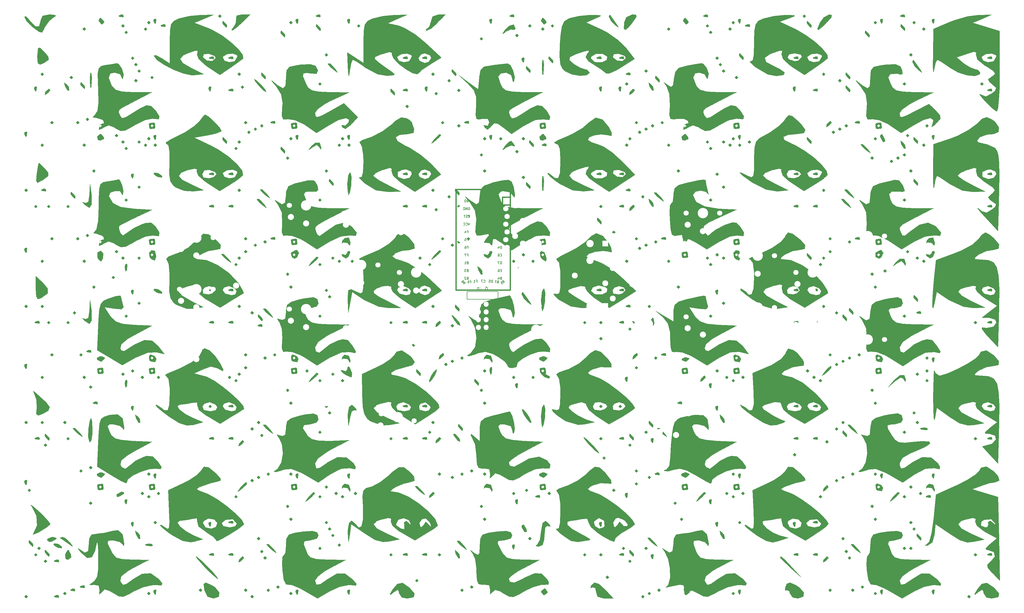
<source format=gbr>
%TF.GenerationSoftware,KiCad,Pcbnew,(5.1.9-0-10_14)*%
%TF.CreationDate,2021-06-06T18:46:05+01:00*%
%TF.ProjectId,dual_wield,6475616c-5f77-4696-956c-642e6b696361,rev?*%
%TF.SameCoordinates,Original*%
%TF.FileFunction,Legend,Bot*%
%TF.FilePolarity,Positive*%
%FSLAX46Y46*%
G04 Gerber Fmt 4.6, Leading zero omitted, Abs format (unit mm)*
G04 Created by KiCad (PCBNEW (5.1.9-0-10_14)) date 2021-06-06 18:46:05*
%MOMM*%
%LPD*%
G01*
G04 APERTURE LIST*
%ADD10C,0.010000*%
%ADD11C,0.381000*%
%ADD12C,0.150000*%
%ADD13C,1.752600*%
%ADD14R,1.752600X1.752600*%
%ADD15C,2.000000*%
%ADD16C,1.397000*%
%ADD17C,1.700000*%
%ADD18C,3.400000*%
%ADD19O,1.700000X1.700000*%
%ADD20R,1.700000X1.700000*%
%ADD21C,1.950000*%
%ADD22C,2.400000*%
%ADD23R,1.950000X1.950000*%
%ADD24C,3.200000*%
G04 APERTURE END LIST*
D10*
%TO.C,G\u002A\u002A\u002A*%
G36*
X387628889Y-237175556D02*
G01*
X387483612Y-236546378D01*
X386923333Y-236470000D01*
X386052205Y-236857228D01*
X386217778Y-237175556D01*
X387473772Y-237302218D01*
X387628889Y-237175556D01*
G37*
X387628889Y-237175556D02*
X387483612Y-236546378D01*
X386923333Y-236470000D01*
X386052205Y-236857228D01*
X386217778Y-237175556D01*
X387473772Y-237302218D01*
X387628889Y-237175556D01*
G36*
X380220555Y-238233889D02*
G01*
X380347217Y-236977895D01*
X380220555Y-236822778D01*
X379591377Y-236968055D01*
X379515000Y-237528334D01*
X379902227Y-238399462D01*
X380220555Y-238233889D01*
G37*
X380220555Y-238233889D02*
X380347217Y-236977895D01*
X380220555Y-236822778D01*
X379591377Y-236968055D01*
X379515000Y-237528334D01*
X379902227Y-238399462D01*
X380220555Y-238233889D01*
G36*
X316720555Y-238233889D02*
G01*
X316847217Y-236977895D01*
X316720555Y-236822778D01*
X316091377Y-236968055D01*
X316015000Y-237528334D01*
X316402227Y-238399462D01*
X316720555Y-238233889D01*
G37*
X316720555Y-238233889D02*
X316847217Y-236977895D01*
X316720555Y-236822778D01*
X316091377Y-236968055D01*
X316015000Y-237528334D01*
X316402227Y-238399462D01*
X316720555Y-238233889D01*
G36*
X196070555Y-237175556D02*
G01*
X195925278Y-236546378D01*
X195365000Y-236470000D01*
X194493872Y-236857228D01*
X194659444Y-237175556D01*
X195915438Y-237302218D01*
X196070555Y-237175556D01*
G37*
X196070555Y-237175556D02*
X195925278Y-236546378D01*
X195365000Y-236470000D01*
X194493872Y-236857228D01*
X194659444Y-237175556D01*
X195915438Y-237302218D01*
X196070555Y-237175556D01*
G36*
X188662222Y-238233889D02*
G01*
X188788884Y-236977895D01*
X188662222Y-236822778D01*
X188033044Y-236968055D01*
X187956666Y-237528334D01*
X188343894Y-238399462D01*
X188662222Y-238233889D01*
G37*
X188662222Y-238233889D02*
X188788884Y-236977895D01*
X188662222Y-236822778D01*
X188033044Y-236968055D01*
X187956666Y-237528334D01*
X188343894Y-238399462D01*
X188662222Y-238233889D01*
G36*
X444778889Y-199075556D02*
G01*
X444633612Y-198446378D01*
X444073333Y-198370001D01*
X443202205Y-198757228D01*
X443367778Y-199075556D01*
X444623772Y-199202218D01*
X444778889Y-199075556D01*
G37*
X444778889Y-199075556D02*
X444633612Y-198446378D01*
X444073333Y-198370001D01*
X443202205Y-198757228D01*
X443367778Y-199075556D01*
X444623772Y-199202218D01*
X444778889Y-199075556D01*
G36*
X259570555Y-199075556D02*
G01*
X259425278Y-198446378D01*
X258865000Y-198370001D01*
X257993872Y-198757228D01*
X258159444Y-199075556D01*
X259415438Y-199202218D01*
X259570555Y-199075556D01*
G37*
X259570555Y-199075556D02*
X259425278Y-198446378D01*
X258865000Y-198370001D01*
X257993872Y-198757228D01*
X258159444Y-199075556D01*
X259415438Y-199202218D01*
X259570555Y-199075556D01*
G36*
X253220555Y-199075556D02*
G01*
X253075278Y-198446378D01*
X252515000Y-198370001D01*
X251643872Y-198757228D01*
X251809444Y-199075556D01*
X253065438Y-199202218D01*
X253220555Y-199075556D01*
G37*
X253220555Y-199075556D02*
X253075278Y-198446378D01*
X252515000Y-198370001D01*
X251643872Y-198757228D01*
X251809444Y-199075556D01*
X253065438Y-199202218D01*
X253220555Y-199075556D01*
G36*
X387628889Y-199075556D02*
G01*
X387483612Y-198446378D01*
X386923333Y-198370001D01*
X386052205Y-198757228D01*
X386217778Y-199075556D01*
X387473772Y-199202218D01*
X387628889Y-199075556D01*
G37*
X387628889Y-199075556D02*
X387483612Y-198446378D01*
X386923333Y-198370001D01*
X386052205Y-198757228D01*
X386217778Y-199075556D01*
X387473772Y-199202218D01*
X387628889Y-199075556D01*
G36*
X381278889Y-199075556D02*
G01*
X381133612Y-198446378D01*
X380573333Y-198370001D01*
X379702205Y-198757228D01*
X379867778Y-199075556D01*
X381123772Y-199202218D01*
X381278889Y-199075556D01*
G37*
X381278889Y-199075556D02*
X381133612Y-198446378D01*
X380573333Y-198370001D01*
X379702205Y-198757228D01*
X379867778Y-199075556D01*
X381123772Y-199202218D01*
X381278889Y-199075556D01*
G36*
X323423333Y-198899167D02*
G01*
X322894167Y-198370001D01*
X322365000Y-198899167D01*
X322894167Y-199428334D01*
X323423333Y-198899167D01*
G37*
X323423333Y-198899167D02*
X322894167Y-198370001D01*
X322365000Y-198899167D01*
X322894167Y-199428334D01*
X323423333Y-198899167D01*
G36*
X317073333Y-198899167D02*
G01*
X316544167Y-198370001D01*
X316015000Y-198899167D01*
X316544167Y-199428334D01*
X317073333Y-198899167D01*
G37*
X317073333Y-198899167D02*
X316544167Y-198370001D01*
X316015000Y-198899167D01*
X316544167Y-199428334D01*
X317073333Y-198899167D01*
G36*
X196070555Y-199075556D02*
G01*
X195925278Y-198446378D01*
X195365000Y-198370001D01*
X194493872Y-198757228D01*
X194659444Y-199075556D01*
X195915438Y-199202218D01*
X196070555Y-199075556D01*
G37*
X196070555Y-199075556D02*
X195925278Y-198446378D01*
X195365000Y-198370001D01*
X194493872Y-198757228D01*
X194659444Y-199075556D01*
X195915438Y-199202218D01*
X196070555Y-199075556D01*
G36*
X189015000Y-198899167D02*
G01*
X188485833Y-198370001D01*
X187956666Y-198899167D01*
X188485833Y-199428334D01*
X189015000Y-198899167D01*
G37*
X189015000Y-198899167D02*
X188485833Y-198370001D01*
X187956666Y-198899167D01*
X188485833Y-199428334D01*
X189015000Y-198899167D01*
G36*
X444778889Y-160975556D02*
G01*
X444633612Y-160346378D01*
X444073333Y-160270000D01*
X443202205Y-160657228D01*
X443367778Y-160975556D01*
X444623772Y-161102218D01*
X444778889Y-160975556D01*
G37*
X444778889Y-160975556D02*
X444633612Y-160346378D01*
X444073333Y-160270000D01*
X443202205Y-160657228D01*
X443367778Y-160975556D01*
X444623772Y-161102218D01*
X444778889Y-160975556D01*
G36*
X387628889Y-160975556D02*
G01*
X387483612Y-160346378D01*
X386923333Y-160270000D01*
X386052205Y-160657228D01*
X386217778Y-160975556D01*
X387473772Y-161102218D01*
X387628889Y-160975556D01*
G37*
X387628889Y-160975556D02*
X387483612Y-160346378D01*
X386923333Y-160270000D01*
X386052205Y-160657228D01*
X386217778Y-160975556D01*
X387473772Y-161102218D01*
X387628889Y-160975556D01*
G36*
X381278889Y-160975556D02*
G01*
X381133612Y-160346378D01*
X380573333Y-160270000D01*
X379702205Y-160657228D01*
X379867778Y-160975556D01*
X381123772Y-161102218D01*
X381278889Y-160975556D01*
G37*
X381278889Y-160975556D02*
X381133612Y-160346378D01*
X380573333Y-160270000D01*
X379702205Y-160657228D01*
X379867778Y-160975556D01*
X381123772Y-161102218D01*
X381278889Y-160975556D01*
G36*
X324128889Y-160975556D02*
G01*
X323983612Y-160346378D01*
X323423333Y-160270000D01*
X322552205Y-160657228D01*
X322717778Y-160975556D01*
X323973772Y-161102218D01*
X324128889Y-160975556D01*
G37*
X324128889Y-160975556D02*
X323983612Y-160346378D01*
X323423333Y-160270000D01*
X322552205Y-160657228D01*
X322717778Y-160975556D01*
X323973772Y-161102218D01*
X324128889Y-160975556D01*
G36*
X316720555Y-160975556D02*
G01*
X316575278Y-160346378D01*
X316015000Y-160270000D01*
X315143872Y-160657228D01*
X315309444Y-160975556D01*
X316565438Y-161102218D01*
X316720555Y-160975556D01*
G37*
X316720555Y-160975556D02*
X316575278Y-160346378D01*
X316015000Y-160270000D01*
X315143872Y-160657228D01*
X315309444Y-160975556D01*
X316565438Y-161102218D01*
X316720555Y-160975556D01*
G36*
X259570555Y-160975556D02*
G01*
X259425278Y-160346378D01*
X258865000Y-160270000D01*
X257993872Y-160657228D01*
X258159444Y-160975556D01*
X259415438Y-161102218D01*
X259570555Y-160975556D01*
G37*
X259570555Y-160975556D02*
X259425278Y-160346378D01*
X258865000Y-160270000D01*
X257993872Y-160657228D01*
X258159444Y-160975556D01*
X259415438Y-161102218D01*
X259570555Y-160975556D01*
G36*
X253220555Y-160975556D02*
G01*
X253075278Y-160346378D01*
X252515000Y-160270000D01*
X251643872Y-160657228D01*
X251809444Y-160975556D01*
X253065438Y-161102218D01*
X253220555Y-160975556D01*
G37*
X253220555Y-160975556D02*
X253075278Y-160346378D01*
X252515000Y-160270000D01*
X251643872Y-160657228D01*
X251809444Y-160975556D01*
X253065438Y-161102218D01*
X253220555Y-160975556D01*
G36*
X196070555Y-160975556D02*
G01*
X195925278Y-160346378D01*
X195365000Y-160270000D01*
X194493872Y-160657228D01*
X194659444Y-160975556D01*
X195915438Y-161102218D01*
X196070555Y-160975556D01*
G37*
X196070555Y-160975556D02*
X195925278Y-160346378D01*
X195365000Y-160270000D01*
X194493872Y-160657228D01*
X194659444Y-160975556D01*
X195915438Y-161102218D01*
X196070555Y-160975556D01*
G36*
X189720555Y-160975556D02*
G01*
X189575278Y-160346378D01*
X189015000Y-160270000D01*
X188143872Y-160657228D01*
X188309444Y-160975556D01*
X189565438Y-161102218D01*
X189720555Y-160975556D01*
G37*
X189720555Y-160975556D02*
X189575278Y-160346378D01*
X189015000Y-160270000D01*
X188143872Y-160657228D01*
X188309444Y-160975556D01*
X189565438Y-161102218D01*
X189720555Y-160975556D01*
G36*
X444778889Y-122875556D02*
G01*
X444633612Y-122246378D01*
X444073333Y-122170000D01*
X443202205Y-122557228D01*
X443367778Y-122875556D01*
X444623772Y-123002218D01*
X444778889Y-122875556D01*
G37*
X444778889Y-122875556D02*
X444633612Y-122246378D01*
X444073333Y-122170000D01*
X443202205Y-122557228D01*
X443367778Y-122875556D01*
X444623772Y-123002218D01*
X444778889Y-122875556D01*
G36*
X387628889Y-122875556D02*
G01*
X387483612Y-122246378D01*
X386923333Y-122170000D01*
X386052205Y-122557228D01*
X386217778Y-122875556D01*
X387473772Y-123002218D01*
X387628889Y-122875556D01*
G37*
X387628889Y-122875556D02*
X387483612Y-122246378D01*
X386923333Y-122170000D01*
X386052205Y-122557228D01*
X386217778Y-122875556D01*
X387473772Y-123002218D01*
X387628889Y-122875556D01*
G36*
X381278889Y-122875556D02*
G01*
X381133612Y-122246378D01*
X380573333Y-122170000D01*
X379702205Y-122557228D01*
X379867778Y-122875556D01*
X381123772Y-123002218D01*
X381278889Y-122875556D01*
G37*
X381278889Y-122875556D02*
X381133612Y-122246378D01*
X380573333Y-122170000D01*
X379702205Y-122557228D01*
X379867778Y-122875556D01*
X381123772Y-123002218D01*
X381278889Y-122875556D01*
G36*
X324128889Y-122875556D02*
G01*
X323983612Y-122246378D01*
X323423333Y-122170000D01*
X322552205Y-122557228D01*
X322717778Y-122875556D01*
X323973772Y-123002218D01*
X324128889Y-122875556D01*
G37*
X324128889Y-122875556D02*
X323983612Y-122246378D01*
X323423333Y-122170000D01*
X322552205Y-122557228D01*
X322717778Y-122875556D01*
X323973772Y-123002218D01*
X324128889Y-122875556D01*
G36*
X316720555Y-122875556D02*
G01*
X316575278Y-122246378D01*
X316015000Y-122170000D01*
X315143872Y-122557228D01*
X315309444Y-122875556D01*
X316565438Y-123002218D01*
X316720555Y-122875556D01*
G37*
X316720555Y-122875556D02*
X316575278Y-122246378D01*
X316015000Y-122170000D01*
X315143872Y-122557228D01*
X315309444Y-122875556D01*
X316565438Y-123002218D01*
X316720555Y-122875556D01*
G36*
X259570555Y-122875556D02*
G01*
X259425278Y-122246378D01*
X258865000Y-122170000D01*
X257993872Y-122557228D01*
X258159444Y-122875556D01*
X259415438Y-123002218D01*
X259570555Y-122875556D01*
G37*
X259570555Y-122875556D02*
X259425278Y-122246378D01*
X258865000Y-122170000D01*
X257993872Y-122557228D01*
X258159444Y-122875556D01*
X259415438Y-123002218D01*
X259570555Y-122875556D01*
G36*
X253220555Y-122875556D02*
G01*
X253075278Y-122246378D01*
X252515000Y-122170000D01*
X251643872Y-122557228D01*
X251809444Y-122875556D01*
X253065438Y-123002218D01*
X253220555Y-122875556D01*
G37*
X253220555Y-122875556D02*
X253075278Y-122246378D01*
X252515000Y-122170000D01*
X251643872Y-122557228D01*
X251809444Y-122875556D01*
X253065438Y-123002218D01*
X253220555Y-122875556D01*
G36*
X196070555Y-122875556D02*
G01*
X195925278Y-122246378D01*
X195365000Y-122170000D01*
X194493872Y-122557228D01*
X194659444Y-122875556D01*
X195915438Y-123002218D01*
X196070555Y-122875556D01*
G37*
X196070555Y-122875556D02*
X195925278Y-122246378D01*
X195365000Y-122170000D01*
X194493872Y-122557228D01*
X194659444Y-122875556D01*
X195915438Y-123002218D01*
X196070555Y-122875556D01*
G36*
X189720555Y-122875556D02*
G01*
X189575278Y-122246378D01*
X189015000Y-122170000D01*
X188143872Y-122557228D01*
X188309444Y-122875556D01*
X189565438Y-123002218D01*
X189720555Y-122875556D01*
G37*
X189720555Y-122875556D02*
X189575278Y-122246378D01*
X189015000Y-122170000D01*
X188143872Y-122557228D01*
X188309444Y-122875556D01*
X189565438Y-123002218D01*
X189720555Y-122875556D01*
G36*
X444778889Y-84775556D02*
G01*
X444633612Y-84146378D01*
X444073333Y-84070000D01*
X443202205Y-84457228D01*
X443367778Y-84775556D01*
X444623772Y-84902218D01*
X444778889Y-84775556D01*
G37*
X444778889Y-84775556D02*
X444633612Y-84146378D01*
X444073333Y-84070000D01*
X443202205Y-84457228D01*
X443367778Y-84775556D01*
X444623772Y-84902218D01*
X444778889Y-84775556D01*
G36*
X387628889Y-84775556D02*
G01*
X387483612Y-84146378D01*
X386923333Y-84070000D01*
X386052205Y-84457228D01*
X386217778Y-84775556D01*
X387473772Y-84902218D01*
X387628889Y-84775556D01*
G37*
X387628889Y-84775556D02*
X387483612Y-84146378D01*
X386923333Y-84070000D01*
X386052205Y-84457228D01*
X386217778Y-84775556D01*
X387473772Y-84902218D01*
X387628889Y-84775556D01*
G36*
X381278889Y-84775556D02*
G01*
X381133612Y-84146378D01*
X380573333Y-84070000D01*
X379702205Y-84457228D01*
X379867778Y-84775556D01*
X381123772Y-84902218D01*
X381278889Y-84775556D01*
G37*
X381278889Y-84775556D02*
X381133612Y-84146378D01*
X380573333Y-84070000D01*
X379702205Y-84457228D01*
X379867778Y-84775556D01*
X381123772Y-84902218D01*
X381278889Y-84775556D01*
G36*
X324128889Y-84775556D02*
G01*
X323983612Y-84146378D01*
X323423333Y-84070000D01*
X322552205Y-84457228D01*
X322717778Y-84775556D01*
X323973772Y-84902218D01*
X324128889Y-84775556D01*
G37*
X324128889Y-84775556D02*
X323983612Y-84146378D01*
X323423333Y-84070000D01*
X322552205Y-84457228D01*
X322717778Y-84775556D01*
X323973772Y-84902218D01*
X324128889Y-84775556D01*
G36*
X316720555Y-84775556D02*
G01*
X316575278Y-84146378D01*
X316015000Y-84070000D01*
X315143872Y-84457228D01*
X315309444Y-84775556D01*
X316565438Y-84902218D01*
X316720555Y-84775556D01*
G37*
X316720555Y-84775556D02*
X316575278Y-84146378D01*
X316015000Y-84070000D01*
X315143872Y-84457228D01*
X315309444Y-84775556D01*
X316565438Y-84902218D01*
X316720555Y-84775556D01*
G36*
X259570555Y-84775556D02*
G01*
X259425278Y-84146378D01*
X258865000Y-84070000D01*
X257993872Y-84457228D01*
X258159444Y-84775556D01*
X259415438Y-84902218D01*
X259570555Y-84775556D01*
G37*
X259570555Y-84775556D02*
X259425278Y-84146378D01*
X258865000Y-84070000D01*
X257993872Y-84457228D01*
X258159444Y-84775556D01*
X259415438Y-84902218D01*
X259570555Y-84775556D01*
G36*
X253220555Y-84775556D02*
G01*
X253075278Y-84146378D01*
X252515000Y-84070000D01*
X251643872Y-84457228D01*
X251809444Y-84775556D01*
X253065438Y-84902218D01*
X253220555Y-84775556D01*
G37*
X253220555Y-84775556D02*
X253075278Y-84146378D01*
X252515000Y-84070000D01*
X251643872Y-84457228D01*
X251809444Y-84775556D01*
X253065438Y-84902218D01*
X253220555Y-84775556D01*
G36*
X196070555Y-84775556D02*
G01*
X195925278Y-84146378D01*
X195365000Y-84070000D01*
X194493872Y-84457228D01*
X194659444Y-84775556D01*
X195915438Y-84902218D01*
X196070555Y-84775556D01*
G37*
X196070555Y-84775556D02*
X195925278Y-84146378D01*
X195365000Y-84070000D01*
X194493872Y-84457228D01*
X194659444Y-84775556D01*
X195915438Y-84902218D01*
X196070555Y-84775556D01*
G36*
X189720555Y-84775556D02*
G01*
X189575278Y-84146378D01*
X189015000Y-84070000D01*
X188143872Y-84457228D01*
X188309444Y-84775556D01*
X189565438Y-84902218D01*
X189720555Y-84775556D01*
G37*
X189720555Y-84775556D02*
X189575278Y-84146378D01*
X189015000Y-84070000D01*
X188143872Y-84457228D01*
X188309444Y-84775556D01*
X189565438Y-84902218D01*
X189720555Y-84775556D01*
G36*
X437723333Y-261340834D02*
G01*
X437194167Y-260811667D01*
X436665000Y-261340834D01*
X437194167Y-261870000D01*
X437723333Y-261340834D01*
G37*
X437723333Y-261340834D02*
X437194167Y-260811667D01*
X436665000Y-261340834D01*
X437194167Y-261870000D01*
X437723333Y-261340834D01*
G36*
X330831667Y-261340834D02*
G01*
X330302500Y-260811667D01*
X329773333Y-261340834D01*
X330302500Y-261870000D01*
X330831667Y-261340834D01*
G37*
X330831667Y-261340834D02*
X330302500Y-260811667D01*
X329773333Y-261340834D01*
X330302500Y-261870000D01*
X330831667Y-261340834D01*
G36*
X202773333Y-261340834D02*
G01*
X202244167Y-260811667D01*
X201715000Y-261340834D01*
X202244167Y-261870000D01*
X202773333Y-261340834D01*
G37*
X202773333Y-261340834D02*
X202244167Y-260811667D01*
X201715000Y-261340834D01*
X202244167Y-261870000D01*
X202773333Y-261340834D01*
G36*
X138920555Y-261517223D02*
G01*
X138775278Y-260888045D01*
X138215000Y-260811667D01*
X137343872Y-261198895D01*
X137509444Y-261517223D01*
X138765438Y-261643885D01*
X138920555Y-261517223D01*
G37*
X138920555Y-261517223D02*
X138775278Y-260888045D01*
X138215000Y-260811667D01*
X137343872Y-261198895D01*
X137509444Y-261517223D01*
X138765438Y-261643885D01*
X138920555Y-261517223D01*
G36*
X128690000Y-261340834D02*
G01*
X128160833Y-260811667D01*
X127631667Y-261340834D01*
X128160833Y-261870000D01*
X128690000Y-261340834D01*
G37*
X128690000Y-261340834D02*
X128160833Y-260811667D01*
X127631667Y-261340834D01*
X128160833Y-261870000D01*
X128690000Y-261340834D01*
G36*
X407031667Y-260282500D02*
G01*
X406502500Y-259753334D01*
X405973333Y-260282500D01*
X406502500Y-260811667D01*
X407031667Y-260282500D01*
G37*
X407031667Y-260282500D02*
X406502500Y-259753334D01*
X405973333Y-260282500D01*
X406502500Y-260811667D01*
X407031667Y-260282500D01*
G36*
X360465000Y-260282500D02*
G01*
X359935833Y-259753334D01*
X359406666Y-260282500D01*
X359935833Y-260811667D01*
X360465000Y-260282500D01*
G37*
X360465000Y-260282500D02*
X359935833Y-259753334D01*
X359406666Y-260282500D01*
X359935833Y-260811667D01*
X360465000Y-260282500D01*
G36*
X332948333Y-260282500D02*
G01*
X332419166Y-259753334D01*
X331890000Y-260282500D01*
X332419166Y-260811667D01*
X332948333Y-260282500D01*
G37*
X332948333Y-260282500D02*
X332419166Y-259753334D01*
X331890000Y-260282500D01*
X332419166Y-260811667D01*
X332948333Y-260282500D01*
G36*
X215473333Y-260282500D02*
G01*
X214944167Y-259753334D01*
X214415000Y-260282500D01*
X214944167Y-260811667D01*
X215473333Y-260282500D01*
G37*
X215473333Y-260282500D02*
X214944167Y-259753334D01*
X214415000Y-260282500D01*
X214944167Y-260811667D01*
X215473333Y-260282500D01*
G36*
X168906667Y-260282500D02*
G01*
X168377500Y-259753334D01*
X167848333Y-260282500D01*
X168377500Y-260811667D01*
X168906667Y-260282500D01*
G37*
X168906667Y-260282500D02*
X168377500Y-259753334D01*
X167848333Y-260282500D01*
X168377500Y-260811667D01*
X168906667Y-260282500D01*
G36*
X141390000Y-260282500D02*
G01*
X140860833Y-259753334D01*
X140331667Y-260282500D01*
X140860833Y-260811667D01*
X141390000Y-260282500D01*
G37*
X141390000Y-260282500D02*
X140860833Y-259753334D01*
X140331667Y-260282500D01*
X140860833Y-260811667D01*
X141390000Y-260282500D01*
G36*
X425728889Y-260458889D02*
G01*
X425855551Y-259202895D01*
X425728889Y-259047778D01*
X425099711Y-259193055D01*
X425023333Y-259753334D01*
X425410561Y-260624462D01*
X425728889Y-260458889D01*
G37*
X425728889Y-260458889D02*
X425855551Y-259202895D01*
X425728889Y-259047778D01*
X425099711Y-259193055D01*
X425023333Y-259753334D01*
X425410561Y-260624462D01*
X425728889Y-260458889D01*
G36*
X408795555Y-260458889D02*
G01*
X408922217Y-259202895D01*
X408795555Y-259047778D01*
X408166377Y-259193055D01*
X408090000Y-259753334D01*
X408477227Y-260624462D01*
X408795555Y-260458889D01*
G37*
X408795555Y-260458889D02*
X408922217Y-259202895D01*
X408795555Y-259047778D01*
X408166377Y-259193055D01*
X408090000Y-259753334D01*
X408477227Y-260624462D01*
X408795555Y-260458889D01*
G36*
X399623333Y-259224167D02*
G01*
X399094167Y-258695000D01*
X398565000Y-259224167D01*
X399094167Y-259753334D01*
X399623333Y-259224167D01*
G37*
X399623333Y-259224167D02*
X399094167Y-258695000D01*
X398565000Y-259224167D01*
X399094167Y-259753334D01*
X399623333Y-259224167D01*
G36*
X392215000Y-259224167D02*
G01*
X391685833Y-258695000D01*
X391156666Y-259224167D01*
X391685833Y-259753334D01*
X392215000Y-259224167D01*
G37*
X392215000Y-259224167D02*
X391685833Y-258695000D01*
X391156666Y-259224167D01*
X391685833Y-259753334D01*
X392215000Y-259224167D01*
G36*
X362228889Y-260458889D02*
G01*
X362355551Y-259202895D01*
X362228889Y-259047778D01*
X361599711Y-259193055D01*
X361523333Y-259753334D01*
X361910561Y-260624462D01*
X362228889Y-260458889D01*
G37*
X362228889Y-260458889D02*
X362355551Y-259202895D01*
X362228889Y-259047778D01*
X361599711Y-259193055D01*
X361523333Y-259753334D01*
X361910561Y-260624462D01*
X362228889Y-260458889D01*
G36*
X336123333Y-259224167D02*
G01*
X335594166Y-258695000D01*
X335065000Y-259224167D01*
X335594166Y-259753334D01*
X336123333Y-259224167D01*
G37*
X336123333Y-259224167D02*
X335594166Y-258695000D01*
X335065000Y-259224167D01*
X335594166Y-259753334D01*
X336123333Y-259224167D01*
G36*
X299050912Y-260006302D02*
G01*
X299081667Y-259753334D01*
X298276301Y-258725755D01*
X298023333Y-258695000D01*
X296995754Y-259500366D01*
X296965000Y-259753334D01*
X297770365Y-260780913D01*
X298023333Y-260811667D01*
X299050912Y-260006302D01*
G37*
X299050912Y-260006302D02*
X299081667Y-259753334D01*
X298276301Y-258725755D01*
X298023333Y-258695000D01*
X296995754Y-259500366D01*
X296965000Y-259753334D01*
X297770365Y-260780913D01*
X298023333Y-260811667D01*
X299050912Y-260006302D01*
G36*
X271565000Y-259224167D02*
G01*
X271035833Y-258695000D01*
X270506667Y-259224167D01*
X271035833Y-259753334D01*
X271565000Y-259224167D01*
G37*
X271565000Y-259224167D02*
X271035833Y-258695000D01*
X270506667Y-259224167D01*
X271035833Y-259753334D01*
X271565000Y-259224167D01*
G36*
X234170555Y-260458889D02*
G01*
X234297217Y-259202895D01*
X234170555Y-259047778D01*
X233541377Y-259193055D01*
X233465000Y-259753334D01*
X233852227Y-260624462D01*
X234170555Y-260458889D01*
G37*
X234170555Y-260458889D02*
X234297217Y-259202895D01*
X234170555Y-259047778D01*
X233541377Y-259193055D01*
X233465000Y-259753334D01*
X233852227Y-260624462D01*
X234170555Y-260458889D01*
G36*
X217237222Y-260458889D02*
G01*
X217363884Y-259202895D01*
X217237222Y-259047778D01*
X216608044Y-259193055D01*
X216531667Y-259753334D01*
X216918894Y-260624462D01*
X217237222Y-260458889D01*
G37*
X217237222Y-260458889D02*
X217363884Y-259202895D01*
X217237222Y-259047778D01*
X216608044Y-259193055D01*
X216531667Y-259753334D01*
X216918894Y-260624462D01*
X217237222Y-260458889D01*
G36*
X208065000Y-259224167D02*
G01*
X207535833Y-258695000D01*
X207006667Y-259224167D01*
X207535833Y-259753334D01*
X208065000Y-259224167D01*
G37*
X208065000Y-259224167D02*
X207535833Y-258695000D01*
X207006667Y-259224167D01*
X207535833Y-259753334D01*
X208065000Y-259224167D01*
G36*
X200656667Y-259224167D02*
G01*
X200127500Y-258695000D01*
X199598333Y-259224167D01*
X200127500Y-259753334D01*
X200656667Y-259224167D01*
G37*
X200656667Y-259224167D02*
X200127500Y-258695000D01*
X199598333Y-259224167D01*
X200127500Y-259753334D01*
X200656667Y-259224167D01*
G36*
X185840000Y-259224167D02*
G01*
X185310833Y-258695000D01*
X184781666Y-259224167D01*
X185310833Y-259753334D01*
X185840000Y-259224167D01*
G37*
X185840000Y-259224167D02*
X185310833Y-258695000D01*
X184781666Y-259224167D01*
X185310833Y-259753334D01*
X185840000Y-259224167D01*
G36*
X170670555Y-260458889D02*
G01*
X170797217Y-259202895D01*
X170670555Y-259047778D01*
X170041377Y-259193055D01*
X169965000Y-259753334D01*
X170352227Y-260624462D01*
X170670555Y-260458889D01*
G37*
X170670555Y-260458889D02*
X170797217Y-259202895D01*
X170670555Y-259047778D01*
X170041377Y-259193055D01*
X169965000Y-259753334D01*
X170352227Y-260624462D01*
X170670555Y-260458889D01*
G36*
X144212222Y-259400556D02*
G01*
X144066945Y-258771378D01*
X143506666Y-258695000D01*
X142635538Y-259082228D01*
X142801111Y-259400556D01*
X144057105Y-259527218D01*
X144212222Y-259400556D01*
G37*
X144212222Y-259400556D02*
X144066945Y-258771378D01*
X143506666Y-258695000D01*
X142635538Y-259082228D01*
X142801111Y-259400556D01*
X144057105Y-259527218D01*
X144212222Y-259400556D01*
G36*
X402798333Y-258165834D02*
G01*
X402269167Y-257636667D01*
X401740000Y-258165834D01*
X402269167Y-258695000D01*
X402798333Y-258165834D01*
G37*
X402798333Y-258165834D02*
X402269167Y-257636667D01*
X401740000Y-258165834D01*
X402269167Y-258695000D01*
X402798333Y-258165834D01*
G36*
X274740000Y-258165834D02*
G01*
X274210833Y-257636667D01*
X273681667Y-258165834D01*
X274210833Y-258695000D01*
X274740000Y-258165834D01*
G37*
X274740000Y-258165834D02*
X274210833Y-257636667D01*
X273681667Y-258165834D01*
X274210833Y-258695000D01*
X274740000Y-258165834D01*
G36*
X211240000Y-258165834D02*
G01*
X210710833Y-257636667D01*
X210181667Y-258165834D01*
X210710833Y-258695000D01*
X211240000Y-258165834D01*
G37*
X211240000Y-258165834D02*
X210710833Y-257636667D01*
X210181667Y-258165834D01*
X210710833Y-258695000D01*
X211240000Y-258165834D01*
G36*
X147387222Y-258342223D02*
G01*
X147241945Y-257713045D01*
X146681667Y-257636667D01*
X145810538Y-258023895D01*
X145976111Y-258342223D01*
X147232105Y-258468885D01*
X147387222Y-258342223D01*
G37*
X147387222Y-258342223D02*
X147241945Y-257713045D01*
X146681667Y-257636667D01*
X145810538Y-258023895D01*
X145976111Y-258342223D01*
X147232105Y-258468885D01*
X147387222Y-258342223D01*
G36*
X446775638Y-261482628D02*
G01*
X446998980Y-260301598D01*
X445312916Y-258329862D01*
X443078656Y-256795784D01*
X441389399Y-257123891D01*
X439924552Y-258959584D01*
X438991108Y-260561003D01*
X439284680Y-260612017D01*
X440199140Y-259888330D01*
X441550036Y-258998382D01*
X441945154Y-259696205D01*
X441956667Y-260152913D01*
X442852543Y-261558312D01*
X444602500Y-261870000D01*
X446775638Y-261482628D01*
G37*
X446775638Y-261482628D02*
X446998980Y-260301598D01*
X445312916Y-258329862D01*
X443078656Y-256795784D01*
X441389399Y-257123891D01*
X439924552Y-258959584D01*
X438991108Y-260561003D01*
X439284680Y-260612017D01*
X440199140Y-259888330D01*
X441550036Y-258998382D01*
X441945154Y-259696205D01*
X441956667Y-260152913D01*
X442852543Y-261558312D01*
X444602500Y-261870000D01*
X446775638Y-261482628D01*
G36*
X382854504Y-261311073D02*
G01*
X383018264Y-259961129D01*
X381623923Y-258310432D01*
X380518398Y-257607267D01*
X378529730Y-256705731D01*
X377551410Y-257046674D01*
X376994519Y-258220801D01*
X376920554Y-259313294D01*
X377410456Y-259216675D01*
X378306422Y-259463618D01*
X378456666Y-260220041D01*
X379367174Y-261561971D01*
X381069284Y-261870000D01*
X382854504Y-261311073D01*
G37*
X382854504Y-261311073D02*
X383018264Y-259961129D01*
X381623923Y-258310432D01*
X380518398Y-257607267D01*
X378529730Y-256705731D01*
X377551410Y-257046674D01*
X376994519Y-258220801D01*
X376920554Y-259313294D01*
X377410456Y-259216675D01*
X378306422Y-259463618D01*
X378456666Y-260220041D01*
X379367174Y-261561971D01*
X381069284Y-261870000D01*
X382854504Y-261311073D01*
G36*
X318131667Y-259224167D02*
G01*
X315895549Y-257150380D01*
X314417192Y-256712230D01*
X313276459Y-257786707D01*
X313268105Y-257800189D01*
X313143366Y-258524401D01*
X313734812Y-258266896D01*
X314727242Y-258416095D01*
X314956667Y-259690874D01*
X315501261Y-261349621D01*
X317475883Y-261866025D01*
X317786982Y-261870000D01*
X320617298Y-261870000D01*
X318131667Y-259224167D01*
G37*
X318131667Y-259224167D02*
X315895549Y-257150380D01*
X314417192Y-256712230D01*
X313276459Y-257786707D01*
X313268105Y-257800189D01*
X313143366Y-258524401D01*
X313734812Y-258266896D01*
X314727242Y-258416095D01*
X314956667Y-259690874D01*
X315501261Y-261349621D01*
X317475883Y-261866025D01*
X317786982Y-261870000D01*
X320617298Y-261870000D01*
X318131667Y-259224167D01*
G36*
X255217305Y-261482628D02*
G01*
X255440647Y-260301598D01*
X253754583Y-258329862D01*
X251520323Y-256795784D01*
X249831066Y-257123891D01*
X248366218Y-258959584D01*
X247432774Y-260561003D01*
X247726347Y-260612017D01*
X248640806Y-259888330D01*
X249991703Y-258998382D01*
X250386821Y-259696205D01*
X250398333Y-260152913D01*
X251294210Y-261558312D01*
X253044166Y-261870000D01*
X255217305Y-261482628D01*
G37*
X255217305Y-261482628D02*
X255440647Y-260301598D01*
X253754583Y-258329862D01*
X251520323Y-256795784D01*
X249831066Y-257123891D01*
X248366218Y-258959584D01*
X247432774Y-260561003D01*
X247726347Y-260612017D01*
X248640806Y-259888330D01*
X249991703Y-258998382D01*
X250386821Y-259696205D01*
X250398333Y-260152913D01*
X251294210Y-261558312D01*
X253044166Y-261870000D01*
X255217305Y-261482628D01*
G36*
X191331893Y-261303661D02*
G01*
X191440896Y-259943193D01*
X190041661Y-258296424D01*
X188960064Y-257607267D01*
X186988345Y-256713509D01*
X186378552Y-257234778D01*
X186639305Y-259224167D01*
X187660996Y-261326605D01*
X189634328Y-261870000D01*
X191331893Y-261303661D01*
G37*
X191331893Y-261303661D02*
X191440896Y-259943193D01*
X190041661Y-258296424D01*
X188960064Y-257607267D01*
X186988345Y-256713509D01*
X186378552Y-257234778D01*
X186639305Y-259224167D01*
X187660996Y-261326605D01*
X189634328Y-261870000D01*
X191331893Y-261303661D01*
G36*
X256748333Y-256049167D02*
G01*
X256219166Y-255520000D01*
X255690000Y-256049167D01*
X256219166Y-256578334D01*
X256748333Y-256049167D01*
G37*
X256748333Y-256049167D02*
X256219166Y-255520000D01*
X255690000Y-256049167D01*
X256219166Y-256578334D01*
X256748333Y-256049167D01*
G36*
X319190000Y-254990834D02*
G01*
X318660833Y-254461667D01*
X318131667Y-254990834D01*
X318660833Y-255520000D01*
X319190000Y-254990834D01*
G37*
X319190000Y-254990834D02*
X318660833Y-254461667D01*
X318131667Y-254990834D01*
X318660833Y-255520000D01*
X319190000Y-254990834D01*
G36*
X326598333Y-249699167D02*
G01*
X326069167Y-249170000D01*
X325540000Y-249699167D01*
X326069167Y-250228334D01*
X326598333Y-249699167D01*
G37*
X326598333Y-249699167D02*
X326069167Y-249170000D01*
X325540000Y-249699167D01*
X326069167Y-250228334D01*
X326598333Y-249699167D01*
G36*
X138920555Y-249875556D02*
G01*
X138775278Y-249246378D01*
X138215000Y-249170000D01*
X137343872Y-249557228D01*
X137509444Y-249875556D01*
X138765438Y-250002218D01*
X138920555Y-249875556D01*
G37*
X138920555Y-249875556D02*
X138775278Y-249246378D01*
X138215000Y-249170000D01*
X137343872Y-249557228D01*
X137509444Y-249875556D01*
X138765438Y-250002218D01*
X138920555Y-249875556D01*
G36*
X135040000Y-249699167D02*
G01*
X134510833Y-249170000D01*
X133981667Y-249699167D01*
X134510833Y-250228334D01*
X135040000Y-249699167D01*
G37*
X135040000Y-249699167D02*
X134510833Y-249170000D01*
X133981667Y-249699167D01*
X134510833Y-250228334D01*
X135040000Y-249699167D01*
G36*
X398565000Y-248640834D02*
G01*
X398035833Y-248111667D01*
X397506667Y-248640834D01*
X398035833Y-249170000D01*
X398565000Y-248640834D01*
G37*
X398565000Y-248640834D02*
X398035833Y-248111667D01*
X397506667Y-248640834D01*
X398035833Y-249170000D01*
X398565000Y-248640834D01*
G36*
X389934812Y-249800229D02*
G01*
X391062064Y-248816420D01*
X391156666Y-248578374D01*
X390654407Y-248143387D01*
X389608708Y-249118083D01*
X389468105Y-249333522D01*
X389343366Y-250057734D01*
X389934812Y-249800229D01*
G37*
X389934812Y-249800229D02*
X391062064Y-248816420D01*
X391156666Y-248578374D01*
X390654407Y-248143387D01*
X389608708Y-249118083D01*
X389468105Y-249333522D01*
X389343366Y-250057734D01*
X389934812Y-249800229D01*
G36*
X379052412Y-251551250D02*
G01*
X376795205Y-249146765D01*
X375622329Y-248175945D01*
X375281729Y-248431007D01*
X375281666Y-248442829D01*
X375990199Y-249283869D01*
X377775571Y-251014976D01*
X378721250Y-251882412D01*
X382160833Y-254990834D01*
X379052412Y-251551250D01*
G37*
X379052412Y-251551250D02*
X376795205Y-249146765D01*
X375622329Y-248175945D01*
X375281729Y-248431007D01*
X375281666Y-248442829D01*
X375990199Y-249283869D01*
X377775571Y-251014976D01*
X378721250Y-251882412D01*
X382160833Y-254990834D01*
X379052412Y-251551250D01*
G36*
X207006667Y-248640834D02*
G01*
X206477500Y-248111667D01*
X205948333Y-248640834D01*
X206477500Y-249170000D01*
X207006667Y-248640834D01*
G37*
X207006667Y-248640834D02*
X206477500Y-248111667D01*
X205948333Y-248640834D01*
X206477500Y-249170000D01*
X207006667Y-248640834D01*
G36*
X198376478Y-249800229D02*
G01*
X199503730Y-248816420D01*
X199598333Y-248578374D01*
X199096074Y-248143387D01*
X198050375Y-249118083D01*
X197909771Y-249333522D01*
X197785033Y-250057734D01*
X198376478Y-249800229D01*
G37*
X198376478Y-249800229D02*
X199503730Y-248816420D01*
X199598333Y-248578374D01*
X199096074Y-248143387D01*
X198050375Y-249118083D01*
X197909771Y-249333522D01*
X197785033Y-250057734D01*
X198376478Y-249800229D01*
G36*
X190668660Y-254847014D02*
G01*
X189194028Y-253128057D01*
X187956666Y-251815834D01*
X185772430Y-249664480D01*
X184225027Y-248328215D01*
X183837280Y-248111667D01*
X184186339Y-248784653D01*
X185660971Y-250503611D01*
X186898333Y-251815834D01*
X189082570Y-253967187D01*
X190629973Y-255303453D01*
X191017720Y-255520000D01*
X190668660Y-254847014D01*
G37*
X190668660Y-254847014D02*
X189194028Y-253128057D01*
X187956666Y-251815834D01*
X185772430Y-249664480D01*
X184225027Y-248328215D01*
X183837280Y-248111667D01*
X184186339Y-248784653D01*
X185660971Y-250503611D01*
X186898333Y-251815834D01*
X189082570Y-253967187D01*
X190629973Y-255303453D01*
X191017720Y-255520000D01*
X190668660Y-254847014D01*
G36*
X444778889Y-247758889D02*
G01*
X444633612Y-247129711D01*
X444073333Y-247053334D01*
X443202205Y-247440561D01*
X443367778Y-247758889D01*
X444623772Y-247885551D01*
X444778889Y-247758889D01*
G37*
X444778889Y-247758889D02*
X444633612Y-247129711D01*
X444073333Y-247053334D01*
X443202205Y-247440561D01*
X443367778Y-247758889D01*
X444623772Y-247885551D01*
X444778889Y-247758889D01*
G36*
X439840000Y-247582501D02*
G01*
X439310833Y-247053334D01*
X438781667Y-247582501D01*
X439310833Y-248111667D01*
X439840000Y-247582501D01*
G37*
X439840000Y-247582501D02*
X439310833Y-247053334D01*
X438781667Y-247582501D01*
X439310833Y-248111667D01*
X439840000Y-247582501D01*
G36*
X387628889Y-247758889D02*
G01*
X387483612Y-247129711D01*
X386923333Y-247053334D01*
X386052205Y-247440561D01*
X386217778Y-247758889D01*
X387473772Y-247885551D01*
X387628889Y-247758889D01*
G37*
X387628889Y-247758889D02*
X387483612Y-247129711D01*
X386923333Y-247053334D01*
X386052205Y-247440561D01*
X386217778Y-247758889D01*
X387473772Y-247885551D01*
X387628889Y-247758889D01*
G36*
X381278889Y-247758889D02*
G01*
X381133612Y-247129711D01*
X380573333Y-247053334D01*
X379702205Y-247440561D01*
X379867778Y-247758889D01*
X381123772Y-247885551D01*
X381278889Y-247758889D01*
G37*
X381278889Y-247758889D02*
X381133612Y-247129711D01*
X380573333Y-247053334D01*
X379702205Y-247440561D01*
X379867778Y-247758889D01*
X381123772Y-247885551D01*
X381278889Y-247758889D01*
G36*
X333653889Y-248817223D02*
G01*
X333780551Y-247561229D01*
X333653889Y-247406112D01*
X333024711Y-247551389D01*
X332948333Y-248111667D01*
X333335561Y-248982795D01*
X333653889Y-248817223D01*
G37*
X333653889Y-248817223D02*
X333780551Y-247561229D01*
X333653889Y-247406112D01*
X333024711Y-247551389D01*
X332948333Y-248111667D01*
X333335561Y-248982795D01*
X333653889Y-248817223D01*
G36*
X324128889Y-247758889D02*
G01*
X323983612Y-247129711D01*
X323423333Y-247053334D01*
X322552205Y-247440561D01*
X322717778Y-247758889D01*
X323973772Y-247885551D01*
X324128889Y-247758889D01*
G37*
X324128889Y-247758889D02*
X323983612Y-247129711D01*
X323423333Y-247053334D01*
X322552205Y-247440561D01*
X322717778Y-247758889D01*
X323973772Y-247885551D01*
X324128889Y-247758889D01*
G36*
X317073333Y-247582501D02*
G01*
X316544167Y-247053334D01*
X316015000Y-247582501D01*
X316544167Y-248111667D01*
X317073333Y-247582501D01*
G37*
X317073333Y-247582501D02*
X316544167Y-247053334D01*
X316015000Y-247582501D01*
X316544167Y-248111667D01*
X317073333Y-247582501D01*
G36*
X311781667Y-247582501D02*
G01*
X311252500Y-247053334D01*
X310723333Y-247582501D01*
X311252500Y-248111667D01*
X311781667Y-247582501D01*
G37*
X311781667Y-247582501D02*
X311252500Y-247053334D01*
X310723333Y-247582501D01*
X311252500Y-248111667D01*
X311781667Y-247582501D01*
G36*
X264156667Y-247582501D02*
G01*
X263627500Y-247053334D01*
X263098333Y-247582501D01*
X263627500Y-248111667D01*
X264156667Y-247582501D01*
G37*
X264156667Y-247582501D02*
X263627500Y-247053334D01*
X263098333Y-247582501D01*
X263627500Y-248111667D01*
X264156667Y-247582501D01*
G36*
X259570555Y-247758889D02*
G01*
X259425278Y-247129711D01*
X258865000Y-247053334D01*
X257993872Y-247440561D01*
X258159444Y-247758889D01*
X259415438Y-247885551D01*
X259570555Y-247758889D01*
G37*
X259570555Y-247758889D02*
X259425278Y-247129711D01*
X258865000Y-247053334D01*
X257993872Y-247440561D01*
X258159444Y-247758889D01*
X259415438Y-247885551D01*
X259570555Y-247758889D01*
G36*
X253220555Y-247758889D02*
G01*
X253075278Y-247129711D01*
X252515000Y-247053334D01*
X251643872Y-247440561D01*
X251809444Y-247758889D01*
X253065438Y-247885551D01*
X253220555Y-247758889D01*
G37*
X253220555Y-247758889D02*
X253075278Y-247129711D01*
X252515000Y-247053334D01*
X251643872Y-247440561D01*
X251809444Y-247758889D01*
X253065438Y-247885551D01*
X253220555Y-247758889D01*
G36*
X248281666Y-247582501D02*
G01*
X247752500Y-247053334D01*
X247223333Y-247582501D01*
X247752500Y-248111667D01*
X248281666Y-247582501D01*
G37*
X248281666Y-247582501D02*
X247752500Y-247053334D01*
X247223333Y-247582501D01*
X247752500Y-248111667D01*
X248281666Y-247582501D01*
G36*
X196070555Y-247758889D02*
G01*
X195925278Y-247129711D01*
X195365000Y-247053334D01*
X194493872Y-247440561D01*
X194659444Y-247758889D01*
X195915438Y-247885551D01*
X196070555Y-247758889D01*
G37*
X196070555Y-247758889D02*
X195925278Y-247129711D01*
X195365000Y-247053334D01*
X194493872Y-247440561D01*
X194659444Y-247758889D01*
X195915438Y-247885551D01*
X196070555Y-247758889D01*
G36*
X189720555Y-247758889D02*
G01*
X189575278Y-247129711D01*
X189015000Y-247053334D01*
X188143872Y-247440561D01*
X188309444Y-247758889D01*
X189565438Y-247885551D01*
X189720555Y-247758889D01*
G37*
X189720555Y-247758889D02*
X189575278Y-247129711D01*
X189015000Y-247053334D01*
X188143872Y-247440561D01*
X188309444Y-247758889D01*
X189565438Y-247885551D01*
X189720555Y-247758889D01*
G36*
X131865000Y-247582501D02*
G01*
X131335833Y-247053334D01*
X130806667Y-247582501D01*
X131335833Y-248111667D01*
X131865000Y-247582501D01*
G37*
X131865000Y-247582501D02*
X131335833Y-247053334D01*
X130806667Y-247582501D01*
X131335833Y-248111667D01*
X131865000Y-247582501D01*
G36*
X397506667Y-246524167D02*
G01*
X396977500Y-245995001D01*
X396448333Y-246524167D01*
X396977500Y-247053334D01*
X397506667Y-246524167D01*
G37*
X397506667Y-246524167D02*
X396977500Y-245995001D01*
X396448333Y-246524167D01*
X396977500Y-247053334D01*
X397506667Y-246524167D01*
G36*
X327324627Y-247428039D02*
G01*
X327127500Y-247053334D01*
X326130323Y-246042623D01*
X325944247Y-245995001D01*
X325872039Y-246678629D01*
X326069167Y-247053334D01*
X327066343Y-248064045D01*
X327252419Y-248111667D01*
X327324627Y-247428039D01*
G37*
X327324627Y-247428039D02*
X327127500Y-247053334D01*
X326130323Y-246042623D01*
X325944247Y-245995001D01*
X325872039Y-246678629D01*
X326069167Y-247053334D01*
X327066343Y-248064045D01*
X327252419Y-248111667D01*
X327324627Y-247428039D01*
G36*
X270183559Y-247549273D02*
G01*
X269579659Y-246771112D01*
X268689812Y-246102306D01*
X268911868Y-247162776D01*
X268987210Y-247363561D01*
X269825615Y-248659534D01*
X270302273Y-248668839D01*
X270183559Y-247549273D01*
G37*
X270183559Y-247549273D02*
X269579659Y-246771112D01*
X268689812Y-246102306D01*
X268911868Y-247162776D01*
X268987210Y-247363561D01*
X269825615Y-248659534D01*
X270302273Y-248668839D01*
X270183559Y-247549273D01*
G36*
X205948333Y-246524167D02*
G01*
X205419167Y-245995001D01*
X204890000Y-246524167D01*
X205419167Y-247053334D01*
X205948333Y-246524167D01*
G37*
X205948333Y-246524167D02*
X205419167Y-245995001D01*
X204890000Y-246524167D01*
X205419167Y-247053334D01*
X205948333Y-246524167D01*
G36*
X142955500Y-248458427D02*
G01*
X142831054Y-247582501D01*
X142140302Y-246191914D01*
X141919166Y-245995001D01*
X141337783Y-246819067D01*
X141007279Y-247582501D01*
X141164671Y-248949077D01*
X141919166Y-249170000D01*
X142955500Y-248458427D01*
G37*
X142955500Y-248458427D02*
X142831054Y-247582501D01*
X142140302Y-246191914D01*
X141919166Y-245995001D01*
X141337783Y-246819067D01*
X141007279Y-247582501D01*
X141164671Y-248949077D01*
X141919166Y-249170000D01*
X142955500Y-248458427D01*
G36*
X135766294Y-247428039D02*
G01*
X135569166Y-247053334D01*
X134571990Y-246042623D01*
X134385914Y-245995001D01*
X134313706Y-246678629D01*
X134510833Y-247053334D01*
X135508010Y-248064045D01*
X135694086Y-248111667D01*
X135766294Y-247428039D01*
G37*
X135766294Y-247428039D02*
X135569166Y-247053334D01*
X134571990Y-246042623D01*
X134385914Y-245995001D01*
X134313706Y-246678629D01*
X134510833Y-247053334D01*
X135508010Y-248064045D01*
X135694086Y-248111667D01*
X135766294Y-247428039D01*
G36*
X418673333Y-245465834D02*
G01*
X418144167Y-244936667D01*
X417615000Y-245465834D01*
X418144167Y-245995001D01*
X418673333Y-245465834D01*
G37*
X418673333Y-245465834D02*
X418144167Y-244936667D01*
X417615000Y-245465834D01*
X418144167Y-245995001D01*
X418673333Y-245465834D01*
G36*
X416556667Y-245465834D02*
G01*
X416027500Y-244936667D01*
X415498333Y-245465834D01*
X416027500Y-245995001D01*
X416556667Y-245465834D01*
G37*
X416556667Y-245465834D02*
X416027500Y-244936667D01*
X415498333Y-245465834D01*
X416027500Y-245995001D01*
X416556667Y-245465834D01*
G36*
X331890000Y-245465834D02*
G01*
X331360833Y-244936667D01*
X330831667Y-245465834D01*
X331360833Y-245995001D01*
X331890000Y-245465834D01*
G37*
X331890000Y-245465834D02*
X331360833Y-244936667D01*
X330831667Y-245465834D01*
X331360833Y-245995001D01*
X331890000Y-245465834D01*
G36*
X324481667Y-245465834D02*
G01*
X323952500Y-244936667D01*
X323423333Y-245465834D01*
X323952500Y-245995001D01*
X324481667Y-245465834D01*
G37*
X324481667Y-245465834D02*
X323952500Y-244936667D01*
X323423333Y-245465834D01*
X323952500Y-245995001D01*
X324481667Y-245465834D01*
G36*
X224998333Y-245465834D02*
G01*
X224469167Y-244936667D01*
X223940000Y-245465834D01*
X224469167Y-245995001D01*
X224998333Y-245465834D01*
G37*
X224998333Y-245465834D02*
X224469167Y-244936667D01*
X223940000Y-245465834D01*
X224469167Y-245995001D01*
X224998333Y-245465834D01*
G36*
X132923333Y-245465834D02*
G01*
X132394167Y-244936667D01*
X131865000Y-245465834D01*
X132394167Y-245995001D01*
X132923333Y-245465834D01*
G37*
X132923333Y-245465834D02*
X132394167Y-244936667D01*
X131865000Y-245465834D01*
X132394167Y-245995001D01*
X132923333Y-245465834D01*
G36*
X401407870Y-246497242D02*
G01*
X400816663Y-245730417D01*
X399271912Y-244085048D01*
X398582376Y-244092205D01*
X398565000Y-244277913D01*
X399288238Y-245161345D01*
X400417083Y-246129997D01*
X401670673Y-247045294D01*
X401407870Y-246497242D01*
G37*
X401407870Y-246497242D02*
X400816663Y-245730417D01*
X399271912Y-244085048D01*
X398582376Y-244092205D01*
X398565000Y-244277913D01*
X399288238Y-245161345D01*
X400417083Y-246129997D01*
X401670673Y-247045294D01*
X401407870Y-246497242D01*
G36*
X288145555Y-245642223D02*
G01*
X288272217Y-244386229D01*
X288145555Y-244231112D01*
X287516377Y-244376389D01*
X287440000Y-244936667D01*
X287827227Y-245807795D01*
X288145555Y-245642223D01*
G37*
X288145555Y-245642223D02*
X288272217Y-244386229D01*
X288145555Y-244231112D01*
X287516377Y-244376389D01*
X287440000Y-244936667D01*
X287827227Y-245807795D01*
X288145555Y-245642223D01*
G36*
X231348333Y-244407500D02*
G01*
X230819166Y-243878334D01*
X230290000Y-244407500D01*
X230819166Y-244936667D01*
X231348333Y-244407500D01*
G37*
X231348333Y-244407500D02*
X230819166Y-243878334D01*
X230290000Y-244407500D01*
X230819166Y-244936667D01*
X231348333Y-244407500D01*
G36*
X209849537Y-246497242D02*
G01*
X209258329Y-245730417D01*
X207713578Y-244085048D01*
X207024042Y-244092205D01*
X207006667Y-244277913D01*
X207729905Y-245161345D01*
X208858750Y-246129997D01*
X210112340Y-247045294D01*
X209849537Y-246497242D01*
G37*
X209849537Y-246497242D02*
X209258329Y-245730417D01*
X207713578Y-244085048D01*
X207024042Y-244092205D01*
X207006667Y-244277913D01*
X207729905Y-245161345D01*
X208858750Y-246129997D01*
X210112340Y-247045294D01*
X209849537Y-246497242D01*
G36*
X169678368Y-244517744D02*
G01*
X169362732Y-244036718D01*
X168289305Y-243961886D01*
X167160028Y-244220353D01*
X167649896Y-244601296D01*
X169303943Y-244727465D01*
X169678368Y-244517744D01*
G37*
X169678368Y-244517744D02*
X169362732Y-244036718D01*
X168289305Y-243961886D01*
X167160028Y-244220353D01*
X167649896Y-244601296D01*
X169303943Y-244727465D01*
X169678368Y-244517744D01*
G36*
X139795008Y-244924545D02*
G01*
X138663050Y-244047225D01*
X137449989Y-243899993D01*
X137156667Y-244294271D01*
X137986827Y-244973978D01*
X138799134Y-245340481D01*
X139891626Y-245414447D01*
X139795008Y-244924545D01*
G37*
X139795008Y-244924545D02*
X138663050Y-244047225D01*
X137449989Y-243899993D01*
X137156667Y-244294271D01*
X137986827Y-244973978D01*
X138799134Y-245340481D01*
X139891626Y-245414447D01*
X139795008Y-244924545D01*
G36*
X272291204Y-245438909D02*
G01*
X271699996Y-244672084D01*
X270155245Y-243026715D01*
X269465709Y-243033871D01*
X269448333Y-243219580D01*
X270171571Y-244103012D01*
X271300417Y-245071663D01*
X272554007Y-245986961D01*
X272291204Y-245438909D01*
G37*
X272291204Y-245438909D02*
X271699996Y-244672084D01*
X270155245Y-243026715D01*
X269465709Y-243033871D01*
X269448333Y-243219580D01*
X270171571Y-244103012D01*
X271300417Y-245071663D01*
X272554007Y-245986961D01*
X272291204Y-245438909D01*
G36*
X130474627Y-244253039D02*
G01*
X130277500Y-243878334D01*
X129280323Y-242867623D01*
X129094247Y-242820000D01*
X129022039Y-243503629D01*
X129219167Y-243878334D01*
X130216343Y-244889045D01*
X130402419Y-244936667D01*
X130474627Y-244253039D01*
G37*
X130474627Y-244253039D02*
X130277500Y-243878334D01*
X129280323Y-242867623D01*
X129094247Y-242820000D01*
X129022039Y-243503629D01*
X129219167Y-243878334D01*
X130216343Y-244889045D01*
X130402419Y-244936667D01*
X130474627Y-244253039D01*
G36*
X396448333Y-242290834D02*
G01*
X395919166Y-241761667D01*
X395390000Y-242290834D01*
X395919166Y-242820000D01*
X396448333Y-242290834D01*
G37*
X396448333Y-242290834D02*
X395919166Y-241761667D01*
X395390000Y-242290834D01*
X395919166Y-242820000D01*
X396448333Y-242290834D01*
G36*
X334732870Y-244380575D02*
G01*
X334141663Y-243613750D01*
X332596912Y-241968381D01*
X331907376Y-241975538D01*
X331890000Y-242161247D01*
X332613238Y-243044678D01*
X333742083Y-244013330D01*
X334995673Y-244928627D01*
X334732870Y-244380575D01*
G37*
X334732870Y-244380575D02*
X334141663Y-243613750D01*
X332596912Y-241968381D01*
X331907376Y-241975538D01*
X331890000Y-242161247D01*
X332613238Y-243044678D01*
X333742083Y-244013330D01*
X334995673Y-244928627D01*
X334732870Y-244380575D01*
G36*
X293790000Y-242290834D02*
G01*
X293260833Y-241761667D01*
X292731667Y-242290834D01*
X293260833Y-242820000D01*
X293790000Y-242290834D01*
G37*
X293790000Y-242290834D02*
X293260833Y-241761667D01*
X292731667Y-242290834D01*
X293260833Y-242820000D01*
X293790000Y-242290834D01*
G36*
X204890000Y-242290834D02*
G01*
X204360833Y-241761667D01*
X203831667Y-242290834D01*
X204360833Y-242820000D01*
X204890000Y-242290834D01*
G37*
X204890000Y-242290834D02*
X204360833Y-241761667D01*
X203831667Y-242290834D01*
X204360833Y-242820000D01*
X204890000Y-242290834D01*
G36*
X143290026Y-244540229D02*
G01*
X142583329Y-243613750D01*
X140970613Y-242127855D01*
X140025690Y-241761667D01*
X139279879Y-241969693D01*
X139361528Y-242061141D01*
X140464162Y-242851527D01*
X141919166Y-243913225D01*
X143358474Y-244908664D01*
X143290026Y-244540229D01*
G37*
X143290026Y-244540229D02*
X142583329Y-243613750D01*
X140970613Y-242127855D01*
X140025690Y-241761667D01*
X139279879Y-241969693D01*
X139361528Y-242061141D01*
X140464162Y-242851527D01*
X141919166Y-243913225D01*
X143358474Y-244908664D01*
X143290026Y-244540229D01*
G36*
X136627500Y-243202722D02*
G01*
X138020018Y-242451533D01*
X138215000Y-242177604D01*
X137350784Y-241807640D01*
X136627500Y-241761667D01*
X135218838Y-242315528D01*
X135040000Y-242786785D01*
X135815766Y-243369096D01*
X136627500Y-243202722D01*
G37*
X136627500Y-243202722D02*
X138020018Y-242451533D01*
X138215000Y-242177604D01*
X137350784Y-241807640D01*
X136627500Y-241761667D01*
X135218838Y-242315528D01*
X135040000Y-242786785D01*
X135815766Y-243369096D01*
X136627500Y-243202722D01*
G36*
X421516294Y-242136372D02*
G01*
X421319167Y-241761667D01*
X420321990Y-240750956D01*
X420135914Y-240703334D01*
X420063706Y-241386962D01*
X420260833Y-241761667D01*
X421258010Y-242772378D01*
X421444086Y-242820000D01*
X421516294Y-242136372D01*
G37*
X421516294Y-242136372D02*
X421319167Y-241761667D01*
X420321990Y-240750956D01*
X420135914Y-240703334D01*
X420063706Y-241386962D01*
X420260833Y-241761667D01*
X421258010Y-242772378D01*
X421444086Y-242820000D01*
X421516294Y-242136372D01*
G36*
X229231667Y-241232500D02*
G01*
X228702500Y-240703334D01*
X228173333Y-241232500D01*
X228702500Y-241761667D01*
X229231667Y-241232500D01*
G37*
X229231667Y-241232500D02*
X228702500Y-240703334D01*
X228173333Y-241232500D01*
X228702500Y-241761667D01*
X229231667Y-241232500D01*
G36*
X419317470Y-259545269D02*
G01*
X422445787Y-258127304D01*
X425339682Y-257488718D01*
X426047195Y-257506254D01*
X427876567Y-257662413D01*
X427976146Y-257111162D01*
X426710670Y-255630318D01*
X424207613Y-253755928D01*
X421562526Y-253800982D01*
X418673333Y-255520000D01*
X416162353Y-257231525D01*
X414832255Y-257408461D01*
X414440013Y-256082352D01*
X414440000Y-256069452D01*
X415310367Y-254737677D01*
X417544305Y-253006132D01*
X419467083Y-251885396D01*
X424494167Y-249268555D01*
X418532185Y-249219278D01*
X414902098Y-249040543D01*
X412874952Y-248484392D01*
X411949934Y-247406882D01*
X411916921Y-247317917D01*
X411014677Y-244985160D01*
X410646958Y-244142917D01*
X410967607Y-243100014D01*
X412764305Y-242820000D01*
X414958211Y-242283090D01*
X415498333Y-241232500D01*
X415085411Y-240239708D01*
X413598682Y-239847324D01*
X410666203Y-240015140D01*
X407825417Y-240403036D01*
X405841647Y-240995734D01*
X405041121Y-242418822D01*
X404915000Y-244540257D01*
X404720432Y-246837309D01*
X404240459Y-247776493D01*
X404121250Y-247744486D01*
X403737148Y-248394989D01*
X403617470Y-250596369D01*
X403697798Y-252497482D01*
X404162325Y-255844001D01*
X404923847Y-257288604D01*
X405285298Y-257306994D01*
X406855747Y-257541780D01*
X409452447Y-258633299D01*
X410884557Y-259403371D01*
X415266613Y-261935332D01*
X419317470Y-259545269D01*
G37*
X419317470Y-259545269D02*
X422445787Y-258127304D01*
X425339682Y-257488718D01*
X426047195Y-257506254D01*
X427876567Y-257662413D01*
X427976146Y-257111162D01*
X426710670Y-255630318D01*
X424207613Y-253755928D01*
X421562526Y-253800982D01*
X418673333Y-255520000D01*
X416162353Y-257231525D01*
X414832255Y-257408461D01*
X414440013Y-256082352D01*
X414440000Y-256069452D01*
X415310367Y-254737677D01*
X417544305Y-253006132D01*
X419467083Y-251885396D01*
X424494167Y-249268555D01*
X418532185Y-249219278D01*
X414902098Y-249040543D01*
X412874952Y-248484392D01*
X411949934Y-247406882D01*
X411916921Y-247317917D01*
X411014677Y-244985160D01*
X410646958Y-244142917D01*
X410967607Y-243100014D01*
X412764305Y-242820000D01*
X414958211Y-242283090D01*
X415498333Y-241232500D01*
X415085411Y-240239708D01*
X413598682Y-239847324D01*
X410666203Y-240015140D01*
X407825417Y-240403036D01*
X405841647Y-240995734D01*
X405041121Y-242418822D01*
X404915000Y-244540257D01*
X404720432Y-246837309D01*
X404240459Y-247776493D01*
X404121250Y-247744486D01*
X403737148Y-248394989D01*
X403617470Y-250596369D01*
X403697798Y-252497482D01*
X404162325Y-255844001D01*
X404923847Y-257288604D01*
X405285298Y-257306994D01*
X406855747Y-257541780D01*
X409452447Y-258633299D01*
X410884557Y-259403371D01*
X415266613Y-261935332D01*
X419317470Y-259545269D01*
G36*
X356966892Y-241199273D02*
G01*
X356362993Y-240421112D01*
X355473145Y-239752306D01*
X355695201Y-240812776D01*
X355770543Y-241013561D01*
X356608949Y-242309534D01*
X357085606Y-242318839D01*
X356966892Y-241199273D01*
G37*
X356966892Y-241199273D02*
X356362993Y-240421112D01*
X355473145Y-239752306D01*
X355695201Y-240812776D01*
X355770543Y-241013561D01*
X356608949Y-242309534D01*
X357085606Y-242318839D01*
X356966892Y-241199273D01*
G36*
X290015275Y-260437009D02*
G01*
X291322576Y-259643071D01*
X294343001Y-258158803D01*
X297073184Y-257425968D01*
X297702030Y-257411185D01*
X299395568Y-257354098D01*
X299343241Y-256388124D01*
X298828738Y-255508282D01*
X297096971Y-253785622D01*
X294792405Y-253657222D01*
X291528371Y-255120092D01*
X290979595Y-255447580D01*
X288172009Y-256777800D01*
X286681208Y-256510789D01*
X286381667Y-255363896D01*
X287242247Y-254435278D01*
X289453527Y-252971415D01*
X291408750Y-251885396D01*
X296435833Y-249268555D01*
X290906761Y-249219278D01*
X287571997Y-249071969D01*
X285636623Y-248492071D01*
X284386296Y-247158393D01*
X283735833Y-245995001D01*
X282721003Y-243848017D01*
X282889437Y-242984961D01*
X284431212Y-242820576D01*
X284766988Y-242820000D01*
X286915312Y-242272740D01*
X287440000Y-241232500D01*
X287027078Y-240239708D01*
X285540348Y-239847324D01*
X282607870Y-240015140D01*
X279767083Y-240403036D01*
X277796977Y-240985473D01*
X276991731Y-242382176D01*
X276856667Y-244607385D01*
X276750605Y-247013760D01*
X276236822Y-247680735D01*
X275021919Y-246982484D01*
X275004583Y-246969379D01*
X273780512Y-246103772D01*
X274067440Y-246586675D01*
X274475417Y-247051459D01*
X275305517Y-248993577D01*
X275765599Y-252034283D01*
X275798333Y-253073356D01*
X275918536Y-255909808D01*
X276478073Y-257171401D01*
X277775340Y-257395247D01*
X278179583Y-257359606D01*
X279965134Y-257578211D01*
X280272696Y-259071922D01*
X280252120Y-259224167D01*
X280220755Y-260551308D01*
X280878685Y-259956359D01*
X280912737Y-259906287D01*
X281923887Y-259092678D01*
X283486546Y-259570162D01*
X284633230Y-260274372D01*
X286475351Y-261322135D01*
X287983192Y-261403355D01*
X290015275Y-260437009D01*
G37*
X290015275Y-260437009D02*
X291322576Y-259643071D01*
X294343001Y-258158803D01*
X297073184Y-257425968D01*
X297702030Y-257411185D01*
X299395568Y-257354098D01*
X299343241Y-256388124D01*
X298828738Y-255508282D01*
X297096971Y-253785622D01*
X294792405Y-253657222D01*
X291528371Y-255120092D01*
X290979595Y-255447580D01*
X288172009Y-256777800D01*
X286681208Y-256510789D01*
X286381667Y-255363896D01*
X287242247Y-254435278D01*
X289453527Y-252971415D01*
X291408750Y-251885396D01*
X296435833Y-249268555D01*
X290906761Y-249219278D01*
X287571997Y-249071969D01*
X285636623Y-248492071D01*
X284386296Y-247158393D01*
X283735833Y-245995001D01*
X282721003Y-243848017D01*
X282889437Y-242984961D01*
X284431212Y-242820576D01*
X284766988Y-242820000D01*
X286915312Y-242272740D01*
X287440000Y-241232500D01*
X287027078Y-240239708D01*
X285540348Y-239847324D01*
X282607870Y-240015140D01*
X279767083Y-240403036D01*
X277796977Y-240985473D01*
X276991731Y-242382176D01*
X276856667Y-244607385D01*
X276750605Y-247013760D01*
X276236822Y-247680735D01*
X275021919Y-246982484D01*
X275004583Y-246969379D01*
X273780512Y-246103772D01*
X274067440Y-246586675D01*
X274475417Y-247051459D01*
X275305517Y-248993577D01*
X275765599Y-252034283D01*
X275798333Y-253073356D01*
X275918536Y-255909808D01*
X276478073Y-257171401D01*
X277775340Y-257395247D01*
X278179583Y-257359606D01*
X279965134Y-257578211D01*
X280272696Y-259071922D01*
X280252120Y-259224167D01*
X280220755Y-260551308D01*
X280878685Y-259956359D01*
X280912737Y-259906287D01*
X281923887Y-259092678D01*
X283486546Y-259570162D01*
X284633230Y-260274372D01*
X286475351Y-261322135D01*
X287983192Y-261403355D01*
X290015275Y-260437009D01*
G36*
X227759137Y-259545269D02*
G01*
X230887454Y-258127304D01*
X233781349Y-257488718D01*
X234488861Y-257506254D01*
X236318234Y-257662413D01*
X236417813Y-257111162D01*
X235152336Y-255630318D01*
X232649279Y-253755928D01*
X230004193Y-253800982D01*
X227115000Y-255520000D01*
X224604020Y-257231525D01*
X223273922Y-257408461D01*
X222881680Y-256082352D01*
X222881667Y-256069452D01*
X223752034Y-254737677D01*
X225985972Y-253006132D01*
X227908750Y-251885396D01*
X232935833Y-249268555D01*
X226973851Y-249219278D01*
X223343765Y-249040543D01*
X221316619Y-248484392D01*
X220391600Y-247406882D01*
X220358587Y-247317917D01*
X219456344Y-244985160D01*
X219088625Y-244142917D01*
X219409274Y-243100014D01*
X221205972Y-242820000D01*
X223399878Y-242283090D01*
X223940000Y-241232500D01*
X223527078Y-240239708D01*
X222040348Y-239847324D01*
X219107870Y-240015140D01*
X216267083Y-240403036D01*
X214283314Y-240995734D01*
X213482788Y-242418822D01*
X213356667Y-244540257D01*
X213162099Y-246837309D01*
X212682125Y-247776493D01*
X212562917Y-247744486D01*
X212178814Y-248394989D01*
X212059137Y-250596369D01*
X212139465Y-252497482D01*
X212603992Y-255844001D01*
X213365514Y-257288604D01*
X213726965Y-257306994D01*
X215297414Y-257541780D01*
X217894114Y-258633299D01*
X219326223Y-259403371D01*
X223708280Y-261935332D01*
X227759137Y-259545269D01*
G37*
X227759137Y-259545269D02*
X230887454Y-258127304D01*
X233781349Y-257488718D01*
X234488861Y-257506254D01*
X236318234Y-257662413D01*
X236417813Y-257111162D01*
X235152336Y-255630318D01*
X232649279Y-253755928D01*
X230004193Y-253800982D01*
X227115000Y-255520000D01*
X224604020Y-257231525D01*
X223273922Y-257408461D01*
X222881680Y-256082352D01*
X222881667Y-256069452D01*
X223752034Y-254737677D01*
X225985972Y-253006132D01*
X227908750Y-251885396D01*
X232935833Y-249268555D01*
X226973851Y-249219278D01*
X223343765Y-249040543D01*
X221316619Y-248484392D01*
X220391600Y-247406882D01*
X220358587Y-247317917D01*
X219456344Y-244985160D01*
X219088625Y-244142917D01*
X219409274Y-243100014D01*
X221205972Y-242820000D01*
X223399878Y-242283090D01*
X223940000Y-241232500D01*
X223527078Y-240239708D01*
X222040348Y-239847324D01*
X219107870Y-240015140D01*
X216267083Y-240403036D01*
X214283314Y-240995734D01*
X213482788Y-242418822D01*
X213356667Y-244540257D01*
X213162099Y-246837309D01*
X212682125Y-247776493D01*
X212562917Y-247744486D01*
X212178814Y-248394989D01*
X212059137Y-250596369D01*
X212139465Y-252497482D01*
X212603992Y-255844001D01*
X213365514Y-257288604D01*
X213726965Y-257306994D01*
X215297414Y-257541780D01*
X217894114Y-258633299D01*
X219326223Y-259403371D01*
X223708280Y-261935332D01*
X227759137Y-259545269D01*
G36*
X165408559Y-241199273D02*
G01*
X164804659Y-240421112D01*
X163914812Y-239752306D01*
X164136868Y-240812776D01*
X164212210Y-241013561D01*
X165050615Y-242309534D01*
X165527273Y-242318839D01*
X165408559Y-241199273D01*
G37*
X165408559Y-241199273D02*
X164804659Y-240421112D01*
X163914812Y-239752306D01*
X164136868Y-240812776D01*
X164212210Y-241013561D01*
X165050615Y-242309534D01*
X165527273Y-242318839D01*
X165408559Y-241199273D01*
G36*
X419731667Y-239115834D02*
G01*
X419202500Y-238586667D01*
X418673333Y-239115834D01*
X419202500Y-239645000D01*
X419731667Y-239115834D01*
G37*
X419731667Y-239115834D02*
X419202500Y-238586667D01*
X418673333Y-239115834D01*
X419202500Y-239645000D01*
X419731667Y-239115834D01*
G36*
X353814264Y-260338187D02*
G01*
X354973107Y-259651068D01*
X358199574Y-258191007D01*
X361333903Y-257503210D01*
X361980434Y-257499315D01*
X364087353Y-257548130D01*
X364344835Y-256999145D01*
X363139323Y-255551481D01*
X360546740Y-253698821D01*
X357723419Y-253823850D01*
X354884545Y-255520001D01*
X352658099Y-257150449D01*
X351471791Y-257470904D01*
X350760378Y-256550878D01*
X350558372Y-256052016D01*
X350915094Y-254626727D01*
X353099456Y-252899479D01*
X354943059Y-251867960D01*
X359935833Y-249268555D01*
X354353389Y-249219278D01*
X351015267Y-249076809D01*
X349153463Y-248547684D01*
X348131059Y-247365757D01*
X347738805Y-246455270D01*
X346901965Y-244062601D01*
X346994181Y-243049687D01*
X348178054Y-242823260D01*
X348735139Y-242820000D01*
X350680721Y-243424906D01*
X351297419Y-244142917D01*
X351748042Y-244689852D01*
X351840395Y-243878334D01*
X351323614Y-240884026D01*
X349850624Y-239540000D01*
X348294166Y-239715561D01*
X345578285Y-240393148D01*
X343267083Y-240628949D01*
X341193657Y-240989795D01*
X340434106Y-242373681D01*
X340356666Y-243878334D01*
X340039526Y-246371633D01*
X338983054Y-246920987D01*
X337156831Y-245730417D01*
X336624781Y-245430899D01*
X337400769Y-246518361D01*
X337474331Y-246607501D01*
X338609053Y-248928922D01*
X339201950Y-252014666D01*
X339219252Y-255092404D01*
X338627190Y-257389806D01*
X337975416Y-258067870D01*
X337829693Y-258308253D01*
X339298333Y-258034163D01*
X342193594Y-257409690D01*
X343542116Y-257461892D01*
X343834310Y-258292720D01*
X343749856Y-258959584D01*
X343993849Y-260512731D01*
X344543606Y-260811667D01*
X345595283Y-259992164D01*
X345648333Y-259631615D01*
X346379017Y-259257690D01*
X348321988Y-260203487D01*
X348358524Y-260227348D01*
X350196094Y-261262159D01*
X351724155Y-261324416D01*
X353814264Y-260338187D01*
G37*
X353814264Y-260338187D02*
X354973107Y-259651068D01*
X358199574Y-258191007D01*
X361333903Y-257503210D01*
X361980434Y-257499315D01*
X364087353Y-257548130D01*
X364344835Y-256999145D01*
X363139323Y-255551481D01*
X360546740Y-253698821D01*
X357723419Y-253823850D01*
X354884545Y-255520001D01*
X352658099Y-257150449D01*
X351471791Y-257470904D01*
X350760378Y-256550878D01*
X350558372Y-256052016D01*
X350915094Y-254626727D01*
X353099456Y-252899479D01*
X354943059Y-251867960D01*
X359935833Y-249268555D01*
X354353389Y-249219278D01*
X351015267Y-249076809D01*
X349153463Y-248547684D01*
X348131059Y-247365757D01*
X347738805Y-246455270D01*
X346901965Y-244062601D01*
X346994181Y-243049687D01*
X348178054Y-242823260D01*
X348735139Y-242820000D01*
X350680721Y-243424906D01*
X351297419Y-244142917D01*
X351748042Y-244689852D01*
X351840395Y-243878334D01*
X351323614Y-240884026D01*
X349850624Y-239540000D01*
X348294166Y-239715561D01*
X345578285Y-240393148D01*
X343267083Y-240628949D01*
X341193657Y-240989795D01*
X340434106Y-242373681D01*
X340356666Y-243878334D01*
X340039526Y-246371633D01*
X338983054Y-246920987D01*
X337156831Y-245730417D01*
X336624781Y-245430899D01*
X337400769Y-246518361D01*
X337474331Y-246607501D01*
X338609053Y-248928922D01*
X339201950Y-252014666D01*
X339219252Y-255092404D01*
X338627190Y-257389806D01*
X337975416Y-258067870D01*
X337829693Y-258308253D01*
X339298333Y-258034163D01*
X342193594Y-257409690D01*
X343542116Y-257461892D01*
X343834310Y-258292720D01*
X343749856Y-258959584D01*
X343993849Y-260512731D01*
X344543606Y-260811667D01*
X345595283Y-259992164D01*
X345648333Y-259631615D01*
X346379017Y-259257690D01*
X348321988Y-260203487D01*
X348358524Y-260227348D01*
X350196094Y-261262159D01*
X351724155Y-261324416D01*
X353814264Y-260338187D01*
G36*
X228173333Y-239115834D02*
G01*
X227644167Y-238586667D01*
X227115000Y-239115834D01*
X227644167Y-239645000D01*
X228173333Y-239115834D01*
G37*
X228173333Y-239115834D02*
X227644167Y-238586667D01*
X227115000Y-239115834D01*
X227644167Y-239645000D01*
X228173333Y-239115834D01*
G36*
X162139794Y-260406373D02*
G01*
X163414774Y-259651068D01*
X166641241Y-258191007D01*
X169775570Y-257503210D01*
X170422101Y-257499315D01*
X172529020Y-257548130D01*
X172786502Y-256999145D01*
X171580989Y-255551481D01*
X168988407Y-253698821D01*
X166165086Y-253823850D01*
X163326212Y-255520001D01*
X161099766Y-257150449D01*
X159913457Y-257470904D01*
X159202045Y-256550878D01*
X159000038Y-256052016D01*
X159356761Y-254626727D01*
X161541123Y-252899479D01*
X163384725Y-251867960D01*
X168377500Y-249268555D01*
X162898764Y-249219278D01*
X159586486Y-249071265D01*
X157675679Y-248486903D01*
X156454066Y-247141022D01*
X155836130Y-245995001D01*
X154864637Y-243845176D01*
X155042339Y-242982522D01*
X156534195Y-242820295D01*
X156728754Y-242820000D01*
X158868836Y-243321479D01*
X159739086Y-244142917D01*
X160189709Y-244689852D01*
X160282062Y-243878334D01*
X159765281Y-240884026D01*
X158292290Y-239540000D01*
X156735833Y-239715561D01*
X154019951Y-240393148D01*
X151708750Y-240628949D01*
X149635324Y-240989795D01*
X148875772Y-242373681D01*
X148798333Y-243878334D01*
X148481192Y-246371633D01*
X147424720Y-246920987D01*
X145598498Y-245730417D01*
X145110809Y-245468707D01*
X145902423Y-246571479D01*
X146103330Y-246814501D01*
X148161979Y-248614490D01*
X149695079Y-248390780D01*
X150766142Y-246118132D01*
X151040263Y-244852540D01*
X151389815Y-243434068D01*
X151627109Y-243839891D01*
X151778364Y-246184658D01*
X151834013Y-248323662D01*
X151800698Y-252361295D01*
X151433001Y-254806982D01*
X150624258Y-256173158D01*
X150121250Y-256552095D01*
X148908900Y-257400011D01*
X149629986Y-257494593D01*
X150385833Y-257398434D01*
X151999393Y-257664555D01*
X152193786Y-259224167D01*
X152143795Y-260572424D01*
X152781464Y-260006080D01*
X152897215Y-259837017D01*
X153884978Y-258958946D01*
X155338453Y-259333838D01*
X156709869Y-260168167D01*
X158588849Y-261245430D01*
X160105310Y-261347469D01*
X162139794Y-260406373D01*
G37*
X162139794Y-260406373D02*
X163414774Y-259651068D01*
X166641241Y-258191007D01*
X169775570Y-257503210D01*
X170422101Y-257499315D01*
X172529020Y-257548130D01*
X172786502Y-256999145D01*
X171580989Y-255551481D01*
X168988407Y-253698821D01*
X166165086Y-253823850D01*
X163326212Y-255520001D01*
X161099766Y-257150449D01*
X159913457Y-257470904D01*
X159202045Y-256550878D01*
X159000038Y-256052016D01*
X159356761Y-254626727D01*
X161541123Y-252899479D01*
X163384725Y-251867960D01*
X168377500Y-249268555D01*
X162898764Y-249219278D01*
X159586486Y-249071265D01*
X157675679Y-248486903D01*
X156454066Y-247141022D01*
X155836130Y-245995001D01*
X154864637Y-243845176D01*
X155042339Y-242982522D01*
X156534195Y-242820295D01*
X156728754Y-242820000D01*
X158868836Y-243321479D01*
X159739086Y-244142917D01*
X160189709Y-244689852D01*
X160282062Y-243878334D01*
X159765281Y-240884026D01*
X158292290Y-239540000D01*
X156735833Y-239715561D01*
X154019951Y-240393148D01*
X151708750Y-240628949D01*
X149635324Y-240989795D01*
X148875772Y-242373681D01*
X148798333Y-243878334D01*
X148481192Y-246371633D01*
X147424720Y-246920987D01*
X145598498Y-245730417D01*
X145110809Y-245468707D01*
X145902423Y-246571479D01*
X146103330Y-246814501D01*
X148161979Y-248614490D01*
X149695079Y-248390780D01*
X150766142Y-246118132D01*
X151040263Y-244852540D01*
X151389815Y-243434068D01*
X151627109Y-243839891D01*
X151778364Y-246184658D01*
X151834013Y-248323662D01*
X151800698Y-252361295D01*
X151433001Y-254806982D01*
X150624258Y-256173158D01*
X150121250Y-256552095D01*
X148908900Y-257400011D01*
X149629986Y-257494593D01*
X150385833Y-257398434D01*
X151999393Y-257664555D01*
X152193786Y-259224167D01*
X152143795Y-260572424D01*
X152781464Y-260006080D01*
X152897215Y-259837017D01*
X153884978Y-258958946D01*
X155338453Y-259333838D01*
X156709869Y-260168167D01*
X158588849Y-261245430D01*
X160105310Y-261347469D01*
X162139794Y-260406373D01*
G36*
X292262614Y-239996327D02*
G01*
X292077147Y-239170801D01*
X291223118Y-237681129D01*
X290670882Y-237930678D01*
X290615000Y-238524208D01*
X291383647Y-239959328D01*
X291661211Y-240166675D01*
X292262614Y-239996327D01*
G37*
X292262614Y-239996327D02*
X292077147Y-239170801D01*
X291223118Y-237681129D01*
X290670882Y-237930678D01*
X290615000Y-238524208D01*
X291383647Y-239959328D01*
X291661211Y-240166675D01*
X292262614Y-239996327D01*
G36*
X418673333Y-236999167D02*
G01*
X418144167Y-236470000D01*
X417615000Y-236999167D01*
X418144167Y-237528334D01*
X418673333Y-236999167D01*
G37*
X418673333Y-236999167D02*
X418144167Y-236470000D01*
X417615000Y-236999167D01*
X418144167Y-237528334D01*
X418673333Y-236999167D01*
G36*
X362581666Y-236999167D02*
G01*
X362052500Y-236470000D01*
X361523333Y-236999167D01*
X362052500Y-237528334D01*
X362581666Y-236999167D01*
G37*
X362581666Y-236999167D02*
X362052500Y-236470000D01*
X361523333Y-236999167D01*
X362052500Y-237528334D01*
X362581666Y-236999167D01*
G36*
X354820555Y-238233889D02*
G01*
X354947217Y-236977895D01*
X354820555Y-236822778D01*
X354191377Y-236968055D01*
X354115000Y-237528334D01*
X354502227Y-238399462D01*
X354820555Y-238233889D01*
G37*
X354820555Y-238233889D02*
X354947217Y-236977895D01*
X354820555Y-236822778D01*
X354191377Y-236968055D01*
X354115000Y-237528334D01*
X354502227Y-238399462D01*
X354820555Y-238233889D01*
G36*
X297458723Y-244403691D02*
G01*
X297976827Y-242577015D01*
X298023333Y-241170041D01*
X298273726Y-238632466D01*
X299050012Y-238061655D01*
X299245188Y-238158562D01*
X299969400Y-238283301D01*
X299711895Y-237691855D01*
X298412250Y-236483549D01*
X297423894Y-237193486D01*
X296972500Y-239624976D01*
X296965000Y-240085973D01*
X296614959Y-242671112D01*
X295760355Y-244173597D01*
X295642083Y-244235753D01*
X295270855Y-244701668D01*
X296171250Y-244853115D01*
X297458723Y-244403691D01*
G37*
X297458723Y-244403691D02*
X297976827Y-242577015D01*
X298023333Y-241170041D01*
X298273726Y-238632466D01*
X299050012Y-238061655D01*
X299245188Y-238158562D01*
X299969400Y-238283301D01*
X299711895Y-237691855D01*
X298412250Y-236483549D01*
X297423894Y-237193486D01*
X296972500Y-239624976D01*
X296965000Y-240085973D01*
X296614959Y-242671112D01*
X295760355Y-244173597D01*
X295642083Y-244235753D01*
X295270855Y-244701668D01*
X296171250Y-244853115D01*
X297458723Y-244403691D01*
G36*
X227115000Y-236999167D02*
G01*
X226585833Y-236470000D01*
X226056667Y-236999167D01*
X226585833Y-237528334D01*
X227115000Y-236999167D01*
G37*
X227115000Y-236999167D02*
X226585833Y-236470000D01*
X226056667Y-236999167D01*
X226585833Y-237528334D01*
X227115000Y-236999167D01*
G36*
X171023333Y-236999167D02*
G01*
X170494167Y-236470000D01*
X169965000Y-236999167D01*
X170494167Y-237528334D01*
X171023333Y-236999167D01*
G37*
X171023333Y-236999167D02*
X170494167Y-236470000D01*
X169965000Y-236999167D01*
X170494167Y-237528334D01*
X171023333Y-236999167D01*
G36*
X163262222Y-238233889D02*
G01*
X163388884Y-236977895D01*
X163262222Y-236822778D01*
X162633044Y-236968055D01*
X162556667Y-237528334D01*
X162943894Y-238399462D01*
X163262222Y-238233889D01*
G37*
X163262222Y-238233889D02*
X163388884Y-236977895D01*
X163262222Y-236822778D01*
X162633044Y-236968055D01*
X162556667Y-237528334D01*
X162943894Y-238399462D01*
X163262222Y-238233889D01*
G36*
X407031667Y-235940834D02*
G01*
X406502500Y-235411667D01*
X405973333Y-235940834D01*
X406502500Y-236470000D01*
X407031667Y-235940834D01*
G37*
X407031667Y-235940834D02*
X406502500Y-235411667D01*
X405973333Y-235940834D01*
X406502500Y-236470000D01*
X407031667Y-235940834D01*
G36*
X343531666Y-235940834D02*
G01*
X343002500Y-235411667D01*
X342473333Y-235940834D01*
X343002500Y-236470000D01*
X343531666Y-235940834D01*
G37*
X343531666Y-235940834D02*
X343002500Y-235411667D01*
X342473333Y-235940834D01*
X343002500Y-236470000D01*
X343531666Y-235940834D01*
G36*
X278973333Y-235940834D02*
G01*
X278444167Y-235411667D01*
X277915000Y-235940834D01*
X278444167Y-236470000D01*
X278973333Y-235940834D01*
G37*
X278973333Y-235940834D02*
X278444167Y-235411667D01*
X277915000Y-235940834D01*
X278444167Y-236470000D01*
X278973333Y-235940834D01*
G36*
X215473333Y-235940834D02*
G01*
X214944167Y-235411667D01*
X214415000Y-235940834D01*
X214944167Y-236470000D01*
X215473333Y-235940834D01*
G37*
X215473333Y-235940834D02*
X214944167Y-235411667D01*
X214415000Y-235940834D01*
X214944167Y-236470000D01*
X215473333Y-235940834D01*
G36*
X405973333Y-231707501D02*
G01*
X405444167Y-231178334D01*
X404915000Y-231707501D01*
X405444167Y-232236667D01*
X405973333Y-231707501D01*
G37*
X405973333Y-231707501D02*
X405444167Y-231178334D01*
X404915000Y-231707501D01*
X405444167Y-232236667D01*
X405973333Y-231707501D01*
G36*
X277915000Y-231707501D02*
G01*
X277385833Y-231178334D01*
X276856667Y-231707501D01*
X277385833Y-232236667D01*
X277915000Y-231707501D01*
G37*
X277915000Y-231707501D02*
X277385833Y-231178334D01*
X276856667Y-231707501D01*
X277385833Y-232236667D01*
X277915000Y-231707501D01*
G36*
X214415000Y-231707501D02*
G01*
X213885833Y-231178334D01*
X213356667Y-231707501D01*
X213885833Y-232236667D01*
X214415000Y-231707501D01*
G37*
X214415000Y-231707501D02*
X213885833Y-231178334D01*
X213356667Y-231707501D01*
X213885833Y-232236667D01*
X214415000Y-231707501D01*
G36*
X341415000Y-230649167D02*
G01*
X340885833Y-230120001D01*
X340356666Y-230649167D01*
X340885833Y-231178334D01*
X341415000Y-230649167D01*
G37*
X341415000Y-230649167D02*
X340885833Y-230120001D01*
X340356666Y-230649167D01*
X340885833Y-231178334D01*
X341415000Y-230649167D01*
G36*
X149856667Y-230649167D02*
G01*
X149327500Y-230120001D01*
X148798333Y-230649167D01*
X149327500Y-231178334D01*
X149856667Y-230649167D01*
G37*
X149856667Y-230649167D02*
X149327500Y-230120001D01*
X148798333Y-230649167D01*
X149327500Y-231178334D01*
X149856667Y-230649167D01*
G36*
X131865607Y-240417771D02*
G01*
X132652058Y-239992362D01*
X134883245Y-238594371D01*
X136044825Y-237592490D01*
X136091642Y-237471360D01*
X135384397Y-236479547D01*
X133569064Y-234587322D01*
X132152145Y-233238027D01*
X130311415Y-231618092D01*
X129634448Y-231202773D01*
X130035478Y-231790834D01*
X131537281Y-234784563D01*
X131723895Y-238012716D01*
X130543292Y-240573208D01*
X130542083Y-240574445D01*
X130466000Y-240993674D01*
X131865607Y-240417771D01*
G37*
X131865607Y-240417771D02*
X132652058Y-239992362D01*
X134883245Y-238594371D01*
X136044825Y-237592490D01*
X136091642Y-237471360D01*
X135384397Y-236479547D01*
X133569064Y-234587322D01*
X132152145Y-233238027D01*
X130311415Y-231618092D01*
X129634448Y-231202773D01*
X130035478Y-231790834D01*
X131537281Y-234784563D01*
X131723895Y-238012716D01*
X130543292Y-240573208D01*
X130542083Y-240574445D01*
X130466000Y-240993674D01*
X131865607Y-240417771D01*
G36*
X352703889Y-230825556D02*
G01*
X352830551Y-229569562D01*
X352703889Y-229414445D01*
X352074711Y-229559722D01*
X351998333Y-230120001D01*
X352385561Y-230991129D01*
X352703889Y-230825556D01*
G37*
X352703889Y-230825556D02*
X352830551Y-229569562D01*
X352703889Y-229414445D01*
X352074711Y-229559722D01*
X351998333Y-230120001D01*
X352385561Y-230991129D01*
X352703889Y-230825556D01*
G36*
X289203889Y-230825556D02*
G01*
X289330551Y-229569562D01*
X289203889Y-229414445D01*
X288574711Y-229559722D01*
X288498333Y-230120001D01*
X288885561Y-230991129D01*
X289203889Y-230825556D01*
G37*
X289203889Y-230825556D02*
X289330551Y-229569562D01*
X289203889Y-229414445D01*
X288574711Y-229559722D01*
X288498333Y-230120001D01*
X288885561Y-230991129D01*
X289203889Y-230825556D01*
G36*
X161145555Y-230825556D02*
G01*
X161272217Y-229569562D01*
X161145555Y-229414445D01*
X160516377Y-229559722D01*
X160440000Y-230120001D01*
X160827227Y-230991129D01*
X161145555Y-230825556D01*
G37*
X161145555Y-230825556D02*
X161272217Y-229569562D01*
X161145555Y-229414445D01*
X160516377Y-229559722D01*
X160440000Y-230120001D01*
X160827227Y-230991129D01*
X161145555Y-230825556D01*
G36*
X424670555Y-228708889D02*
G01*
X424525278Y-228079711D01*
X423965000Y-228003334D01*
X423093872Y-228390561D01*
X423259444Y-228708889D01*
X424515438Y-228835551D01*
X424670555Y-228708889D01*
G37*
X424670555Y-228708889D02*
X424525278Y-228079711D01*
X423965000Y-228003334D01*
X423093872Y-228390561D01*
X423259444Y-228708889D01*
X424515438Y-228835551D01*
X424670555Y-228708889D01*
G36*
X416556667Y-228532501D02*
G01*
X416027500Y-228003334D01*
X415498333Y-228532501D01*
X416027500Y-229061667D01*
X416556667Y-228532501D01*
G37*
X416556667Y-228532501D02*
X416027500Y-228003334D01*
X415498333Y-228532501D01*
X416027500Y-229061667D01*
X416556667Y-228532501D01*
G36*
X389040000Y-228532501D02*
G01*
X388510833Y-228003334D01*
X387981666Y-228532501D01*
X388510833Y-229061667D01*
X389040000Y-228532501D01*
G37*
X389040000Y-228532501D02*
X388510833Y-228003334D01*
X387981666Y-228532501D01*
X388510833Y-229061667D01*
X389040000Y-228532501D01*
G36*
X360465000Y-228532501D02*
G01*
X359935833Y-228003334D01*
X359406666Y-228532501D01*
X359935833Y-229061667D01*
X360465000Y-228532501D01*
G37*
X360465000Y-228532501D02*
X359935833Y-228003334D01*
X359406666Y-228532501D01*
X359935833Y-229061667D01*
X360465000Y-228532501D01*
G36*
X296612222Y-228708889D02*
G01*
X296466945Y-228079711D01*
X295906667Y-228003334D01*
X295035538Y-228390561D01*
X295201111Y-228708889D01*
X296457105Y-228835551D01*
X296612222Y-228708889D01*
G37*
X296612222Y-228708889D02*
X296466945Y-228079711D01*
X295906667Y-228003334D01*
X295035538Y-228390561D01*
X295201111Y-228708889D01*
X296457105Y-228835551D01*
X296612222Y-228708889D01*
G36*
X232406666Y-228532501D02*
G01*
X231877500Y-228003334D01*
X231348333Y-228532501D01*
X231877500Y-229061667D01*
X232406666Y-228532501D01*
G37*
X232406666Y-228532501D02*
X231877500Y-228003334D01*
X231348333Y-228532501D01*
X231877500Y-229061667D01*
X232406666Y-228532501D01*
G36*
X224998333Y-228532501D02*
G01*
X224469167Y-228003334D01*
X223940000Y-228532501D01*
X224469167Y-229061667D01*
X224998333Y-228532501D01*
G37*
X224998333Y-228532501D02*
X224469167Y-228003334D01*
X223940000Y-228532501D01*
X224469167Y-229061667D01*
X224998333Y-228532501D01*
G36*
X197481667Y-228532501D02*
G01*
X196952500Y-228003334D01*
X196423333Y-228532501D01*
X196952500Y-229061667D01*
X197481667Y-228532501D01*
G37*
X197481667Y-228532501D02*
X196952500Y-228003334D01*
X196423333Y-228532501D01*
X196952500Y-229061667D01*
X197481667Y-228532501D01*
G36*
X168906667Y-228532501D02*
G01*
X168377500Y-228003334D01*
X167848333Y-228532501D01*
X168377500Y-229061667D01*
X168906667Y-228532501D01*
G37*
X168906667Y-228532501D02*
X168377500Y-228003334D01*
X167848333Y-228532501D01*
X168377500Y-229061667D01*
X168906667Y-228532501D01*
G36*
X421848333Y-227474167D02*
G01*
X421319167Y-226945000D01*
X420790000Y-227474167D01*
X421319167Y-228003334D01*
X421848333Y-227474167D01*
G37*
X421848333Y-227474167D02*
X421319167Y-226945000D01*
X420790000Y-227474167D01*
X421319167Y-228003334D01*
X421848333Y-227474167D01*
G36*
X411821092Y-229787871D02*
G01*
X412587917Y-229196663D01*
X414053666Y-227891107D01*
X414440000Y-227344580D01*
X413925191Y-227027793D01*
X412518272Y-228387332D01*
X412188337Y-228797084D01*
X411273040Y-230050674D01*
X411821092Y-229787871D01*
G37*
X411821092Y-229787871D02*
X412587917Y-229196663D01*
X414053666Y-227891107D01*
X414440000Y-227344580D01*
X413925191Y-227027793D01*
X412518272Y-228387332D01*
X412188337Y-228797084D01*
X411273040Y-230050674D01*
X411821092Y-229787871D01*
G36*
X363640000Y-227474167D02*
G01*
X363110833Y-226945000D01*
X362581666Y-227474167D01*
X363110833Y-228003334D01*
X363640000Y-227474167D01*
G37*
X363640000Y-227474167D02*
X363110833Y-226945000D01*
X362581666Y-227474167D01*
X363110833Y-228003334D01*
X363640000Y-227474167D01*
G36*
X358348333Y-227474167D02*
G01*
X357819166Y-226945000D01*
X357290000Y-227474167D01*
X357819166Y-228003334D01*
X358348333Y-227474167D01*
G37*
X358348333Y-227474167D02*
X357819166Y-226945000D01*
X357290000Y-227474167D01*
X357819166Y-228003334D01*
X358348333Y-227474167D01*
G36*
X348321092Y-229787871D02*
G01*
X349087916Y-229196663D01*
X350553666Y-227891107D01*
X350940000Y-227344580D01*
X350425191Y-227027793D01*
X349018272Y-228387332D01*
X348688337Y-228797084D01*
X347773040Y-230050674D01*
X348321092Y-229787871D01*
G37*
X348321092Y-229787871D02*
X349087916Y-229196663D01*
X350553666Y-227891107D01*
X350940000Y-227344580D01*
X350425191Y-227027793D01*
X349018272Y-228387332D01*
X348688337Y-228797084D01*
X347773040Y-230050674D01*
X348321092Y-229787871D01*
G36*
X325187222Y-228708889D02*
G01*
X325313884Y-227452895D01*
X325187222Y-227297778D01*
X324558044Y-227443055D01*
X324481667Y-228003334D01*
X324868894Y-228874462D01*
X325187222Y-228708889D01*
G37*
X325187222Y-228708889D02*
X325313884Y-227452895D01*
X325187222Y-227297778D01*
X324558044Y-227443055D01*
X324481667Y-228003334D01*
X324868894Y-228874462D01*
X325187222Y-228708889D01*
G36*
X300140000Y-227474167D02*
G01*
X299610833Y-226945000D01*
X299081667Y-227474167D01*
X299610833Y-228003334D01*
X300140000Y-227474167D01*
G37*
X300140000Y-227474167D02*
X299610833Y-226945000D01*
X299081667Y-227474167D01*
X299610833Y-228003334D01*
X300140000Y-227474167D01*
G36*
X288498333Y-227474167D02*
G01*
X287969167Y-226945000D01*
X287440000Y-227474167D01*
X287969167Y-228003334D01*
X288498333Y-227474167D01*
G37*
X288498333Y-227474167D02*
X287969167Y-226945000D01*
X287440000Y-227474167D01*
X287969167Y-228003334D01*
X288498333Y-227474167D01*
G36*
X260818145Y-228633562D02*
G01*
X261945397Y-227649754D01*
X262040000Y-227411708D01*
X261537740Y-226976720D01*
X260492042Y-227951416D01*
X260351438Y-228166855D01*
X260226700Y-228891067D01*
X260818145Y-228633562D01*
G37*
X260818145Y-228633562D02*
X261945397Y-227649754D01*
X262040000Y-227411708D01*
X261537740Y-226976720D01*
X260492042Y-227951416D01*
X260351438Y-228166855D01*
X260226700Y-228891067D01*
X260818145Y-228633562D01*
G36*
X236640000Y-227474167D02*
G01*
X236110833Y-226945000D01*
X235581666Y-227474167D01*
X236110833Y-228003334D01*
X236640000Y-227474167D01*
G37*
X236640000Y-227474167D02*
X236110833Y-226945000D01*
X235581666Y-227474167D01*
X236110833Y-228003334D01*
X236640000Y-227474167D01*
G36*
X230290000Y-227474167D02*
G01*
X229760833Y-226945000D01*
X229231667Y-227474167D01*
X229760833Y-228003334D01*
X230290000Y-227474167D01*
G37*
X230290000Y-227474167D02*
X229760833Y-226945000D01*
X229231667Y-227474167D01*
X229760833Y-228003334D01*
X230290000Y-227474167D01*
G36*
X220262758Y-229787871D02*
G01*
X221029583Y-229196663D01*
X222495333Y-227891107D01*
X222881667Y-227344580D01*
X222366858Y-227027793D01*
X220959939Y-228387332D01*
X220630004Y-228797084D01*
X219714706Y-230050674D01*
X220262758Y-229787871D01*
G37*
X220262758Y-229787871D02*
X221029583Y-229196663D01*
X222495333Y-227891107D01*
X222881667Y-227344580D01*
X222366858Y-227027793D01*
X220959939Y-228387332D01*
X220630004Y-228797084D01*
X219714706Y-230050674D01*
X220262758Y-229787871D01*
G36*
X172081667Y-227474167D02*
G01*
X171552500Y-226945000D01*
X171023333Y-227474167D01*
X171552500Y-228003334D01*
X172081667Y-227474167D01*
G37*
X172081667Y-227474167D02*
X171552500Y-226945000D01*
X171023333Y-227474167D01*
X171552500Y-228003334D01*
X172081667Y-227474167D01*
G36*
X166790000Y-227474167D02*
G01*
X166260833Y-226945000D01*
X165731667Y-227474167D01*
X166260833Y-228003334D01*
X166790000Y-227474167D01*
G37*
X166790000Y-227474167D02*
X166260833Y-226945000D01*
X165731667Y-227474167D01*
X166260833Y-228003334D01*
X166790000Y-227474167D01*
G36*
X158797532Y-228407148D02*
G01*
X160287205Y-227553118D01*
X160037655Y-227000883D01*
X159444126Y-226945000D01*
X158009005Y-227713647D01*
X157801659Y-227991211D01*
X157972007Y-228592615D01*
X158797532Y-228407148D01*
G37*
X158797532Y-228407148D02*
X160287205Y-227553118D01*
X160037655Y-227000883D01*
X159444126Y-226945000D01*
X158009005Y-227713647D01*
X157801659Y-227991211D01*
X157972007Y-228592615D01*
X158797532Y-228407148D01*
G36*
X321306667Y-226415834D02*
G01*
X320777500Y-225886667D01*
X320248333Y-226415834D01*
X320777500Y-226945000D01*
X321306667Y-226415834D01*
G37*
X321306667Y-226415834D02*
X320777500Y-225886667D01*
X320248333Y-226415834D01*
X320777500Y-226945000D01*
X321306667Y-226415834D01*
G36*
X292731667Y-226415834D02*
G01*
X292202500Y-225886667D01*
X291673333Y-226415834D01*
X292202500Y-226945000D01*
X292731667Y-226415834D01*
G37*
X292731667Y-226415834D02*
X292202500Y-225886667D01*
X291673333Y-226415834D01*
X292202500Y-226945000D01*
X292731667Y-226415834D01*
G36*
X129748333Y-226415834D02*
G01*
X129219167Y-225886667D01*
X128690000Y-226415834D01*
X129219167Y-226945000D01*
X129748333Y-226415834D01*
G37*
X129748333Y-226415834D02*
X129219167Y-225886667D01*
X128690000Y-226415834D01*
X129219167Y-226945000D01*
X129748333Y-226415834D01*
G36*
X418673333Y-225357500D02*
G01*
X418144167Y-224828334D01*
X417615000Y-225357500D01*
X418144167Y-225886667D01*
X418673333Y-225357500D01*
G37*
X418673333Y-225357500D02*
X418144167Y-224828334D01*
X417615000Y-225357500D01*
X418144167Y-225886667D01*
X418673333Y-225357500D01*
G36*
X389934812Y-226516896D02*
G01*
X391070980Y-225451267D01*
X390837912Y-224838636D01*
X390689959Y-224828334D01*
X389794804Y-225580046D01*
X389468105Y-226050189D01*
X389343366Y-226774401D01*
X389934812Y-226516896D01*
G37*
X389934812Y-226516896D02*
X391070980Y-225451267D01*
X390837912Y-224838636D01*
X390689959Y-224828334D01*
X389794804Y-225580046D01*
X389468105Y-226050189D01*
X389343366Y-226774401D01*
X389934812Y-226516896D01*
G36*
X258532870Y-227447242D02*
G01*
X257941663Y-226680417D01*
X256396912Y-225035048D01*
X255707376Y-225042205D01*
X255690000Y-225227913D01*
X256413238Y-226111345D01*
X257542083Y-227079997D01*
X258795673Y-227995294D01*
X258532870Y-227447242D01*
G37*
X258532870Y-227447242D02*
X257941663Y-226680417D01*
X256396912Y-225035048D01*
X255707376Y-225042205D01*
X255690000Y-225227913D01*
X256413238Y-226111345D01*
X257542083Y-227079997D01*
X258795673Y-227995294D01*
X258532870Y-227447242D01*
G36*
X227115000Y-225357500D02*
G01*
X226585833Y-224828334D01*
X226056667Y-225357500D01*
X226585833Y-225886667D01*
X227115000Y-225357500D01*
G37*
X227115000Y-225357500D02*
X226585833Y-224828334D01*
X226056667Y-225357500D01*
X226585833Y-225886667D01*
X227115000Y-225357500D01*
G36*
X425998114Y-226213710D02*
G01*
X425453094Y-224640773D01*
X424166382Y-224294436D01*
X423345441Y-224974592D01*
X423203401Y-225723785D01*
X423711086Y-225514428D01*
X425036700Y-225640653D01*
X425378555Y-226144656D01*
X425868599Y-226849185D01*
X425998114Y-226213710D01*
G37*
X425998114Y-226213710D02*
X425453094Y-224640773D01*
X424166382Y-224294436D01*
X423345441Y-224974592D01*
X423203401Y-225723785D01*
X423711086Y-225514428D01*
X425036700Y-225640653D01*
X425378555Y-226144656D01*
X425868599Y-226849185D01*
X425998114Y-226213710D01*
G36*
X408991948Y-225671746D02*
G01*
X408403479Y-224718480D01*
X407077250Y-224197520D01*
X406604688Y-224662990D01*
X406650021Y-225357500D01*
X407031667Y-225357500D01*
X407560833Y-224828334D01*
X408090000Y-225357500D01*
X407560833Y-225886667D01*
X407031667Y-225357500D01*
X406650021Y-225357500D01*
X406698261Y-226096539D01*
X407084815Y-226448682D01*
X408587291Y-226695520D01*
X408991948Y-225671746D01*
G37*
X408991948Y-225671746D02*
X408403479Y-224718480D01*
X407077250Y-224197520D01*
X406604688Y-224662990D01*
X406650021Y-225357500D01*
X407031667Y-225357500D01*
X407560833Y-224828334D01*
X408090000Y-225357500D01*
X407560833Y-225886667D01*
X407031667Y-225357500D01*
X406650021Y-225357500D01*
X406698261Y-226096539D01*
X407084815Y-226448682D01*
X408587291Y-226695520D01*
X408991948Y-225671746D01*
G36*
X361758301Y-226254359D02*
G01*
X361996634Y-225977060D01*
X361891025Y-224593366D01*
X361613726Y-224355033D01*
X360230032Y-224460642D01*
X359991699Y-224737941D01*
X360038986Y-225357500D01*
X360465000Y-225357500D01*
X360994166Y-224828334D01*
X361523333Y-225357500D01*
X360994166Y-225886667D01*
X360465000Y-225357500D01*
X360038986Y-225357500D01*
X360097308Y-226121635D01*
X360374607Y-226359968D01*
X361758301Y-226254359D01*
G37*
X361758301Y-226254359D02*
X361996634Y-225977060D01*
X361891025Y-224593366D01*
X361613726Y-224355033D01*
X360230032Y-224460642D01*
X359991699Y-224737941D01*
X360038986Y-225357500D01*
X360465000Y-225357500D01*
X360994166Y-224828334D01*
X361523333Y-225357500D01*
X360994166Y-225886667D01*
X360465000Y-225357500D01*
X360038986Y-225357500D01*
X360097308Y-226121635D01*
X360374607Y-226359968D01*
X361758301Y-226254359D01*
G36*
X344824967Y-226254359D02*
G01*
X345063301Y-225977060D01*
X344957692Y-224593366D01*
X344680392Y-224355033D01*
X343296699Y-224460642D01*
X343058365Y-224737941D01*
X343105652Y-225357500D01*
X343531666Y-225357500D01*
X344060833Y-224828334D01*
X344590000Y-225357500D01*
X344060833Y-225886667D01*
X343531666Y-225357500D01*
X343105652Y-225357500D01*
X343163974Y-226121635D01*
X343441274Y-226359968D01*
X344824967Y-226254359D01*
G37*
X344824967Y-226254359D02*
X345063301Y-225977060D01*
X344957692Y-224593366D01*
X344680392Y-224355033D01*
X343296699Y-224460642D01*
X343058365Y-224737941D01*
X343105652Y-225357500D01*
X343531666Y-225357500D01*
X344060833Y-224828334D01*
X344590000Y-225357500D01*
X344060833Y-225886667D01*
X343531666Y-225357500D01*
X343105652Y-225357500D01*
X343163974Y-226121635D01*
X343441274Y-226359968D01*
X344824967Y-226254359D01*
G36*
X328715000Y-224299167D02*
G01*
X328185833Y-223770000D01*
X327656667Y-224299167D01*
X328185833Y-224828334D01*
X328715000Y-224299167D01*
G37*
X328715000Y-224299167D02*
X328185833Y-223770000D01*
X327656667Y-224299167D01*
X328185833Y-224828334D01*
X328715000Y-224299167D01*
G36*
X298258301Y-226254359D02*
G01*
X298496634Y-225977060D01*
X298391025Y-224593366D01*
X298113726Y-224355033D01*
X296730032Y-224460642D01*
X296491699Y-224737941D01*
X296538986Y-225357500D01*
X296965000Y-225357500D01*
X297494167Y-224828334D01*
X298023333Y-225357500D01*
X297494167Y-225886667D01*
X296965000Y-225357500D01*
X296538986Y-225357500D01*
X296597308Y-226121635D01*
X296874607Y-226359968D01*
X298258301Y-226254359D01*
G37*
X298258301Y-226254359D02*
X298496634Y-225977060D01*
X298391025Y-224593366D01*
X298113726Y-224355033D01*
X296730032Y-224460642D01*
X296491699Y-224737941D01*
X296538986Y-225357500D01*
X296965000Y-225357500D01*
X297494167Y-224828334D01*
X298023333Y-225357500D01*
X297494167Y-225886667D01*
X296965000Y-225357500D01*
X296538986Y-225357500D01*
X296597308Y-226121635D01*
X296874607Y-226359968D01*
X298258301Y-226254359D01*
G36*
X281006447Y-226213710D02*
G01*
X280461428Y-224640773D01*
X279174716Y-224294436D01*
X278353774Y-224974592D01*
X278211735Y-225723785D01*
X278719419Y-225514428D01*
X280045033Y-225640653D01*
X280386888Y-226144656D01*
X280876933Y-226849185D01*
X281006447Y-226213710D01*
G37*
X281006447Y-226213710D02*
X280461428Y-224640773D01*
X279174716Y-224294436D01*
X278353774Y-224974592D01*
X278211735Y-225723785D01*
X278719419Y-225514428D01*
X280045033Y-225640653D01*
X280386888Y-226144656D01*
X280876933Y-226849185D01*
X281006447Y-226213710D01*
G36*
X234439781Y-226213710D02*
G01*
X233894761Y-224640773D01*
X232608049Y-224294436D01*
X231787107Y-224974592D01*
X231645068Y-225723785D01*
X232152753Y-225514428D01*
X233478367Y-225640653D01*
X233820221Y-226144656D01*
X234310266Y-226849185D01*
X234439781Y-226213710D01*
G37*
X234439781Y-226213710D02*
X233894761Y-224640773D01*
X232608049Y-224294436D01*
X231787107Y-224974592D01*
X231645068Y-225723785D01*
X232152753Y-225514428D01*
X233478367Y-225640653D01*
X233820221Y-226144656D01*
X234310266Y-226849185D01*
X234439781Y-226213710D01*
G36*
X216766634Y-226254359D02*
G01*
X217004968Y-225977060D01*
X216899359Y-224593366D01*
X216622059Y-224355033D01*
X215238366Y-224460642D01*
X215000032Y-224737941D01*
X215047319Y-225357500D01*
X215473333Y-225357500D01*
X216002500Y-224828334D01*
X216531667Y-225357500D01*
X216002500Y-225886667D01*
X215473333Y-225357500D01*
X215047319Y-225357500D01*
X215105641Y-226121635D01*
X215382941Y-226359968D01*
X216766634Y-226254359D01*
G37*
X216766634Y-226254359D02*
X217004968Y-225977060D01*
X216899359Y-224593366D01*
X216622059Y-224355033D01*
X215238366Y-224460642D01*
X215000032Y-224737941D01*
X215047319Y-225357500D01*
X215473333Y-225357500D01*
X216002500Y-224828334D01*
X216531667Y-225357500D01*
X216002500Y-225886667D01*
X215473333Y-225357500D01*
X215047319Y-225357500D01*
X215105641Y-226121635D01*
X215382941Y-226359968D01*
X216766634Y-226254359D01*
G36*
X198037758Y-226612871D02*
G01*
X198804583Y-226021663D01*
X200449952Y-224476912D01*
X200442796Y-223787376D01*
X200257087Y-223770000D01*
X199373655Y-224493239D01*
X198405004Y-225622084D01*
X197489706Y-226875674D01*
X198037758Y-226612871D01*
G37*
X198037758Y-226612871D02*
X198804583Y-226021663D01*
X200449952Y-224476912D01*
X200442796Y-223787376D01*
X200257087Y-223770000D01*
X199373655Y-224493239D01*
X198405004Y-225622084D01*
X197489706Y-226875674D01*
X198037758Y-226612871D01*
G36*
X170199967Y-226254359D02*
G01*
X170438301Y-225977060D01*
X170332692Y-224593366D01*
X170055392Y-224355033D01*
X168671699Y-224460642D01*
X168433365Y-224737941D01*
X168480652Y-225357500D01*
X168906667Y-225357500D01*
X169435833Y-224828334D01*
X169965000Y-225357500D01*
X169435833Y-225886667D01*
X168906667Y-225357500D01*
X168480652Y-225357500D01*
X168538974Y-226121635D01*
X168816274Y-226359968D01*
X170199967Y-226254359D01*
G37*
X170199967Y-226254359D02*
X170438301Y-225977060D01*
X170332692Y-224593366D01*
X170055392Y-224355033D01*
X168671699Y-224460642D01*
X168433365Y-224737941D01*
X168480652Y-225357500D01*
X168906667Y-225357500D01*
X169435833Y-224828334D01*
X169965000Y-225357500D01*
X169435833Y-225886667D01*
X168906667Y-225357500D01*
X168480652Y-225357500D01*
X168538974Y-226121635D01*
X168816274Y-226359968D01*
X170199967Y-226254359D01*
G36*
X153266634Y-226254359D02*
G01*
X153504968Y-225977060D01*
X153399359Y-224593366D01*
X153122059Y-224355033D01*
X151738366Y-224460642D01*
X151500032Y-224737941D01*
X151547319Y-225357500D01*
X151973333Y-225357500D01*
X152502500Y-224828334D01*
X153031667Y-225357500D01*
X152502500Y-225886667D01*
X151973333Y-225357500D01*
X151547319Y-225357500D01*
X151605641Y-226121635D01*
X151882941Y-226359968D01*
X153266634Y-226254359D01*
G37*
X153266634Y-226254359D02*
X153504968Y-225977060D01*
X153399359Y-224593366D01*
X153122059Y-224355033D01*
X151738366Y-224460642D01*
X151500032Y-224737941D01*
X151547319Y-225357500D01*
X151973333Y-225357500D01*
X152502500Y-224828334D01*
X153031667Y-225357500D01*
X152502500Y-225886667D01*
X151973333Y-225357500D01*
X151547319Y-225357500D01*
X151605641Y-226121635D01*
X151882941Y-226359968D01*
X153266634Y-226254359D01*
G36*
X394331666Y-223240834D02*
G01*
X393802500Y-222711667D01*
X393273333Y-223240834D01*
X393802500Y-223770000D01*
X394331666Y-223240834D01*
G37*
X394331666Y-223240834D02*
X393802500Y-222711667D01*
X393273333Y-223240834D01*
X393802500Y-223770000D01*
X394331666Y-223240834D01*
G36*
X202773333Y-223240834D02*
G01*
X202244167Y-222711667D01*
X201715000Y-223240834D01*
X202244167Y-223770000D01*
X202773333Y-223240834D01*
G37*
X202773333Y-223240834D02*
X202244167Y-222711667D01*
X201715000Y-223240834D01*
X202244167Y-223770000D01*
X202773333Y-223240834D01*
G36*
X128337222Y-224475556D02*
G01*
X128463884Y-223219562D01*
X128337222Y-223064445D01*
X127708044Y-223209722D01*
X127631667Y-223770000D01*
X128018894Y-224641129D01*
X128337222Y-224475556D01*
G37*
X128337222Y-224475556D02*
X128463884Y-223219562D01*
X128337222Y-223064445D01*
X127708044Y-223209722D01*
X127631667Y-223770000D01*
X128018894Y-224641129D01*
X128337222Y-224475556D01*
G36*
X396448333Y-222182500D02*
G01*
X395919166Y-221653334D01*
X395390000Y-222182500D01*
X395919166Y-222711667D01*
X396448333Y-222182500D01*
G37*
X396448333Y-222182500D02*
X395919166Y-221653334D01*
X395390000Y-222182500D01*
X395919166Y-222711667D01*
X396448333Y-222182500D01*
G36*
X332948333Y-222182500D02*
G01*
X332419166Y-221653334D01*
X331890000Y-222182500D01*
X332419166Y-222711667D01*
X332948333Y-222182500D01*
G37*
X332948333Y-222182500D02*
X332419166Y-221653334D01*
X331890000Y-222182500D01*
X332419166Y-222711667D01*
X332948333Y-222182500D01*
G36*
X268390000Y-222182500D02*
G01*
X267860833Y-221653334D01*
X267331667Y-222182500D01*
X267860833Y-222711667D01*
X268390000Y-222182500D01*
G37*
X268390000Y-222182500D02*
X267860833Y-221653334D01*
X267331667Y-222182500D01*
X267860833Y-222711667D01*
X268390000Y-222182500D01*
G36*
X204890000Y-222182500D02*
G01*
X204360833Y-221653334D01*
X203831667Y-222182500D01*
X204360833Y-222711667D01*
X204890000Y-222182500D01*
G37*
X204890000Y-222182500D02*
X204360833Y-221653334D01*
X203831667Y-222182500D01*
X204360833Y-222711667D01*
X204890000Y-222182500D01*
G36*
X425728889Y-222358889D02*
G01*
X425855551Y-221102895D01*
X425728889Y-220947778D01*
X425099711Y-221093055D01*
X425023333Y-221653334D01*
X425410561Y-222524462D01*
X425728889Y-222358889D01*
G37*
X425728889Y-222358889D02*
X425855551Y-221102895D01*
X425728889Y-220947778D01*
X425099711Y-221093055D01*
X425023333Y-221653334D01*
X425410561Y-222524462D01*
X425728889Y-222358889D01*
G36*
X408795555Y-222358889D02*
G01*
X408922217Y-221102895D01*
X408795555Y-220947778D01*
X408166377Y-221093055D01*
X408090000Y-221653334D01*
X408477227Y-222524462D01*
X408795555Y-222358889D01*
G37*
X408795555Y-222358889D02*
X408922217Y-221102895D01*
X408795555Y-220947778D01*
X408166377Y-221093055D01*
X408090000Y-221653334D01*
X408477227Y-222524462D01*
X408795555Y-222358889D01*
G36*
X407031667Y-221124167D02*
G01*
X406502500Y-220595000D01*
X405973333Y-221124167D01*
X406502500Y-221653334D01*
X407031667Y-221124167D01*
G37*
X407031667Y-221124167D02*
X406502500Y-220595000D01*
X405973333Y-221124167D01*
X406502500Y-221653334D01*
X407031667Y-221124167D01*
G36*
X399623333Y-221124167D02*
G01*
X399094167Y-220595000D01*
X398565000Y-221124167D01*
X399094167Y-221653334D01*
X399623333Y-221124167D01*
G37*
X399623333Y-221124167D02*
X399094167Y-220595000D01*
X398565000Y-221124167D01*
X399094167Y-221653334D01*
X399623333Y-221124167D01*
G36*
X362228889Y-222358889D02*
G01*
X362355551Y-221102895D01*
X362228889Y-220947778D01*
X361599711Y-221093055D01*
X361523333Y-221653334D01*
X361910561Y-222524462D01*
X362228889Y-222358889D01*
G37*
X362228889Y-222358889D02*
X362355551Y-221102895D01*
X362228889Y-220947778D01*
X361599711Y-221093055D01*
X361523333Y-221653334D01*
X361910561Y-222524462D01*
X362228889Y-222358889D01*
G36*
X360465000Y-221124167D02*
G01*
X359935833Y-220595000D01*
X359406666Y-221124167D01*
X359935833Y-221653334D01*
X360465000Y-221124167D01*
G37*
X360465000Y-221124167D02*
X359935833Y-220595000D01*
X359406666Y-221124167D01*
X359935833Y-221653334D01*
X360465000Y-221124167D01*
G36*
X344663129Y-222137304D02*
G01*
X345601557Y-221115633D01*
X344532713Y-220615702D01*
X343998374Y-220595000D01*
X342908340Y-221115705D01*
X343013169Y-221670597D01*
X344281523Y-222281120D01*
X344663129Y-222137304D01*
G37*
X344663129Y-222137304D02*
X345601557Y-221115633D01*
X344532713Y-220615702D01*
X343998374Y-220595000D01*
X342908340Y-221115705D01*
X343013169Y-221670597D01*
X344281523Y-222281120D01*
X344663129Y-222137304D01*
G36*
X335770555Y-221300556D02*
G01*
X335625278Y-220671378D01*
X335065000Y-220595000D01*
X334193872Y-220982228D01*
X334359444Y-221300556D01*
X335615438Y-221427218D01*
X335770555Y-221300556D01*
G37*
X335770555Y-221300556D02*
X335625278Y-220671378D01*
X335065000Y-220595000D01*
X334193872Y-220982228D01*
X334359444Y-221300556D01*
X335615438Y-221427218D01*
X335770555Y-221300556D01*
G36*
X298096462Y-222137304D02*
G01*
X299034890Y-221115633D01*
X297966047Y-220615702D01*
X297431707Y-220595000D01*
X296341673Y-221115705D01*
X296446503Y-221670597D01*
X297714856Y-222281120D01*
X298096462Y-222137304D01*
G37*
X298096462Y-222137304D02*
X299034890Y-221115633D01*
X297966047Y-220615702D01*
X297431707Y-220595000D01*
X296341673Y-221115705D01*
X296446503Y-221670597D01*
X297714856Y-222281120D01*
X298096462Y-222137304D01*
G36*
X278973333Y-221124167D02*
G01*
X278444167Y-220595000D01*
X277915000Y-221124167D01*
X278444167Y-221653334D01*
X278973333Y-221124167D01*
G37*
X278973333Y-221124167D02*
X278444167Y-220595000D01*
X277915000Y-221124167D01*
X278444167Y-221653334D01*
X278973333Y-221124167D01*
G36*
X271565000Y-221124167D02*
G01*
X271035833Y-220595000D01*
X270506667Y-221124167D01*
X271035833Y-221653334D01*
X271565000Y-221124167D01*
G37*
X271565000Y-221124167D02*
X271035833Y-220595000D01*
X270506667Y-221124167D01*
X271035833Y-221653334D01*
X271565000Y-221124167D01*
G36*
X264156667Y-221124167D02*
G01*
X263627500Y-220595000D01*
X263098333Y-221124167D01*
X263627500Y-221653334D01*
X264156667Y-221124167D01*
G37*
X264156667Y-221124167D02*
X263627500Y-220595000D01*
X263098333Y-221124167D01*
X263627500Y-221653334D01*
X264156667Y-221124167D01*
G36*
X234170555Y-222358889D02*
G01*
X234297217Y-221102895D01*
X234170555Y-220947778D01*
X233541377Y-221093055D01*
X233465000Y-221653334D01*
X233852227Y-222524462D01*
X234170555Y-222358889D01*
G37*
X234170555Y-222358889D02*
X234297217Y-221102895D01*
X234170555Y-220947778D01*
X233541377Y-221093055D01*
X233465000Y-221653334D01*
X233852227Y-222524462D01*
X234170555Y-222358889D01*
G36*
X217237222Y-222358889D02*
G01*
X217363884Y-221102895D01*
X217237222Y-220947778D01*
X216608044Y-221093055D01*
X216531667Y-221653334D01*
X216918894Y-222524462D01*
X217237222Y-222358889D01*
G37*
X217237222Y-222358889D02*
X217363884Y-221102895D01*
X217237222Y-220947778D01*
X216608044Y-221093055D01*
X216531667Y-221653334D01*
X216918894Y-222524462D01*
X217237222Y-222358889D01*
G36*
X215473333Y-221124167D02*
G01*
X214944167Y-220595000D01*
X214415000Y-221124167D01*
X214944167Y-221653334D01*
X215473333Y-221124167D01*
G37*
X215473333Y-221124167D02*
X214944167Y-220595000D01*
X214415000Y-221124167D01*
X214944167Y-221653334D01*
X215473333Y-221124167D01*
G36*
X208065000Y-221124167D02*
G01*
X207535833Y-220595000D01*
X207006667Y-221124167D01*
X207535833Y-221653334D01*
X208065000Y-221124167D01*
G37*
X208065000Y-221124167D02*
X207535833Y-220595000D01*
X207006667Y-221124167D01*
X207535833Y-221653334D01*
X208065000Y-221124167D01*
G36*
X170670555Y-222358889D02*
G01*
X170797217Y-221102895D01*
X170670555Y-220947778D01*
X170041377Y-221093055D01*
X169965000Y-221653334D01*
X170352227Y-222524462D01*
X170670555Y-222358889D01*
G37*
X170670555Y-222358889D02*
X170797217Y-221102895D01*
X170670555Y-220947778D01*
X170041377Y-221093055D01*
X169965000Y-221653334D01*
X170352227Y-222524462D01*
X170670555Y-222358889D01*
G36*
X168906667Y-221124167D02*
G01*
X168377500Y-220595000D01*
X167848333Y-221124167D01*
X168377500Y-221653334D01*
X168906667Y-221124167D01*
G37*
X168906667Y-221124167D02*
X168377500Y-220595000D01*
X167848333Y-221124167D01*
X168377500Y-221653334D01*
X168906667Y-221124167D01*
G36*
X153104796Y-222137304D02*
G01*
X154043224Y-221115633D01*
X152974380Y-220615702D01*
X152440040Y-220595000D01*
X151350006Y-221115705D01*
X151454836Y-221670597D01*
X152723190Y-222281120D01*
X153104796Y-222137304D01*
G37*
X153104796Y-222137304D02*
X154043224Y-221115633D01*
X152974380Y-220615702D01*
X152440040Y-220595000D01*
X151350006Y-221115705D01*
X151454836Y-221670597D01*
X152723190Y-222281120D01*
X153104796Y-222137304D01*
G36*
X328715000Y-220065834D02*
G01*
X328185833Y-219536667D01*
X327656667Y-220065834D01*
X328185833Y-220595000D01*
X328715000Y-220065834D01*
G37*
X328715000Y-220065834D02*
X328185833Y-219536667D01*
X327656667Y-220065834D01*
X328185833Y-220595000D01*
X328715000Y-220065834D01*
G36*
X274740000Y-220065834D02*
G01*
X274210833Y-219536667D01*
X273681667Y-220065834D01*
X274210833Y-220595000D01*
X274740000Y-220065834D01*
G37*
X274740000Y-220065834D02*
X274210833Y-219536667D01*
X273681667Y-220065834D01*
X274210833Y-220595000D01*
X274740000Y-220065834D01*
G36*
X146681667Y-220065834D02*
G01*
X146152500Y-219536667D01*
X145623333Y-220065834D01*
X146152500Y-220595000D01*
X146681667Y-220065834D01*
G37*
X146681667Y-220065834D02*
X146152500Y-219536667D01*
X145623333Y-220065834D01*
X146152500Y-220595000D01*
X146681667Y-220065834D01*
G36*
X447015946Y-242323166D02*
G01*
X446719167Y-228597164D01*
X442485833Y-227365053D01*
X438252500Y-226132942D01*
X441231814Y-224951471D01*
X443881651Y-224091169D01*
X445729730Y-223770000D01*
X447107787Y-223236319D01*
X446729950Y-221784368D01*
X445312916Y-220229862D01*
X442856424Y-218648742D01*
X441141774Y-219039019D01*
X440491774Y-220127956D01*
X439259827Y-221368961D01*
X436631713Y-223049422D01*
X433171310Y-224809732D01*
X433099038Y-224842579D01*
X426339322Y-227907581D01*
X425596777Y-235831639D01*
X424981748Y-240550157D01*
X424186165Y-243311775D01*
X423330536Y-244238456D01*
X422766939Y-244566316D01*
X423679670Y-244555691D01*
X425209220Y-243556399D01*
X425884472Y-240954771D01*
X426216443Y-237519377D01*
X430948185Y-240774900D01*
X434171696Y-242744811D01*
X436625601Y-243500218D01*
X438946434Y-243312978D01*
X442212942Y-242595533D01*
X437851471Y-240642844D01*
X434706869Y-238948772D01*
X433629459Y-237587128D01*
X434602525Y-236519386D01*
X435871250Y-236078720D01*
X438427694Y-235507585D01*
X439410136Y-235717997D01*
X439260317Y-236749181D01*
X439750783Y-237990433D01*
X441076666Y-237990433D01*
X441228561Y-236790305D01*
X442221250Y-236117223D01*
X444535365Y-235876112D01*
X445751068Y-237226432D01*
X445779896Y-237356355D01*
X445707894Y-237904376D01*
X445493264Y-237554792D01*
X444214953Y-236508741D01*
X443922679Y-236470000D01*
X443372959Y-237123597D01*
X443544167Y-237528334D01*
X443304243Y-238434374D01*
X442548293Y-238586667D01*
X441076666Y-237990433D01*
X439750783Y-237990433D01*
X439777518Y-238058091D01*
X441760743Y-239674703D01*
X442573182Y-240147194D01*
X446399299Y-242207695D01*
X444060736Y-244101348D01*
X442654742Y-245463062D01*
X442984188Y-245973396D01*
X443364460Y-245995000D01*
X445330136Y-246655145D01*
X445652909Y-248187603D01*
X444443896Y-249708547D01*
X443209024Y-250816975D01*
X443324255Y-251854994D01*
X444878778Y-253586131D01*
X444899279Y-253606881D01*
X447312726Y-256049167D01*
X447015946Y-242323166D01*
G37*
X447015946Y-242323166D02*
X446719167Y-228597164D01*
X442485833Y-227365053D01*
X438252500Y-226132942D01*
X441231814Y-224951471D01*
X443881651Y-224091169D01*
X445729730Y-223770000D01*
X447107787Y-223236319D01*
X446729950Y-221784368D01*
X445312916Y-220229862D01*
X442856424Y-218648742D01*
X441141774Y-219039019D01*
X440491774Y-220127956D01*
X439259827Y-221368961D01*
X436631713Y-223049422D01*
X433171310Y-224809732D01*
X433099038Y-224842579D01*
X426339322Y-227907581D01*
X425596777Y-235831639D01*
X424981748Y-240550157D01*
X424186165Y-243311775D01*
X423330536Y-244238456D01*
X422766939Y-244566316D01*
X423679670Y-244555691D01*
X425209220Y-243556399D01*
X425884472Y-240954771D01*
X426216443Y-237519377D01*
X430948185Y-240774900D01*
X434171696Y-242744811D01*
X436625601Y-243500218D01*
X438946434Y-243312978D01*
X442212942Y-242595533D01*
X437851471Y-240642844D01*
X434706869Y-238948772D01*
X433629459Y-237587128D01*
X434602525Y-236519386D01*
X435871250Y-236078720D01*
X438427694Y-235507585D01*
X439410136Y-235717997D01*
X439260317Y-236749181D01*
X439750783Y-237990433D01*
X441076666Y-237990433D01*
X441228561Y-236790305D01*
X442221250Y-236117223D01*
X444535365Y-235876112D01*
X445751068Y-237226432D01*
X445779896Y-237356355D01*
X445707894Y-237904376D01*
X445493264Y-237554792D01*
X444214953Y-236508741D01*
X443922679Y-236470000D01*
X443372959Y-237123597D01*
X443544167Y-237528334D01*
X443304243Y-238434374D01*
X442548293Y-238586667D01*
X441076666Y-237990433D01*
X439750783Y-237990433D01*
X439777518Y-238058091D01*
X441760743Y-239674703D01*
X442573182Y-240147194D01*
X446399299Y-242207695D01*
X444060736Y-244101348D01*
X442654742Y-245463062D01*
X442984188Y-245973396D01*
X443364460Y-245995000D01*
X445330136Y-246655145D01*
X445652909Y-248187603D01*
X444443896Y-249708547D01*
X443209024Y-250816975D01*
X443324255Y-251854994D01*
X444878778Y-253586131D01*
X444899279Y-253606881D01*
X447312726Y-256049167D01*
X447015946Y-242323166D01*
G36*
X374964382Y-243056247D02*
G01*
X377927500Y-242022638D01*
X375094972Y-241267803D01*
X372894873Y-240335582D01*
X370931456Y-238976685D01*
X369640820Y-237610463D01*
X369459061Y-236656270D01*
X370090555Y-236455549D01*
X372282072Y-236178677D01*
X373974479Y-235798834D01*
X375690739Y-235615137D01*
X375833314Y-236554634D01*
X375794937Y-236658962D01*
X375972195Y-237207385D01*
X377692737Y-237207385D01*
X377890587Y-236529727D01*
X379447070Y-235639929D01*
X381371442Y-236000715D01*
X382382446Y-237133356D01*
X382364537Y-237194548D01*
X383772668Y-237194548D01*
X384989084Y-236150913D01*
X385071250Y-236117223D01*
X387460954Y-235899601D01*
X388797465Y-237329896D01*
X388244033Y-238293537D01*
X386482361Y-238586667D01*
X384358873Y-238161247D01*
X383772668Y-237194548D01*
X382364537Y-237194548D01*
X382000352Y-238438896D01*
X380419271Y-239049459D01*
X378526183Y-238629253D01*
X378489687Y-238607075D01*
X377692737Y-237207385D01*
X375972195Y-237207385D01*
X376294818Y-238205552D01*
X378719147Y-240112403D01*
X379435748Y-240531626D01*
X383653080Y-242901900D01*
X387391772Y-240479700D01*
X389703780Y-238859184D01*
X391025097Y-237695654D01*
X391143566Y-237478537D01*
X390353960Y-236082378D01*
X388295303Y-233994683D01*
X385494436Y-231644203D01*
X382478202Y-229459691D01*
X379773442Y-227869899D01*
X378863617Y-227484937D01*
X376331909Y-226556671D01*
X375603200Y-225975484D01*
X376476651Y-225406613D01*
X377398333Y-225042588D01*
X380271723Y-224091845D01*
X382148680Y-223620980D01*
X383499361Y-223241022D01*
X383438173Y-222512093D01*
X381911781Y-220875118D01*
X381884096Y-220847430D01*
X379523019Y-218894771D01*
X377965986Y-218719737D01*
X377000071Y-220106334D01*
X375734972Y-221457084D01*
X373186112Y-223124203D01*
X371330591Y-224075084D01*
X366285833Y-226415834D01*
X366605467Y-233205692D01*
X366724113Y-236817078D01*
X366588209Y-238675983D01*
X366110589Y-239139966D01*
X365282550Y-238632355D01*
X363968410Y-237800409D01*
X363640000Y-237912897D01*
X364443811Y-238823214D01*
X366484748Y-240405298D01*
X367820632Y-241323246D01*
X370719377Y-243009320D01*
X372870544Y-243501098D01*
X374964382Y-243056247D01*
G37*
X374964382Y-243056247D02*
X377927500Y-242022638D01*
X375094972Y-241267803D01*
X372894873Y-240335582D01*
X370931456Y-238976685D01*
X369640820Y-237610463D01*
X369459061Y-236656270D01*
X370090555Y-236455549D01*
X372282072Y-236178677D01*
X373974479Y-235798834D01*
X375690739Y-235615137D01*
X375833314Y-236554634D01*
X375794937Y-236658962D01*
X375972195Y-237207385D01*
X377692737Y-237207385D01*
X377890587Y-236529727D01*
X379447070Y-235639929D01*
X381371442Y-236000715D01*
X382382446Y-237133356D01*
X382364537Y-237194548D01*
X383772668Y-237194548D01*
X384989084Y-236150913D01*
X385071250Y-236117223D01*
X387460954Y-235899601D01*
X388797465Y-237329896D01*
X388244033Y-238293537D01*
X386482361Y-238586667D01*
X384358873Y-238161247D01*
X383772668Y-237194548D01*
X382364537Y-237194548D01*
X382000352Y-238438896D01*
X380419271Y-239049459D01*
X378526183Y-238629253D01*
X378489687Y-238607075D01*
X377692737Y-237207385D01*
X375972195Y-237207385D01*
X376294818Y-238205552D01*
X378719147Y-240112403D01*
X379435748Y-240531626D01*
X383653080Y-242901900D01*
X387391772Y-240479700D01*
X389703780Y-238859184D01*
X391025097Y-237695654D01*
X391143566Y-237478537D01*
X390353960Y-236082378D01*
X388295303Y-233994683D01*
X385494436Y-231644203D01*
X382478202Y-229459691D01*
X379773442Y-227869899D01*
X378863617Y-227484937D01*
X376331909Y-226556671D01*
X375603200Y-225975484D01*
X376476651Y-225406613D01*
X377398333Y-225042588D01*
X380271723Y-224091845D01*
X382148680Y-223620980D01*
X383499361Y-223241022D01*
X383438173Y-222512093D01*
X381911781Y-220875118D01*
X381884096Y-220847430D01*
X379523019Y-218894771D01*
X377965986Y-218719737D01*
X377000071Y-220106334D01*
X375734972Y-221457084D01*
X373186112Y-223124203D01*
X371330591Y-224075084D01*
X366285833Y-226415834D01*
X366605467Y-233205692D01*
X366724113Y-236817078D01*
X366588209Y-238675983D01*
X366110589Y-239139966D01*
X365282550Y-238632355D01*
X363968410Y-237800409D01*
X363640000Y-237912897D01*
X364443811Y-238823214D01*
X366484748Y-240405298D01*
X367820632Y-241323246D01*
X370719377Y-243009320D01*
X372870544Y-243501098D01*
X374964382Y-243056247D01*
G36*
X311702068Y-242905580D02*
G01*
X312840000Y-242811209D01*
X312933831Y-242419938D01*
X311427265Y-241461667D01*
X309929583Y-240731835D01*
X307108600Y-239164783D01*
X305581884Y-237739820D01*
X305563983Y-236745913D01*
X306754583Y-236455549D01*
X308815139Y-236181690D01*
X310357308Y-235829475D01*
X312118366Y-235753359D01*
X312473975Y-236900075D01*
X312478627Y-236909320D01*
X314212949Y-236909320D01*
X314354371Y-236588326D01*
X315906229Y-235463417D01*
X317494311Y-236318794D01*
X317659492Y-236562216D01*
X317680150Y-237046900D01*
X320570518Y-237046900D01*
X321415893Y-235700746D01*
X322162876Y-235427873D01*
X323596961Y-235945754D01*
X324451017Y-236428662D01*
X325382360Y-237635116D01*
X325187222Y-238233889D01*
X324036794Y-238234976D01*
X323493901Y-237642514D01*
X322657607Y-236773031D01*
X322108836Y-237673164D01*
X321243567Y-238562084D01*
X320816414Y-238392496D01*
X320570518Y-237046900D01*
X317680150Y-237046900D01*
X317730557Y-238229502D01*
X317448521Y-238634812D01*
X316007791Y-239015102D01*
X314622773Y-238237221D01*
X314212949Y-236909320D01*
X312478627Y-236909320D01*
X313236117Y-238414433D01*
X315417034Y-240356906D01*
X316966376Y-241384299D01*
X319433024Y-242756610D01*
X320839320Y-243314044D01*
X320965542Y-243124260D01*
X321375202Y-242013642D01*
X323199317Y-240539746D01*
X323982916Y-240083774D01*
X326312783Y-238691418D01*
X327579783Y-237666465D01*
X327656667Y-237502451D01*
X326848050Y-236086726D01*
X324776285Y-233982295D01*
X321972497Y-231623328D01*
X318967812Y-229443997D01*
X316293357Y-227878474D01*
X315455134Y-227528257D01*
X312965462Y-226609907D01*
X312256579Y-225980721D01*
X313099791Y-225264843D01*
X313833463Y-224863051D01*
X316456506Y-224059876D01*
X318239863Y-224104945D01*
X319950687Y-224193323D01*
X319911167Y-223102554D01*
X318121072Y-220827487D01*
X318090439Y-220794561D01*
X316130584Y-218983112D01*
X314590343Y-218745441D01*
X312753199Y-220120900D01*
X311764945Y-221141966D01*
X309049786Y-223223544D01*
X305628020Y-224879118D01*
X305077112Y-225059599D01*
X302792904Y-225901387D01*
X301932037Y-226556144D01*
X302103315Y-226717495D01*
X302814792Y-227976364D01*
X303234745Y-230913744D01*
X303315000Y-233445655D01*
X303198076Y-237057448D01*
X302802785Y-238846703D01*
X302062342Y-239096949D01*
X301992083Y-239062144D01*
X301847845Y-239205205D01*
X303044640Y-240399694D01*
X303844167Y-241109529D01*
X306778407Y-243008391D01*
X309135833Y-243356797D01*
X311702068Y-242905580D01*
G37*
X311702068Y-242905580D02*
X312840000Y-242811209D01*
X312933831Y-242419938D01*
X311427265Y-241461667D01*
X309929583Y-240731835D01*
X307108600Y-239164783D01*
X305581884Y-237739820D01*
X305563983Y-236745913D01*
X306754583Y-236455549D01*
X308815139Y-236181690D01*
X310357308Y-235829475D01*
X312118366Y-235753359D01*
X312473975Y-236900075D01*
X312478627Y-236909320D01*
X314212949Y-236909320D01*
X314354371Y-236588326D01*
X315906229Y-235463417D01*
X317494311Y-236318794D01*
X317659492Y-236562216D01*
X317680150Y-237046900D01*
X320570518Y-237046900D01*
X321415893Y-235700746D01*
X322162876Y-235427873D01*
X323596961Y-235945754D01*
X324451017Y-236428662D01*
X325382360Y-237635116D01*
X325187222Y-238233889D01*
X324036794Y-238234976D01*
X323493901Y-237642514D01*
X322657607Y-236773031D01*
X322108836Y-237673164D01*
X321243567Y-238562084D01*
X320816414Y-238392496D01*
X320570518Y-237046900D01*
X317680150Y-237046900D01*
X317730557Y-238229502D01*
X317448521Y-238634812D01*
X316007791Y-239015102D01*
X314622773Y-238237221D01*
X314212949Y-236909320D01*
X312478627Y-236909320D01*
X313236117Y-238414433D01*
X315417034Y-240356906D01*
X316966376Y-241384299D01*
X319433024Y-242756610D01*
X320839320Y-243314044D01*
X320965542Y-243124260D01*
X321375202Y-242013642D01*
X323199317Y-240539746D01*
X323982916Y-240083774D01*
X326312783Y-238691418D01*
X327579783Y-237666465D01*
X327656667Y-237502451D01*
X326848050Y-236086726D01*
X324776285Y-233982295D01*
X321972497Y-231623328D01*
X318967812Y-229443997D01*
X316293357Y-227878474D01*
X315455134Y-227528257D01*
X312965462Y-226609907D01*
X312256579Y-225980721D01*
X313099791Y-225264843D01*
X313833463Y-224863051D01*
X316456506Y-224059876D01*
X318239863Y-224104945D01*
X319950687Y-224193323D01*
X319911167Y-223102554D01*
X318121072Y-220827487D01*
X318090439Y-220794561D01*
X316130584Y-218983112D01*
X314590343Y-218745441D01*
X312753199Y-220120900D01*
X311764945Y-221141966D01*
X309049786Y-223223544D01*
X305628020Y-224879118D01*
X305077112Y-225059599D01*
X302792904Y-225901387D01*
X301932037Y-226556144D01*
X302103315Y-226717495D01*
X302814792Y-227976364D01*
X303234745Y-230913744D01*
X303315000Y-233445655D01*
X303198076Y-237057448D01*
X302802785Y-238846703D01*
X302062342Y-239096949D01*
X301992083Y-239062144D01*
X301847845Y-239205205D01*
X303044640Y-240399694D01*
X303844167Y-241109529D01*
X306778407Y-243008391D01*
X309135833Y-243356797D01*
X311702068Y-242905580D01*
G36*
X234117549Y-241870427D02*
G01*
X234230927Y-240963439D01*
X234658110Y-237519377D01*
X239266172Y-240689807D01*
X242522111Y-242649660D01*
X245068938Y-243365172D01*
X247193888Y-243196306D01*
X250513542Y-242532375D01*
X246222604Y-240611265D01*
X243110312Y-238926359D01*
X242069489Y-237567476D01*
X243085790Y-236500568D01*
X244312916Y-236078720D01*
X246870128Y-235507397D01*
X247856419Y-235716249D01*
X247719268Y-236734584D01*
X248079164Y-237591493D01*
X249340000Y-237591493D01*
X250126516Y-236094889D01*
X251845834Y-235604535D01*
X253537608Y-236179965D01*
X254063322Y-237061111D01*
X257022214Y-237061111D01*
X257953464Y-235857723D01*
X259160424Y-235686531D01*
X260463148Y-236941693D01*
X260731509Y-237594480D01*
X260872589Y-238552680D01*
X260132017Y-237673164D01*
X259201616Y-236759917D01*
X258608836Y-237673164D01*
X257743567Y-238562084D01*
X257316414Y-238392496D01*
X257022214Y-237061111D01*
X254063322Y-237061111D01*
X254200008Y-237290209D01*
X254155481Y-237905216D01*
X253934930Y-237554792D01*
X252841631Y-236500197D01*
X252029556Y-236936728D01*
X252136884Y-238069503D01*
X252156017Y-239185601D01*
X251045335Y-239014606D01*
X249575882Y-238070888D01*
X249340000Y-237591493D01*
X248079164Y-237591493D01*
X248253881Y-238007492D01*
X250202177Y-239687052D01*
X251398914Y-240437123D01*
X255574527Y-242816746D01*
X259336430Y-240597169D01*
X261674793Y-239116774D01*
X262991810Y-238087579D01*
X263098333Y-237915727D01*
X262224283Y-235850111D01*
X259964166Y-233329115D01*
X256861032Y-230768441D01*
X253457931Y-228583794D01*
X250297912Y-227190877D01*
X248717851Y-226907498D01*
X247560476Y-226733074D01*
X248120957Y-226091723D01*
X249340000Y-225357500D01*
X251944778Y-224213630D01*
X253837916Y-223807503D01*
X255473960Y-223279789D01*
X255240389Y-221873410D01*
X253754583Y-220229862D01*
X251947250Y-218917152D01*
X250352910Y-218901843D01*
X248358209Y-220317115D01*
X246904484Y-221717270D01*
X244208727Y-223847269D01*
X241453355Y-225211080D01*
X241083651Y-225309217D01*
X239505759Y-225774499D01*
X238690942Y-226649662D01*
X238441970Y-228483645D01*
X238561614Y-231825388D01*
X238586085Y-232260555D01*
X238574897Y-236107082D01*
X238065904Y-238295103D01*
X237132256Y-238668939D01*
X236110833Y-237528334D01*
X234893941Y-236429612D01*
X233995316Y-237202070D01*
X233621322Y-239603181D01*
X233634372Y-240438750D01*
X233757409Y-242921853D01*
X233887473Y-243371818D01*
X234117549Y-241870427D01*
G37*
X234117549Y-241870427D02*
X234230927Y-240963439D01*
X234658110Y-237519377D01*
X239266172Y-240689807D01*
X242522111Y-242649660D01*
X245068938Y-243365172D01*
X247193888Y-243196306D01*
X250513542Y-242532375D01*
X246222604Y-240611265D01*
X243110312Y-238926359D01*
X242069489Y-237567476D01*
X243085790Y-236500568D01*
X244312916Y-236078720D01*
X246870128Y-235507397D01*
X247856419Y-235716249D01*
X247719268Y-236734584D01*
X248079164Y-237591493D01*
X249340000Y-237591493D01*
X250126516Y-236094889D01*
X251845834Y-235604535D01*
X253537608Y-236179965D01*
X254063322Y-237061111D01*
X257022214Y-237061111D01*
X257953464Y-235857723D01*
X259160424Y-235686531D01*
X260463148Y-236941693D01*
X260731509Y-237594480D01*
X260872589Y-238552680D01*
X260132017Y-237673164D01*
X259201616Y-236759917D01*
X258608836Y-237673164D01*
X257743567Y-238562084D01*
X257316414Y-238392496D01*
X257022214Y-237061111D01*
X254063322Y-237061111D01*
X254200008Y-237290209D01*
X254155481Y-237905216D01*
X253934930Y-237554792D01*
X252841631Y-236500197D01*
X252029556Y-236936728D01*
X252136884Y-238069503D01*
X252156017Y-239185601D01*
X251045335Y-239014606D01*
X249575882Y-238070888D01*
X249340000Y-237591493D01*
X248079164Y-237591493D01*
X248253881Y-238007492D01*
X250202177Y-239687052D01*
X251398914Y-240437123D01*
X255574527Y-242816746D01*
X259336430Y-240597169D01*
X261674793Y-239116774D01*
X262991810Y-238087579D01*
X263098333Y-237915727D01*
X262224283Y-235850111D01*
X259964166Y-233329115D01*
X256861032Y-230768441D01*
X253457931Y-228583794D01*
X250297912Y-227190877D01*
X248717851Y-226907498D01*
X247560476Y-226733074D01*
X248120957Y-226091723D01*
X249340000Y-225357500D01*
X251944778Y-224213630D01*
X253837916Y-223807503D01*
X255473960Y-223279789D01*
X255240389Y-221873410D01*
X253754583Y-220229862D01*
X251947250Y-218917152D01*
X250352910Y-218901843D01*
X248358209Y-220317115D01*
X246904484Y-221717270D01*
X244208727Y-223847269D01*
X241453355Y-225211080D01*
X241083651Y-225309217D01*
X239505759Y-225774499D01*
X238690942Y-226649662D01*
X238441970Y-228483645D01*
X238561614Y-231825388D01*
X238586085Y-232260555D01*
X238574897Y-236107082D01*
X238065904Y-238295103D01*
X237132256Y-238668939D01*
X236110833Y-237528334D01*
X234893941Y-236429612D01*
X233995316Y-237202070D01*
X233621322Y-239603181D01*
X233634372Y-240438750D01*
X233757409Y-242921853D01*
X233887473Y-243371818D01*
X234117549Y-241870427D01*
G36*
X183191286Y-243255322D02*
G01*
X186098219Y-242525728D01*
X183058283Y-241247531D01*
X180556007Y-239901085D01*
X178683853Y-238391534D01*
X177814465Y-237116446D01*
X178320491Y-236473384D01*
X178566663Y-236455549D01*
X180725976Y-236179501D01*
X182416146Y-235798834D01*
X184129697Y-235612096D01*
X184276354Y-236548585D01*
X184227391Y-236682970D01*
X184381973Y-237207385D01*
X186134403Y-237207385D01*
X186332253Y-236529727D01*
X187888737Y-235639929D01*
X189813109Y-236000715D01*
X190824113Y-237133356D01*
X190806204Y-237194548D01*
X192214334Y-237194548D01*
X193430750Y-236150913D01*
X193512916Y-236117223D01*
X195902621Y-235899601D01*
X197239132Y-237329896D01*
X196685699Y-238293537D01*
X194924028Y-238586667D01*
X192800540Y-238161247D01*
X192214334Y-237194548D01*
X190806204Y-237194548D01*
X190442019Y-238438896D01*
X188860938Y-239049459D01*
X186967850Y-238629253D01*
X186931354Y-238607075D01*
X186134403Y-237207385D01*
X184381973Y-237207385D01*
X184696898Y-238275752D01*
X187120401Y-240081188D01*
X187321926Y-240191325D01*
X189515067Y-241632233D01*
X190492539Y-242807009D01*
X190463793Y-243044432D01*
X190961017Y-243042456D01*
X192807980Y-242125148D01*
X194761863Y-240994249D01*
X197459208Y-239264602D01*
X199214876Y-237946175D01*
X199598333Y-237486243D01*
X198788149Y-236072367D01*
X196710701Y-233970763D01*
X193895645Y-231612348D01*
X190872636Y-229428033D01*
X188171329Y-227848735D01*
X187305284Y-227484937D01*
X184773576Y-226556671D01*
X184044867Y-225975484D01*
X184918317Y-225406613D01*
X185840000Y-225042588D01*
X188713390Y-224091845D01*
X190590346Y-223620980D01*
X191941028Y-223241022D01*
X191879839Y-222512093D01*
X190353447Y-220875118D01*
X190325763Y-220847430D01*
X187964685Y-218894771D01*
X186407652Y-218719737D01*
X185441737Y-220106334D01*
X184176639Y-221457084D01*
X181627778Y-223124203D01*
X179772258Y-224075084D01*
X174727500Y-226415834D01*
X175047134Y-233205692D01*
X175165780Y-236817078D01*
X175029876Y-238675983D01*
X174552256Y-239139966D01*
X173724217Y-238632355D01*
X172410077Y-237800409D01*
X172081667Y-237912897D01*
X172884812Y-238825884D01*
X174920020Y-240403552D01*
X176183009Y-241270775D01*
X179464450Y-243049375D01*
X182126732Y-243439961D01*
X183191286Y-243255322D01*
G37*
X183191286Y-243255322D02*
X186098219Y-242525728D01*
X183058283Y-241247531D01*
X180556007Y-239901085D01*
X178683853Y-238391534D01*
X177814465Y-237116446D01*
X178320491Y-236473384D01*
X178566663Y-236455549D01*
X180725976Y-236179501D01*
X182416146Y-235798834D01*
X184129697Y-235612096D01*
X184276354Y-236548585D01*
X184227391Y-236682970D01*
X184381973Y-237207385D01*
X186134403Y-237207385D01*
X186332253Y-236529727D01*
X187888737Y-235639929D01*
X189813109Y-236000715D01*
X190824113Y-237133356D01*
X190806204Y-237194548D01*
X192214334Y-237194548D01*
X193430750Y-236150913D01*
X193512916Y-236117223D01*
X195902621Y-235899601D01*
X197239132Y-237329896D01*
X196685699Y-238293537D01*
X194924028Y-238586667D01*
X192800540Y-238161247D01*
X192214334Y-237194548D01*
X190806204Y-237194548D01*
X190442019Y-238438896D01*
X188860938Y-239049459D01*
X186967850Y-238629253D01*
X186931354Y-238607075D01*
X186134403Y-237207385D01*
X184381973Y-237207385D01*
X184696898Y-238275752D01*
X187120401Y-240081188D01*
X187321926Y-240191325D01*
X189515067Y-241632233D01*
X190492539Y-242807009D01*
X190463793Y-243044432D01*
X190961017Y-243042456D01*
X192807980Y-242125148D01*
X194761863Y-240994249D01*
X197459208Y-239264602D01*
X199214876Y-237946175D01*
X199598333Y-237486243D01*
X198788149Y-236072367D01*
X196710701Y-233970763D01*
X193895645Y-231612348D01*
X190872636Y-229428033D01*
X188171329Y-227848735D01*
X187305284Y-227484937D01*
X184773576Y-226556671D01*
X184044867Y-225975484D01*
X184918317Y-225406613D01*
X185840000Y-225042588D01*
X188713390Y-224091845D01*
X190590346Y-223620980D01*
X191941028Y-223241022D01*
X191879839Y-222512093D01*
X190353447Y-220875118D01*
X190325763Y-220847430D01*
X187964685Y-218894771D01*
X186407652Y-218719737D01*
X185441737Y-220106334D01*
X184176639Y-221457084D01*
X181627778Y-223124203D01*
X179772258Y-224075084D01*
X174727500Y-226415834D01*
X175047134Y-233205692D01*
X175165780Y-236817078D01*
X175029876Y-238675983D01*
X174552256Y-239139966D01*
X173724217Y-238632355D01*
X172410077Y-237800409D01*
X172081667Y-237912897D01*
X172884812Y-238825884D01*
X174920020Y-240403552D01*
X176183009Y-241270775D01*
X179464450Y-243049375D01*
X182126732Y-243439961D01*
X183191286Y-243255322D01*
G36*
X149856667Y-219007500D02*
G01*
X149327500Y-218478334D01*
X148798333Y-219007500D01*
X149327500Y-219536667D01*
X149856667Y-219007500D01*
G37*
X149856667Y-219007500D02*
X149327500Y-218478334D01*
X148798333Y-219007500D01*
X149327500Y-219536667D01*
X149856667Y-219007500D01*
G36*
X318131667Y-215832500D02*
G01*
X317602500Y-215303334D01*
X317073333Y-215832500D01*
X317602500Y-216361667D01*
X318131667Y-215832500D01*
G37*
X318131667Y-215832500D02*
X317602500Y-215303334D01*
X317073333Y-215832500D01*
X317602500Y-216361667D01*
X318131667Y-215832500D01*
G36*
X380573333Y-214774167D02*
G01*
X380044166Y-214245000D01*
X379515000Y-214774167D01*
X380044166Y-215303334D01*
X380573333Y-214774167D01*
G37*
X380573333Y-214774167D02*
X380044166Y-214245000D01*
X379515000Y-214774167D01*
X380044166Y-215303334D01*
X380573333Y-214774167D01*
G36*
X326598333Y-211599167D02*
G01*
X326069167Y-211070000D01*
X325540000Y-211599167D01*
X326069167Y-212128334D01*
X326598333Y-211599167D01*
G37*
X326598333Y-211599167D02*
X326069167Y-211070000D01*
X325540000Y-211599167D01*
X326069167Y-212128334D01*
X326598333Y-211599167D01*
G36*
X135040000Y-211599167D02*
G01*
X134510833Y-211070000D01*
X133981667Y-211599167D01*
X134510833Y-212128334D01*
X135040000Y-211599167D01*
G37*
X135040000Y-211599167D02*
X134510833Y-211070000D01*
X133981667Y-211599167D01*
X134510833Y-212128334D01*
X135040000Y-211599167D01*
G36*
X391156666Y-210540834D02*
G01*
X390627500Y-210011667D01*
X390098333Y-210540834D01*
X390627500Y-211070000D01*
X391156666Y-210540834D01*
G37*
X391156666Y-210540834D02*
X390627500Y-210011667D01*
X390098333Y-210540834D01*
X390627500Y-211070000D01*
X391156666Y-210540834D01*
G36*
X198376478Y-211700229D02*
G01*
X199503730Y-210716420D01*
X199598333Y-210478374D01*
X199096074Y-210043387D01*
X198050375Y-211018083D01*
X197909771Y-211233522D01*
X197785033Y-211957734D01*
X198376478Y-211700229D01*
G37*
X198376478Y-211700229D02*
X199503730Y-210716420D01*
X199598333Y-210478374D01*
X199096074Y-210043387D01*
X198050375Y-211018083D01*
X197909771Y-211233522D01*
X197785033Y-211957734D01*
X198376478Y-211700229D01*
G36*
X444778889Y-209658889D02*
G01*
X444633612Y-209029711D01*
X444073333Y-208953334D01*
X443202205Y-209340561D01*
X443367778Y-209658889D01*
X444623772Y-209785551D01*
X444778889Y-209658889D01*
G37*
X444778889Y-209658889D02*
X444633612Y-209029711D01*
X444073333Y-208953334D01*
X443202205Y-209340561D01*
X443367778Y-209658889D01*
X444623772Y-209785551D01*
X444778889Y-209658889D01*
G36*
X439840000Y-209482501D02*
G01*
X439310833Y-208953334D01*
X438781667Y-209482501D01*
X439310833Y-210011667D01*
X439840000Y-209482501D01*
G37*
X439840000Y-209482501D02*
X439310833Y-208953334D01*
X438781667Y-209482501D01*
X439310833Y-210011667D01*
X439840000Y-209482501D01*
G36*
X387628889Y-209658889D02*
G01*
X387483612Y-209029711D01*
X386923333Y-208953334D01*
X386052205Y-209340561D01*
X386217778Y-209658889D01*
X387473772Y-209785551D01*
X387628889Y-209658889D01*
G37*
X387628889Y-209658889D02*
X387483612Y-209029711D01*
X386923333Y-208953334D01*
X386052205Y-209340561D01*
X386217778Y-209658889D01*
X387473772Y-209785551D01*
X387628889Y-209658889D01*
G36*
X381278889Y-209658889D02*
G01*
X381133612Y-209029711D01*
X380573333Y-208953334D01*
X379702205Y-209340561D01*
X379867778Y-209658889D01*
X381123772Y-209785551D01*
X381278889Y-209658889D01*
G37*
X381278889Y-209658889D02*
X381133612Y-209029711D01*
X380573333Y-208953334D01*
X379702205Y-209340561D01*
X379867778Y-209658889D01*
X381123772Y-209785551D01*
X381278889Y-209658889D01*
G36*
X333653889Y-210717223D02*
G01*
X333780551Y-209461229D01*
X333653889Y-209306112D01*
X333024711Y-209451389D01*
X332948333Y-210011667D01*
X333335561Y-210882795D01*
X333653889Y-210717223D01*
G37*
X333653889Y-210717223D02*
X333780551Y-209461229D01*
X333653889Y-209306112D01*
X333024711Y-209451389D01*
X332948333Y-210011667D01*
X333335561Y-210882795D01*
X333653889Y-210717223D01*
G36*
X324128889Y-209658889D02*
G01*
X323983612Y-209029711D01*
X323423333Y-208953334D01*
X322552205Y-209340561D01*
X322717778Y-209658889D01*
X323973772Y-209785551D01*
X324128889Y-209658889D01*
G37*
X324128889Y-209658889D02*
X323983612Y-209029711D01*
X323423333Y-208953334D01*
X322552205Y-209340561D01*
X322717778Y-209658889D01*
X323973772Y-209785551D01*
X324128889Y-209658889D01*
G36*
X317073333Y-209482501D02*
G01*
X316544167Y-208953334D01*
X316015000Y-209482501D01*
X316544167Y-210011667D01*
X317073333Y-209482501D01*
G37*
X317073333Y-209482501D02*
X316544167Y-208953334D01*
X316015000Y-209482501D01*
X316544167Y-210011667D01*
X317073333Y-209482501D01*
G36*
X315580273Y-213580482D02*
G01*
X314220036Y-211946471D01*
X313898333Y-211599167D01*
X312087616Y-209819183D01*
X310947515Y-208966097D01*
X310883535Y-208953334D01*
X311158060Y-209617852D01*
X312518297Y-211251863D01*
X312840000Y-211599167D01*
X314650717Y-213379152D01*
X315790818Y-214232237D01*
X315854798Y-214245000D01*
X315580273Y-213580482D01*
G37*
X315580273Y-213580482D02*
X314220036Y-211946471D01*
X313898333Y-211599167D01*
X312087616Y-209819183D01*
X310947515Y-208966097D01*
X310883535Y-208953334D01*
X311158060Y-209617852D01*
X312518297Y-211251863D01*
X312840000Y-211599167D01*
X314650717Y-213379152D01*
X315790818Y-214232237D01*
X315854798Y-214245000D01*
X315580273Y-213580482D01*
G36*
X262934812Y-210641896D02*
G01*
X264062064Y-209658087D01*
X264156667Y-209420041D01*
X263654407Y-208985054D01*
X262608708Y-209959749D01*
X262468105Y-210175189D01*
X262343366Y-210899401D01*
X262934812Y-210641896D01*
G37*
X262934812Y-210641896D02*
X264062064Y-209658087D01*
X264156667Y-209420041D01*
X263654407Y-208985054D01*
X262608708Y-209959749D01*
X262468105Y-210175189D01*
X262343366Y-210899401D01*
X262934812Y-210641896D01*
G36*
X259570555Y-209658889D02*
G01*
X259425278Y-209029711D01*
X258865000Y-208953334D01*
X257993872Y-209340561D01*
X258159444Y-209658889D01*
X259415438Y-209785551D01*
X259570555Y-209658889D01*
G37*
X259570555Y-209658889D02*
X259425278Y-209029711D01*
X258865000Y-208953334D01*
X257993872Y-209340561D01*
X258159444Y-209658889D01*
X259415438Y-209785551D01*
X259570555Y-209658889D01*
G36*
X253220555Y-209658889D02*
G01*
X253075278Y-209029711D01*
X252515000Y-208953334D01*
X251643872Y-209340561D01*
X251809444Y-209658889D01*
X253065438Y-209785551D01*
X253220555Y-209658889D01*
G37*
X253220555Y-209658889D02*
X253075278Y-209029711D01*
X252515000Y-208953334D01*
X251643872Y-209340561D01*
X251809444Y-209658889D01*
X253065438Y-209785551D01*
X253220555Y-209658889D01*
G36*
X248281666Y-209482501D02*
G01*
X247752500Y-208953334D01*
X247223333Y-209482501D01*
X247752500Y-210011667D01*
X248281666Y-209482501D01*
G37*
X248281666Y-209482501D02*
X247752500Y-208953334D01*
X247223333Y-209482501D01*
X247752500Y-210011667D01*
X248281666Y-209482501D01*
G36*
X196070555Y-209658889D02*
G01*
X195925278Y-209029711D01*
X195365000Y-208953334D01*
X194493872Y-209340561D01*
X194659444Y-209658889D01*
X195915438Y-209785551D01*
X196070555Y-209658889D01*
G37*
X196070555Y-209658889D02*
X195925278Y-209029711D01*
X195365000Y-208953334D01*
X194493872Y-209340561D01*
X194659444Y-209658889D01*
X195915438Y-209785551D01*
X196070555Y-209658889D01*
G36*
X189720555Y-209658889D02*
G01*
X189575278Y-209029711D01*
X189015000Y-208953334D01*
X188143872Y-209340561D01*
X188309444Y-209658889D01*
X189565438Y-209785551D01*
X189720555Y-209658889D01*
G37*
X189720555Y-209658889D02*
X189575278Y-209029711D01*
X189015000Y-208953334D01*
X188143872Y-209340561D01*
X188309444Y-209658889D01*
X189565438Y-209785551D01*
X189720555Y-209658889D01*
G36*
X142448333Y-209482501D02*
G01*
X141919166Y-208953334D01*
X141390000Y-209482501D01*
X141919166Y-210011667D01*
X142448333Y-209482501D01*
G37*
X142448333Y-209482501D02*
X141919166Y-208953334D01*
X141390000Y-209482501D01*
X141919166Y-210011667D01*
X142448333Y-209482501D01*
G36*
X132570555Y-209658889D02*
G01*
X132425278Y-209029711D01*
X131865000Y-208953334D01*
X130993872Y-209340561D01*
X131159444Y-209658889D01*
X132415438Y-209785551D01*
X132570555Y-209658889D01*
G37*
X132570555Y-209658889D02*
X132425278Y-209029711D01*
X131865000Y-208953334D01*
X130993872Y-209340561D01*
X131159444Y-209658889D01*
X132415438Y-209785551D01*
X132570555Y-209658889D01*
G36*
X327324627Y-209328039D02*
G01*
X327127500Y-208953334D01*
X326130323Y-207942623D01*
X325944247Y-207895001D01*
X325872039Y-208578629D01*
X326069167Y-208953334D01*
X327066343Y-209964045D01*
X327252419Y-210011667D01*
X327324627Y-209328039D01*
G37*
X327324627Y-209328039D02*
X327127500Y-208953334D01*
X326130323Y-207942623D01*
X325944247Y-207895001D01*
X325872039Y-208578629D01*
X326069167Y-208953334D01*
X327066343Y-209964045D01*
X327252419Y-210011667D01*
X327324627Y-209328039D01*
G36*
X205948333Y-208424167D02*
G01*
X205419167Y-207895001D01*
X204890000Y-208424167D01*
X205419167Y-208953334D01*
X205948333Y-208424167D01*
G37*
X205948333Y-208424167D02*
X205419167Y-207895001D01*
X204890000Y-208424167D01*
X205419167Y-208953334D01*
X205948333Y-208424167D01*
G36*
X135766294Y-209328039D02*
G01*
X135569166Y-208953334D01*
X134571990Y-207942623D01*
X134385914Y-207895001D01*
X134313706Y-208578629D01*
X134510833Y-208953334D01*
X135508010Y-209964045D01*
X135694086Y-210011667D01*
X135766294Y-209328039D01*
G37*
X135766294Y-209328039D02*
X135569166Y-208953334D01*
X134571990Y-207942623D01*
X134385914Y-207895001D01*
X134313706Y-208578629D01*
X134510833Y-208953334D01*
X135508010Y-209964045D01*
X135694086Y-210011667D01*
X135766294Y-209328039D01*
G36*
X416556667Y-207365834D02*
G01*
X416027500Y-206836667D01*
X415498333Y-207365834D01*
X416027500Y-207895001D01*
X416556667Y-207365834D01*
G37*
X416556667Y-207365834D02*
X416027500Y-206836667D01*
X415498333Y-207365834D01*
X416027500Y-207895001D01*
X416556667Y-207365834D01*
G36*
X397174627Y-208269706D02*
G01*
X396977500Y-207895001D01*
X395980323Y-206884289D01*
X395794247Y-206836667D01*
X395722039Y-207520295D01*
X395919166Y-207895001D01*
X396916343Y-208905712D01*
X397102419Y-208953334D01*
X397174627Y-208269706D01*
G37*
X397174627Y-208269706D02*
X396977500Y-207895001D01*
X395980323Y-206884289D01*
X395794247Y-206836667D01*
X395722039Y-207520295D01*
X395919166Y-207895001D01*
X396916343Y-208905712D01*
X397102419Y-208953334D01*
X397174627Y-208269706D01*
G36*
X331890000Y-207365834D02*
G01*
X331360833Y-206836667D01*
X330831667Y-207365834D01*
X331360833Y-207895001D01*
X331890000Y-207365834D01*
G37*
X331890000Y-207365834D02*
X331360833Y-206836667D01*
X330831667Y-207365834D01*
X331360833Y-207895001D01*
X331890000Y-207365834D01*
G36*
X270130039Y-209459724D02*
G01*
X269002481Y-208134385D01*
X267698483Y-206946524D01*
X267731773Y-207334149D01*
X268496247Y-208640619D01*
X269701181Y-210201815D01*
X270403607Y-210467504D01*
X270130039Y-209459724D01*
G37*
X270130039Y-209459724D02*
X269002481Y-208134385D01*
X267698483Y-206946524D01*
X267731773Y-207334149D01*
X268496247Y-208640619D01*
X269701181Y-210201815D01*
X270403607Y-210467504D01*
X270130039Y-209459724D01*
G36*
X260981666Y-207365834D02*
G01*
X260452500Y-206836667D01*
X259923333Y-207365834D01*
X260452500Y-207895001D01*
X260981666Y-207365834D01*
G37*
X260981666Y-207365834D02*
X260452500Y-206836667D01*
X259923333Y-207365834D01*
X260452500Y-207895001D01*
X260981666Y-207365834D01*
G36*
X224998333Y-207365834D02*
G01*
X224469167Y-206836667D01*
X223940000Y-207365834D01*
X224469167Y-207895001D01*
X224998333Y-207365834D01*
G37*
X224998333Y-207365834D02*
X224469167Y-206836667D01*
X223940000Y-207365834D01*
X224469167Y-207895001D01*
X224998333Y-207365834D01*
G36*
X423678368Y-206417744D02*
G01*
X423362732Y-205936718D01*
X422289305Y-205861886D01*
X421160028Y-206120353D01*
X421649896Y-206501296D01*
X423303943Y-206627465D01*
X423678368Y-206417744D01*
G37*
X423678368Y-206417744D02*
X423362732Y-205936718D01*
X422289305Y-205861886D01*
X421160028Y-206120353D01*
X421649896Y-206501296D01*
X423303943Y-206627465D01*
X423678368Y-206417744D01*
G36*
X394331666Y-206307501D02*
G01*
X393802500Y-205778334D01*
X393273333Y-206307501D01*
X393802500Y-206836667D01*
X394331666Y-206307501D01*
G37*
X394331666Y-206307501D02*
X393802500Y-205778334D01*
X393273333Y-206307501D01*
X393802500Y-206836667D01*
X394331666Y-206307501D01*
G36*
X337907870Y-208397242D02*
G01*
X337316663Y-207630417D01*
X335771912Y-205985048D01*
X335082376Y-205992205D01*
X335065000Y-206177913D01*
X335788238Y-207061345D01*
X336917083Y-208029997D01*
X338170673Y-208945294D01*
X337907870Y-208397242D01*
G37*
X337907870Y-208397242D02*
X337316663Y-207630417D01*
X335771912Y-205985048D01*
X335082376Y-205992205D01*
X335065000Y-206177913D01*
X335788238Y-207061345D01*
X336917083Y-208029997D01*
X338170673Y-208945294D01*
X337907870Y-208397242D01*
G36*
X202773333Y-206307501D02*
G01*
X202244167Y-205778334D01*
X201715000Y-206307501D01*
X202244167Y-206836667D01*
X202773333Y-206307501D01*
G37*
X202773333Y-206307501D02*
X202244167Y-205778334D01*
X201715000Y-206307501D01*
X202244167Y-206836667D01*
X202773333Y-206307501D01*
G36*
X146349537Y-208397242D02*
G01*
X145758329Y-207630417D01*
X144213578Y-205985048D01*
X143524042Y-205992205D01*
X143506666Y-206177913D01*
X144229905Y-207061345D01*
X145358750Y-208029997D01*
X146612340Y-208945294D01*
X146349537Y-208397242D01*
G37*
X146349537Y-208397242D02*
X145758329Y-207630417D01*
X144213578Y-205985048D01*
X143524042Y-205992205D01*
X143506666Y-206177913D01*
X144229905Y-207061345D01*
X145358750Y-208029997D01*
X146612340Y-208945294D01*
X146349537Y-208397242D01*
G36*
X400349537Y-207338909D02*
G01*
X399758329Y-206572084D01*
X398213578Y-204926715D01*
X397524042Y-204933871D01*
X397506667Y-205119580D01*
X398229905Y-206003012D01*
X399358750Y-206971663D01*
X400612340Y-207886961D01*
X400349537Y-207338909D01*
G37*
X400349537Y-207338909D02*
X399758329Y-206572084D01*
X398213578Y-204926715D01*
X397524042Y-204933871D01*
X397506667Y-205119580D01*
X398229905Y-206003012D01*
X399358750Y-206971663D01*
X400612340Y-207886961D01*
X400349537Y-207338909D01*
G36*
X271232960Y-206153039D02*
G01*
X271035833Y-205778334D01*
X270038656Y-204767623D01*
X269852581Y-204720001D01*
X269780373Y-205403629D01*
X269977500Y-205778334D01*
X270974677Y-206789045D01*
X271160752Y-206836667D01*
X271232960Y-206153039D01*
G37*
X271232960Y-206153039D02*
X271035833Y-205778334D01*
X270038656Y-204767623D01*
X269852581Y-204720001D01*
X269780373Y-205403629D01*
X269977500Y-205778334D01*
X270974677Y-206789045D01*
X271160752Y-206836667D01*
X271232960Y-206153039D01*
G36*
X208791204Y-207338909D02*
G01*
X208199996Y-206572084D01*
X206655245Y-204926715D01*
X205965709Y-204933871D01*
X205948333Y-205119580D01*
X206671571Y-206003012D01*
X207800417Y-206971663D01*
X209054007Y-207886961D01*
X208791204Y-207338909D01*
G37*
X208791204Y-207338909D02*
X208199996Y-206572084D01*
X206655245Y-204926715D01*
X205965709Y-204933871D01*
X205948333Y-205119580D01*
X206671571Y-206003012D01*
X207800417Y-206971663D01*
X209054007Y-207886961D01*
X208791204Y-207338909D01*
G36*
X420790000Y-204190834D02*
G01*
X420260833Y-203661667D01*
X419731667Y-204190834D01*
X420260833Y-204720001D01*
X420790000Y-204190834D01*
G37*
X420790000Y-204190834D02*
X420260833Y-203661667D01*
X419731667Y-204190834D01*
X420260833Y-204720001D01*
X420790000Y-204190834D01*
G36*
X396448333Y-204190834D02*
G01*
X395919166Y-203661667D01*
X395390000Y-204190834D01*
X395919166Y-204720001D01*
X396448333Y-204190834D01*
G37*
X396448333Y-204190834D02*
X395919166Y-203661667D01*
X395390000Y-204190834D01*
X395919166Y-204720001D01*
X396448333Y-204190834D01*
G36*
X333674627Y-205094706D02*
G01*
X333477500Y-204720001D01*
X332480323Y-203709289D01*
X332294247Y-203661667D01*
X332222039Y-204345295D01*
X332419166Y-204720001D01*
X333416343Y-205730712D01*
X333602419Y-205778334D01*
X333674627Y-205094706D01*
G37*
X333674627Y-205094706D02*
X333477500Y-204720001D01*
X332480323Y-203709289D01*
X332294247Y-203661667D01*
X332222039Y-204345295D01*
X332419166Y-204720001D01*
X333416343Y-205730712D01*
X333602419Y-205778334D01*
X333674627Y-205094706D01*
G36*
X262040000Y-204190834D02*
G01*
X261510833Y-203661667D01*
X260981666Y-204190834D01*
X261510833Y-204720001D01*
X262040000Y-204190834D01*
G37*
X262040000Y-204190834D02*
X261510833Y-203661667D01*
X260981666Y-204190834D01*
X261510833Y-204720001D01*
X262040000Y-204190834D01*
G36*
X204890000Y-204190834D02*
G01*
X204360833Y-203661667D01*
X203831667Y-204190834D01*
X204360833Y-204720001D01*
X204890000Y-204190834D01*
G37*
X204890000Y-204190834D02*
X204360833Y-203661667D01*
X203831667Y-204190834D01*
X204360833Y-204720001D01*
X204890000Y-204190834D01*
G36*
X141390000Y-204190834D02*
G01*
X140860833Y-203661667D01*
X140331667Y-204190834D01*
X140860833Y-204720001D01*
X141390000Y-204190834D01*
G37*
X141390000Y-204190834D02*
X140860833Y-203661667D01*
X140331667Y-204190834D01*
X140860833Y-204720001D01*
X141390000Y-204190834D01*
G36*
X133981667Y-204190834D02*
G01*
X133452500Y-203661667D01*
X132923333Y-204190834D01*
X133452500Y-204720001D01*
X133981667Y-204190834D01*
G37*
X133981667Y-204190834D02*
X133452500Y-203661667D01*
X132923333Y-204190834D01*
X133452500Y-204720001D01*
X133981667Y-204190834D01*
G36*
X128690000Y-204190834D02*
G01*
X128160833Y-203661667D01*
X127631667Y-204190834D01*
X128160833Y-204720001D01*
X128690000Y-204190834D01*
G37*
X128690000Y-204190834D02*
X128160833Y-203661667D01*
X127631667Y-204190834D01*
X128160833Y-204720001D01*
X128690000Y-204190834D01*
G36*
X149528743Y-210075395D02*
G01*
X149829282Y-207960247D01*
X149856667Y-206899127D01*
X149735549Y-203810683D01*
X149423987Y-202745149D01*
X148999662Y-203734869D01*
X148589968Y-206371746D01*
X148513652Y-208996988D01*
X148896187Y-210567103D01*
X149003347Y-210667539D01*
X149528743Y-210075395D01*
G37*
X149528743Y-210075395D02*
X149829282Y-207960247D01*
X149856667Y-206899127D01*
X149735549Y-203810683D01*
X149423987Y-202745149D01*
X148999662Y-203734869D01*
X148589968Y-206371746D01*
X148513652Y-208996988D01*
X148896187Y-210567103D01*
X149003347Y-210667539D01*
X149528743Y-210075395D01*
G36*
X356966892Y-203099273D02*
G01*
X356362993Y-202321112D01*
X355473145Y-201652306D01*
X355695201Y-202712776D01*
X355770543Y-202913561D01*
X356608949Y-204209534D01*
X357085606Y-204218839D01*
X356966892Y-203099273D01*
G37*
X356966892Y-203099273D02*
X356362993Y-202321112D01*
X355473145Y-201652306D01*
X355695201Y-202712776D01*
X355770543Y-202913561D01*
X356608949Y-204209534D01*
X357085606Y-204218839D01*
X356966892Y-203099273D01*
G36*
X165408559Y-203099273D02*
G01*
X164804659Y-202321112D01*
X163914812Y-201652306D01*
X164136868Y-202712776D01*
X164212210Y-202913561D01*
X165050615Y-204209534D01*
X165527273Y-204218839D01*
X165408559Y-203099273D01*
G37*
X165408559Y-203099273D02*
X164804659Y-202321112D01*
X163914812Y-201652306D01*
X164136868Y-202712776D01*
X164212210Y-202913561D01*
X165050615Y-204209534D01*
X165527273Y-204218839D01*
X165408559Y-203099273D01*
G36*
X419731667Y-201015834D02*
G01*
X419202500Y-200486667D01*
X418673333Y-201015834D01*
X419202500Y-201545001D01*
X419731667Y-201015834D01*
G37*
X419731667Y-201015834D02*
X419202500Y-200486667D01*
X418673333Y-201015834D01*
X419202500Y-201545001D01*
X419731667Y-201015834D01*
G36*
X419398475Y-221196093D02*
G01*
X423029420Y-219321457D01*
X425849184Y-219176532D01*
X427607714Y-219477584D01*
X427669243Y-218737017D01*
X426981026Y-217558728D01*
X424748767Y-215657661D01*
X421786974Y-215603115D01*
X418409826Y-217400162D01*
X418384545Y-217420000D01*
X416027914Y-219098886D01*
X414838458Y-219328476D01*
X414453221Y-218122002D01*
X414440000Y-217563783D01*
X415327162Y-215848907D01*
X418105922Y-214216551D01*
X419191555Y-213776264D01*
X422816634Y-212207129D01*
X424449181Y-211069172D01*
X424083148Y-210424155D01*
X421712491Y-210333838D01*
X419507554Y-210548511D01*
X416130877Y-210884878D01*
X414152360Y-210696359D01*
X412881377Y-209800509D01*
X411980530Y-208560063D01*
X410563561Y-206191162D01*
X410503935Y-205069275D01*
X411905837Y-204735581D01*
X412852500Y-204720001D01*
X414951075Y-204188602D01*
X415498333Y-203194960D01*
X415160781Y-201752788D01*
X413864319Y-201222683D01*
X411183238Y-201513136D01*
X409412917Y-201886868D01*
X406581963Y-202684098D01*
X405275507Y-203716507D01*
X404921761Y-205512300D01*
X404915000Y-206041934D01*
X404687614Y-208188626D01*
X403785312Y-208680658D01*
X403062917Y-208474695D01*
X401855893Y-208164638D01*
X402401521Y-208967737D01*
X402533750Y-209102299D01*
X403597206Y-211310570D01*
X403866816Y-214354959D01*
X403389117Y-217325255D01*
X402210648Y-219311249D01*
X402004583Y-219451896D01*
X400980813Y-220275151D01*
X401600637Y-220437385D01*
X403490697Y-219919591D01*
X404385833Y-219573110D01*
X406684938Y-219423380D01*
X409904419Y-220677707D01*
X410995313Y-221276618D01*
X415488126Y-223853244D01*
X419398475Y-221196093D01*
G37*
X419398475Y-221196093D02*
X423029420Y-219321457D01*
X425849184Y-219176532D01*
X427607714Y-219477584D01*
X427669243Y-218737017D01*
X426981026Y-217558728D01*
X424748767Y-215657661D01*
X421786974Y-215603115D01*
X418409826Y-217400162D01*
X418384545Y-217420000D01*
X416027914Y-219098886D01*
X414838458Y-219328476D01*
X414453221Y-218122002D01*
X414440000Y-217563783D01*
X415327162Y-215848907D01*
X418105922Y-214216551D01*
X419191555Y-213776264D01*
X422816634Y-212207129D01*
X424449181Y-211069172D01*
X424083148Y-210424155D01*
X421712491Y-210333838D01*
X419507554Y-210548511D01*
X416130877Y-210884878D01*
X414152360Y-210696359D01*
X412881377Y-209800509D01*
X411980530Y-208560063D01*
X410563561Y-206191162D01*
X410503935Y-205069275D01*
X411905837Y-204735581D01*
X412852500Y-204720001D01*
X414951075Y-204188602D01*
X415498333Y-203194960D01*
X415160781Y-201752788D01*
X413864319Y-201222683D01*
X411183238Y-201513136D01*
X409412917Y-201886868D01*
X406581963Y-202684098D01*
X405275507Y-203716507D01*
X404921761Y-205512300D01*
X404915000Y-206041934D01*
X404687614Y-208188626D01*
X403785312Y-208680658D01*
X403062917Y-208474695D01*
X401855893Y-208164638D01*
X402401521Y-208967737D01*
X402533750Y-209102299D01*
X403597206Y-211310570D01*
X403866816Y-214354959D01*
X403389117Y-217325255D01*
X402210648Y-219311249D01*
X402004583Y-219451896D01*
X400980813Y-220275151D01*
X401600637Y-220437385D01*
X403490697Y-219919591D01*
X404385833Y-219573110D01*
X406684938Y-219423380D01*
X409904419Y-220677707D01*
X410995313Y-221276618D01*
X415488126Y-223853244D01*
X419398475Y-221196093D01*
G36*
X352688513Y-224030525D02*
G01*
X353031915Y-222886071D01*
X354797208Y-221532813D01*
X357356955Y-220291603D01*
X360083720Y-219483291D01*
X361837039Y-219352266D01*
X363872895Y-219417315D01*
X364148474Y-218814129D01*
X362925455Y-217055306D01*
X361209289Y-215328786D01*
X359318093Y-215181429D01*
X358158519Y-215528089D01*
X355584571Y-216790065D01*
X354046851Y-218031281D01*
X352278885Y-219429350D01*
X350963233Y-218771555D01*
X350557599Y-217950002D01*
X350896592Y-216581321D01*
X352985384Y-214874291D01*
X355471452Y-213452085D01*
X360994166Y-210540834D01*
X354644166Y-210231082D01*
X350991118Y-209946289D01*
X348853222Y-209387758D01*
X347629394Y-208324496D01*
X347070823Y-207320666D01*
X346381761Y-205446168D01*
X347040439Y-204788350D01*
X348305545Y-204720001D01*
X350437855Y-205225032D01*
X351297419Y-206042917D01*
X351748042Y-206589852D01*
X351840395Y-205778334D01*
X351475068Y-203058009D01*
X350091880Y-201762811D01*
X347320784Y-201669898D01*
X345506432Y-201964041D01*
X342522764Y-202645316D01*
X340993030Y-203604451D01*
X340286942Y-205488491D01*
X339950182Y-207668004D01*
X339532943Y-211541458D01*
X339309945Y-215227487D01*
X339298333Y-215980213D01*
X338973844Y-218414347D01*
X338164694Y-219525620D01*
X338063611Y-219536667D01*
X337268627Y-219884885D01*
X337387666Y-220095444D01*
X338676612Y-220179989D01*
X340553047Y-219663192D01*
X342504464Y-219296969D01*
X344712764Y-219876006D01*
X347839116Y-221586207D01*
X348211618Y-221816587D01*
X350820861Y-223351478D01*
X352421752Y-224116779D01*
X352688513Y-224030525D01*
G37*
X352688513Y-224030525D02*
X353031915Y-222886071D01*
X354797208Y-221532813D01*
X357356955Y-220291603D01*
X360083720Y-219483291D01*
X361837039Y-219352266D01*
X363872895Y-219417315D01*
X364148474Y-218814129D01*
X362925455Y-217055306D01*
X361209289Y-215328786D01*
X359318093Y-215181429D01*
X358158519Y-215528089D01*
X355584571Y-216790065D01*
X354046851Y-218031281D01*
X352278885Y-219429350D01*
X350963233Y-218771555D01*
X350557599Y-217950002D01*
X350896592Y-216581321D01*
X352985384Y-214874291D01*
X355471452Y-213452085D01*
X360994166Y-210540834D01*
X354644166Y-210231082D01*
X350991118Y-209946289D01*
X348853222Y-209387758D01*
X347629394Y-208324496D01*
X347070823Y-207320666D01*
X346381761Y-205446168D01*
X347040439Y-204788350D01*
X348305545Y-204720001D01*
X350437855Y-205225032D01*
X351297419Y-206042917D01*
X351748042Y-206589852D01*
X351840395Y-205778334D01*
X351475068Y-203058009D01*
X350091880Y-201762811D01*
X347320784Y-201669898D01*
X345506432Y-201964041D01*
X342522764Y-202645316D01*
X340993030Y-203604451D01*
X340286942Y-205488491D01*
X339950182Y-207668004D01*
X339532943Y-211541458D01*
X339309945Y-215227487D01*
X339298333Y-215980213D01*
X338973844Y-218414347D01*
X338164694Y-219525620D01*
X338063611Y-219536667D01*
X337268627Y-219884885D01*
X337387666Y-220095444D01*
X338676612Y-220179989D01*
X340553047Y-219663192D01*
X342504464Y-219296969D01*
X344712764Y-219876006D01*
X347839116Y-221586207D01*
X348211618Y-221816587D01*
X350820861Y-223351478D01*
X352421752Y-224116779D01*
X352688513Y-224030525D01*
G36*
X289968191Y-222179752D02*
G01*
X291538837Y-221209071D01*
X295001532Y-219515255D01*
X297703685Y-219155001D01*
X297897482Y-219197105D01*
X299758736Y-219206107D01*
X299977202Y-218078911D01*
X298870000Y-216573334D01*
X296300998Y-215387279D01*
X293006107Y-216034245D01*
X290658912Y-217388732D01*
X288104783Y-218739210D01*
X286666458Y-218413004D01*
X286381667Y-217261440D01*
X287243540Y-216346386D01*
X289478857Y-214854849D01*
X291937917Y-213469079D01*
X297494167Y-210540834D01*
X291144167Y-210231082D01*
X287491118Y-209946289D01*
X285353222Y-209387758D01*
X284129394Y-208324496D01*
X283570823Y-207320666D01*
X282882571Y-205446612D01*
X283559223Y-204789335D01*
X284893740Y-204720001D01*
X286991293Y-205329405D01*
X287440000Y-206483889D01*
X287731183Y-207678008D01*
X288069878Y-207617900D01*
X288313148Y-206313819D01*
X288049318Y-204125925D01*
X287473244Y-201955425D01*
X286779781Y-200703525D01*
X286562160Y-200644711D01*
X285178001Y-200974466D01*
X282541798Y-201615577D01*
X281354583Y-201906309D01*
X278543953Y-202735184D01*
X277240720Y-203784315D01*
X276871423Y-205661657D01*
X276856667Y-206674794D01*
X276856667Y-210339724D01*
X274475417Y-208323612D01*
X272861930Y-206981744D01*
X272743116Y-207049739D01*
X273946250Y-208507501D01*
X275308502Y-211377603D01*
X275798333Y-215109607D01*
X275926653Y-217890290D01*
X276519023Y-219102046D01*
X277886559Y-219287081D01*
X278179583Y-219259606D01*
X279965134Y-219478211D01*
X280272696Y-220971922D01*
X280252120Y-221124167D01*
X280202128Y-222472424D01*
X280839798Y-221906080D01*
X280955548Y-221737017D01*
X281947605Y-220849543D01*
X283399053Y-221229742D01*
X284695200Y-222020334D01*
X286488666Y-223039064D01*
X287975213Y-223124342D01*
X289968191Y-222179752D01*
G37*
X289968191Y-222179752D02*
X291538837Y-221209071D01*
X295001532Y-219515255D01*
X297703685Y-219155001D01*
X297897482Y-219197105D01*
X299758736Y-219206107D01*
X299977202Y-218078911D01*
X298870000Y-216573334D01*
X296300998Y-215387279D01*
X293006107Y-216034245D01*
X290658912Y-217388732D01*
X288104783Y-218739210D01*
X286666458Y-218413004D01*
X286381667Y-217261440D01*
X287243540Y-216346386D01*
X289478857Y-214854849D01*
X291937917Y-213469079D01*
X297494167Y-210540834D01*
X291144167Y-210231082D01*
X287491118Y-209946289D01*
X285353222Y-209387758D01*
X284129394Y-208324496D01*
X283570823Y-207320666D01*
X282882571Y-205446612D01*
X283559223Y-204789335D01*
X284893740Y-204720001D01*
X286991293Y-205329405D01*
X287440000Y-206483889D01*
X287731183Y-207678008D01*
X288069878Y-207617900D01*
X288313148Y-206313819D01*
X288049318Y-204125925D01*
X287473244Y-201955425D01*
X286779781Y-200703525D01*
X286562160Y-200644711D01*
X285178001Y-200974466D01*
X282541798Y-201615577D01*
X281354583Y-201906309D01*
X278543953Y-202735184D01*
X277240720Y-203784315D01*
X276871423Y-205661657D01*
X276856667Y-206674794D01*
X276856667Y-210339724D01*
X274475417Y-208323612D01*
X272861930Y-206981744D01*
X272743116Y-207049739D01*
X273946250Y-208507501D01*
X275308502Y-211377603D01*
X275798333Y-215109607D01*
X275926653Y-217890290D01*
X276519023Y-219102046D01*
X277886559Y-219287081D01*
X278179583Y-219259606D01*
X279965134Y-219478211D01*
X280272696Y-220971922D01*
X280252120Y-221124167D01*
X280202128Y-222472424D01*
X280839798Y-221906080D01*
X280955548Y-221737017D01*
X281947605Y-220849543D01*
X283399053Y-221229742D01*
X284695200Y-222020334D01*
X286488666Y-223039064D01*
X287975213Y-223124342D01*
X289968191Y-222179752D01*
G36*
X228173333Y-201015834D02*
G01*
X227644167Y-200486667D01*
X227115000Y-201015834D01*
X227644167Y-201545001D01*
X228173333Y-201015834D01*
G37*
X228173333Y-201015834D02*
X227644167Y-200486667D01*
X227115000Y-201015834D01*
X227644167Y-201545001D01*
X228173333Y-201015834D01*
G36*
X227840142Y-221196093D02*
G01*
X231471087Y-219321457D01*
X234290850Y-219176532D01*
X236049380Y-219477584D01*
X236110910Y-218737017D01*
X235422693Y-217558728D01*
X233190433Y-215657661D01*
X230228640Y-215603115D01*
X226851492Y-217400162D01*
X226826212Y-217420000D01*
X224467289Y-219099837D01*
X223276201Y-219334365D01*
X222893277Y-218143542D01*
X222881667Y-217638888D01*
X223884108Y-215891447D01*
X226781760Y-213796877D01*
X228437917Y-212891651D01*
X233994166Y-210042195D01*
X227902119Y-210220141D01*
X224147469Y-210178271D01*
X221864136Y-209676700D01*
X220429216Y-208563165D01*
X220262861Y-208352794D01*
X218890138Y-206137181D01*
X219177069Y-205029560D01*
X221211586Y-204720188D01*
X221294167Y-204720001D01*
X223392742Y-204188602D01*
X223940000Y-203194960D01*
X223617979Y-201790722D01*
X222363908Y-201277866D01*
X219745779Y-201569840D01*
X217854583Y-201975762D01*
X215020792Y-202787790D01*
X213713409Y-203830612D01*
X213362316Y-205626324D01*
X213356667Y-206094828D01*
X213122459Y-208213226D01*
X212196246Y-208676173D01*
X211504583Y-208474695D01*
X210297559Y-208164638D01*
X210843187Y-208967737D01*
X210975417Y-209102299D01*
X212038873Y-211310570D01*
X212308483Y-214354959D01*
X211830784Y-217325255D01*
X210652315Y-219311249D01*
X210446250Y-219451896D01*
X209422480Y-220275151D01*
X210042303Y-220437385D01*
X211932364Y-219919591D01*
X212827500Y-219573110D01*
X215126604Y-219423380D01*
X218346085Y-220677707D01*
X219436980Y-221276618D01*
X223929793Y-223853244D01*
X227840142Y-221196093D01*
G37*
X227840142Y-221196093D02*
X231471087Y-219321457D01*
X234290850Y-219176532D01*
X236049380Y-219477584D01*
X236110910Y-218737017D01*
X235422693Y-217558728D01*
X233190433Y-215657661D01*
X230228640Y-215603115D01*
X226851492Y-217400162D01*
X226826212Y-217420000D01*
X224467289Y-219099837D01*
X223276201Y-219334365D01*
X222893277Y-218143542D01*
X222881667Y-217638888D01*
X223884108Y-215891447D01*
X226781760Y-213796877D01*
X228437917Y-212891651D01*
X233994166Y-210042195D01*
X227902119Y-210220141D01*
X224147469Y-210178271D01*
X221864136Y-209676700D01*
X220429216Y-208563165D01*
X220262861Y-208352794D01*
X218890138Y-206137181D01*
X219177069Y-205029560D01*
X221211586Y-204720188D01*
X221294167Y-204720001D01*
X223392742Y-204188602D01*
X223940000Y-203194960D01*
X223617979Y-201790722D01*
X222363908Y-201277866D01*
X219745779Y-201569840D01*
X217854583Y-201975762D01*
X215020792Y-202787790D01*
X213713409Y-203830612D01*
X213362316Y-205626324D01*
X213356667Y-206094828D01*
X213122459Y-208213226D01*
X212196246Y-208676173D01*
X211504583Y-208474695D01*
X210297559Y-208164638D01*
X210843187Y-208967737D01*
X210975417Y-209102299D01*
X212038873Y-211310570D01*
X212308483Y-214354959D01*
X211830784Y-217325255D01*
X210652315Y-219311249D01*
X210446250Y-219451896D01*
X209422480Y-220275151D01*
X210042303Y-220437385D01*
X211932364Y-219919591D01*
X212827500Y-219573110D01*
X215126604Y-219423380D01*
X218346085Y-220677707D01*
X219436980Y-221276618D01*
X223929793Y-223853244D01*
X227840142Y-221196093D01*
G36*
X161117751Y-224010416D02*
G01*
X161467533Y-222876148D01*
X163237320Y-221530738D01*
X165798130Y-220294011D01*
X168520982Y-219485792D01*
X170278706Y-219352266D01*
X172314562Y-219417315D01*
X172590140Y-218814129D01*
X171367122Y-217055306D01*
X169650956Y-215328786D01*
X167759760Y-215181429D01*
X166600186Y-215528089D01*
X164026237Y-216790065D01*
X162488518Y-218031281D01*
X160720552Y-219429350D01*
X159404900Y-218771555D01*
X158999266Y-217950002D01*
X159338258Y-216581321D01*
X161427050Y-214874291D01*
X163913119Y-213452085D01*
X169435833Y-210540834D01*
X163085833Y-210231082D01*
X159432785Y-209946289D01*
X157294888Y-209387758D01*
X156071061Y-208324496D01*
X155512490Y-207320666D01*
X154823428Y-205446168D01*
X155482105Y-204788350D01*
X156747212Y-204720001D01*
X158879522Y-205225032D01*
X159739086Y-206042917D01*
X160189709Y-206589852D01*
X160282062Y-205778334D01*
X159796520Y-202772605D01*
X158172466Y-201500916D01*
X155496226Y-201734458D01*
X153792344Y-202258843D01*
X152769803Y-203044780D01*
X152223196Y-204585266D01*
X151947116Y-207373295D01*
X151792059Y-210624801D01*
X151444167Y-218628924D01*
X156562281Y-221774858D01*
X159199578Y-223308715D01*
X160830512Y-224084948D01*
X161117751Y-224010416D01*
G37*
X161117751Y-224010416D02*
X161467533Y-222876148D01*
X163237320Y-221530738D01*
X165798130Y-220294011D01*
X168520982Y-219485792D01*
X170278706Y-219352266D01*
X172314562Y-219417315D01*
X172590140Y-218814129D01*
X171367122Y-217055306D01*
X169650956Y-215328786D01*
X167759760Y-215181429D01*
X166600186Y-215528089D01*
X164026237Y-216790065D01*
X162488518Y-218031281D01*
X160720552Y-219429350D01*
X159404900Y-218771555D01*
X158999266Y-217950002D01*
X159338258Y-216581321D01*
X161427050Y-214874291D01*
X163913119Y-213452085D01*
X169435833Y-210540834D01*
X163085833Y-210231082D01*
X159432785Y-209946289D01*
X157294888Y-209387758D01*
X156071061Y-208324496D01*
X155512490Y-207320666D01*
X154823428Y-205446168D01*
X155482105Y-204788350D01*
X156747212Y-204720001D01*
X158879522Y-205225032D01*
X159739086Y-206042917D01*
X160189709Y-206589852D01*
X160282062Y-205778334D01*
X159796520Y-202772605D01*
X158172466Y-201500916D01*
X155496226Y-201734458D01*
X153792344Y-202258843D01*
X152769803Y-203044780D01*
X152223196Y-204585266D01*
X151947116Y-207373295D01*
X151792059Y-210624801D01*
X151444167Y-218628924D01*
X156562281Y-221774858D01*
X159199578Y-223308715D01*
X160830512Y-224084948D01*
X161117751Y-224010416D01*
G36*
X293756341Y-204128529D02*
G01*
X293146012Y-202579505D01*
X292168841Y-201078138D01*
X291028261Y-199884628D01*
X290648658Y-200019805D01*
X291258988Y-201568829D01*
X292236158Y-203070196D01*
X293376739Y-204263706D01*
X293756341Y-204128529D01*
G37*
X293756341Y-204128529D02*
X293146012Y-202579505D01*
X292168841Y-201078138D01*
X291028261Y-199884628D01*
X290648658Y-200019805D01*
X291258988Y-201568829D01*
X292236158Y-203070196D01*
X293376739Y-204263706D01*
X293756341Y-204128529D01*
G36*
X354820555Y-200133889D02*
G01*
X354947217Y-198877895D01*
X354820555Y-198722778D01*
X354191377Y-198868055D01*
X354115000Y-199428334D01*
X354502227Y-200299462D01*
X354820555Y-200133889D01*
G37*
X354820555Y-200133889D02*
X354947217Y-198877895D01*
X354820555Y-198722778D01*
X354191377Y-198868055D01*
X354115000Y-199428334D01*
X354502227Y-200299462D01*
X354820555Y-200133889D01*
G36*
X297759761Y-204849879D02*
G01*
X298163091Y-202566250D01*
X298224198Y-202074167D01*
X298298564Y-199637408D01*
X297924872Y-198406372D01*
X297810819Y-198370001D01*
X297251595Y-199300989D01*
X296972246Y-201590016D01*
X296965000Y-202074167D01*
X297068991Y-204524182D01*
X297324645Y-205746952D01*
X297378378Y-205778334D01*
X297759761Y-204849879D01*
G37*
X297759761Y-204849879D02*
X298163091Y-202566250D01*
X298224198Y-202074167D01*
X298298564Y-199637408D01*
X297924872Y-198406372D01*
X297810819Y-198370001D01*
X297251595Y-199300989D01*
X296972246Y-201590016D01*
X296965000Y-202074167D01*
X297068991Y-204524182D01*
X297324645Y-205746952D01*
X297378378Y-205778334D01*
X297759761Y-204849879D01*
G36*
X234114843Y-203787972D02*
G01*
X234232092Y-202847826D01*
X234833014Y-200537443D01*
X235759097Y-200069892D01*
X235813741Y-200100930D01*
X236464549Y-200157001D01*
X236211895Y-199591855D01*
X234935532Y-198369745D01*
X234007784Y-199053283D01*
X233621257Y-201437208D01*
X233634372Y-202338751D01*
X233757052Y-204830069D01*
X233885917Y-205286491D01*
X234114843Y-203787972D01*
G37*
X234114843Y-203787972D02*
X234232092Y-202847826D01*
X234833014Y-200537443D01*
X235759097Y-200069892D01*
X235813741Y-200100930D01*
X236464549Y-200157001D01*
X236211895Y-199591855D01*
X234935532Y-198369745D01*
X234007784Y-199053283D01*
X233621257Y-201437208D01*
X233634372Y-202338751D01*
X233757052Y-204830069D01*
X233885917Y-205286491D01*
X234114843Y-203787972D01*
G36*
X227115000Y-198899167D02*
G01*
X226585833Y-198370001D01*
X226056667Y-198899167D01*
X226585833Y-199428334D01*
X227115000Y-198899167D01*
G37*
X227115000Y-198899167D02*
X226585833Y-198370001D01*
X226056667Y-198899167D01*
X226585833Y-199428334D01*
X227115000Y-198899167D01*
G36*
X163262222Y-200133889D02*
G01*
X163388884Y-198877895D01*
X163262222Y-198722778D01*
X162633044Y-198868055D01*
X162556667Y-199428334D01*
X162943894Y-200299462D01*
X163262222Y-200133889D01*
G37*
X163262222Y-200133889D02*
X163388884Y-198877895D01*
X163262222Y-198722778D01*
X162633044Y-198868055D01*
X162556667Y-199428334D01*
X162943894Y-200299462D01*
X163262222Y-200133889D01*
G36*
X407031667Y-197840834D02*
G01*
X406502500Y-197311667D01*
X405973333Y-197840834D01*
X406502500Y-198370001D01*
X407031667Y-197840834D01*
G37*
X407031667Y-197840834D02*
X406502500Y-197311667D01*
X405973333Y-197840834D01*
X406502500Y-198370001D01*
X407031667Y-197840834D01*
G36*
X343178889Y-198017223D02*
G01*
X343033612Y-197388045D01*
X342473333Y-197311667D01*
X341602205Y-197698895D01*
X341767778Y-198017223D01*
X343023772Y-198143885D01*
X343178889Y-198017223D01*
G37*
X343178889Y-198017223D02*
X343033612Y-197388045D01*
X342473333Y-197311667D01*
X341602205Y-197698895D01*
X341767778Y-198017223D01*
X343023772Y-198143885D01*
X343178889Y-198017223D01*
G36*
X278973333Y-197840834D02*
G01*
X278444167Y-197311667D01*
X277915000Y-197840834D01*
X278444167Y-198370001D01*
X278973333Y-197840834D01*
G37*
X278973333Y-197840834D02*
X278444167Y-197311667D01*
X277915000Y-197840834D01*
X278444167Y-198370001D01*
X278973333Y-197840834D01*
G36*
X215473333Y-197840834D02*
G01*
X214944167Y-197311667D01*
X214415000Y-197840834D01*
X214944167Y-198370001D01*
X215473333Y-197840834D01*
G37*
X215473333Y-197840834D02*
X214944167Y-197311667D01*
X214415000Y-197840834D01*
X214944167Y-198370001D01*
X215473333Y-197840834D01*
G36*
X151620555Y-198017223D02*
G01*
X151475278Y-197388045D01*
X150915000Y-197311667D01*
X150043872Y-197698895D01*
X150209444Y-198017223D01*
X151465438Y-198143885D01*
X151620555Y-198017223D01*
G37*
X151620555Y-198017223D02*
X151475278Y-197388045D01*
X150915000Y-197311667D01*
X150043872Y-197698895D01*
X150209444Y-198017223D01*
X151465438Y-198143885D01*
X151620555Y-198017223D01*
G36*
X405973333Y-193607500D02*
G01*
X405444167Y-193078334D01*
X404915000Y-193607500D01*
X405444167Y-194136667D01*
X405973333Y-193607500D01*
G37*
X405973333Y-193607500D02*
X405444167Y-193078334D01*
X404915000Y-193607500D01*
X405444167Y-194136667D01*
X405973333Y-193607500D01*
G36*
X277915000Y-193607500D02*
G01*
X277385833Y-193078334D01*
X276856667Y-193607500D01*
X277385833Y-194136667D01*
X277915000Y-193607500D01*
G37*
X277915000Y-193607500D02*
X277385833Y-193078334D01*
X276856667Y-193607500D01*
X277385833Y-194136667D01*
X277915000Y-193607500D01*
G36*
X214415000Y-193607500D02*
G01*
X213885833Y-193078334D01*
X213356667Y-193607500D01*
X213885833Y-194136667D01*
X214415000Y-193607500D01*
G37*
X214415000Y-193607500D02*
X213885833Y-193078334D01*
X213356667Y-193607500D01*
X213885833Y-194136667D01*
X214415000Y-193607500D01*
G36*
X133652500Y-201261306D02*
G01*
X135466194Y-200252709D01*
X135862244Y-199195909D01*
X134762573Y-197631962D01*
X132699170Y-195657589D01*
X130991974Y-194200261D01*
X130430138Y-193951091D01*
X130704047Y-194391557D01*
X131594970Y-196767463D01*
X131657376Y-199304825D01*
X131488297Y-201396134D01*
X132166504Y-201835153D01*
X133652500Y-201261306D01*
G37*
X133652500Y-201261306D02*
X135466194Y-200252709D01*
X135862244Y-199195909D01*
X134762573Y-197631962D01*
X132699170Y-195657589D01*
X130991974Y-194200261D01*
X130430138Y-193951091D01*
X130704047Y-194391557D01*
X131594970Y-196767463D01*
X131657376Y-199304825D01*
X131488297Y-201396134D01*
X132166504Y-201835153D01*
X133652500Y-201261306D01*
G36*
X149856667Y-192549167D02*
G01*
X149327500Y-192020000D01*
X148798333Y-192549167D01*
X149327500Y-193078334D01*
X149856667Y-192549167D01*
G37*
X149856667Y-192549167D02*
X149327500Y-192020000D01*
X148798333Y-192549167D01*
X149327500Y-193078334D01*
X149856667Y-192549167D01*
G36*
X352703889Y-192725556D02*
G01*
X352830551Y-191469562D01*
X352703889Y-191314445D01*
X352074711Y-191459722D01*
X351998333Y-192020000D01*
X352385561Y-192891129D01*
X352703889Y-192725556D01*
G37*
X352703889Y-192725556D02*
X352830551Y-191469562D01*
X352703889Y-191314445D01*
X352074711Y-191459722D01*
X351998333Y-192020000D01*
X352385561Y-192891129D01*
X352703889Y-192725556D01*
G36*
X289203889Y-192725556D02*
G01*
X289330551Y-191469562D01*
X289203889Y-191314445D01*
X288574711Y-191459722D01*
X288498333Y-192020000D01*
X288885561Y-192891129D01*
X289203889Y-192725556D01*
G37*
X289203889Y-192725556D02*
X289330551Y-191469562D01*
X289203889Y-191314445D01*
X288574711Y-191459722D01*
X288498333Y-192020000D01*
X288885561Y-192891129D01*
X289203889Y-192725556D01*
G36*
X423965000Y-190432500D02*
G01*
X423435833Y-189903334D01*
X422906667Y-190432500D01*
X423435833Y-190961667D01*
X423965000Y-190432500D01*
G37*
X423965000Y-190432500D02*
X423435833Y-189903334D01*
X422906667Y-190432500D01*
X423435833Y-190961667D01*
X423965000Y-190432500D01*
G36*
X389040000Y-190432500D02*
G01*
X388510833Y-189903334D01*
X387981666Y-190432500D01*
X388510833Y-190961667D01*
X389040000Y-190432500D01*
G37*
X389040000Y-190432500D02*
X388510833Y-189903334D01*
X387981666Y-190432500D01*
X388510833Y-190961667D01*
X389040000Y-190432500D01*
G36*
X360465000Y-190432500D02*
G01*
X359935833Y-189903334D01*
X359406666Y-190432500D01*
X359935833Y-190961667D01*
X360465000Y-190432500D01*
G37*
X360465000Y-190432500D02*
X359935833Y-189903334D01*
X359406666Y-190432500D01*
X359935833Y-190961667D01*
X360465000Y-190432500D01*
G36*
X276524627Y-191336372D02*
G01*
X276327500Y-190961667D01*
X275330323Y-189950956D01*
X275144247Y-189903334D01*
X275072039Y-190586962D01*
X275269167Y-190961667D01*
X276266343Y-191972378D01*
X276452419Y-192020000D01*
X276524627Y-191336372D01*
G37*
X276524627Y-191336372D02*
X276327500Y-190961667D01*
X275330323Y-189950956D01*
X275144247Y-189903334D01*
X275072039Y-190586962D01*
X275269167Y-190961667D01*
X276266343Y-191972378D01*
X276452419Y-192020000D01*
X276524627Y-191336372D01*
G36*
X232406666Y-190432500D02*
G01*
X231877500Y-189903334D01*
X231348333Y-190432500D01*
X231877500Y-190961667D01*
X232406666Y-190432500D01*
G37*
X232406666Y-190432500D02*
X231877500Y-189903334D01*
X231348333Y-190432500D01*
X231877500Y-190961667D01*
X232406666Y-190432500D01*
G36*
X224998333Y-190432500D02*
G01*
X224469167Y-189903334D01*
X223940000Y-190432500D01*
X224469167Y-190961667D01*
X224998333Y-190432500D01*
G37*
X224998333Y-190432500D02*
X224469167Y-189903334D01*
X223940000Y-190432500D01*
X224469167Y-190961667D01*
X224998333Y-190432500D01*
G36*
X197481667Y-190432500D02*
G01*
X196952500Y-189903334D01*
X196423333Y-190432500D01*
X196952500Y-190961667D01*
X197481667Y-190432500D01*
G37*
X197481667Y-190432500D02*
X196952500Y-189903334D01*
X196423333Y-190432500D01*
X196952500Y-190961667D01*
X197481667Y-190432500D01*
G36*
X161162962Y-192218438D02*
G01*
X161289131Y-190564390D01*
X161079410Y-190189966D01*
X160598384Y-190505601D01*
X160523552Y-191579028D01*
X160782019Y-192708306D01*
X161162962Y-192218438D01*
G37*
X161162962Y-192218438D02*
X161289131Y-190564390D01*
X161079410Y-190189966D01*
X160598384Y-190505601D01*
X160523552Y-191579028D01*
X160782019Y-192708306D01*
X161162962Y-192218438D01*
G36*
X386923333Y-189374167D02*
G01*
X386394166Y-188845000D01*
X385865000Y-189374167D01*
X386394166Y-189903334D01*
X386923333Y-189374167D01*
G37*
X386923333Y-189374167D02*
X386394166Y-188845000D01*
X385865000Y-189374167D01*
X386394166Y-189903334D01*
X386923333Y-189374167D01*
G36*
X363640000Y-189374167D02*
G01*
X363110833Y-188845000D01*
X362581666Y-189374167D01*
X363110833Y-189903334D01*
X363640000Y-189374167D01*
G37*
X363640000Y-189374167D02*
X363110833Y-188845000D01*
X362581666Y-189374167D01*
X363110833Y-189903334D01*
X363640000Y-189374167D01*
G36*
X358348333Y-189374167D02*
G01*
X357819166Y-188845000D01*
X357290000Y-189374167D01*
X357819166Y-189903334D01*
X358348333Y-189374167D01*
G37*
X358348333Y-189374167D02*
X357819166Y-188845000D01*
X357290000Y-189374167D01*
X357819166Y-189903334D01*
X358348333Y-189374167D01*
G36*
X349718145Y-190533562D02*
G01*
X350854313Y-189467933D01*
X350621245Y-188855303D01*
X350473293Y-188845000D01*
X349578137Y-189596713D01*
X349251438Y-190066855D01*
X349126700Y-190791067D01*
X349718145Y-190533562D01*
G37*
X349718145Y-190533562D02*
X350854313Y-189467933D01*
X350621245Y-188855303D01*
X350473293Y-188845000D01*
X349578137Y-189596713D01*
X349251438Y-190066855D01*
X349126700Y-190791067D01*
X349718145Y-190533562D01*
G36*
X325187222Y-190608889D02*
G01*
X325313884Y-189352895D01*
X325187222Y-189197778D01*
X324558044Y-189343055D01*
X324481667Y-189903334D01*
X324868894Y-190774462D01*
X325187222Y-190608889D01*
G37*
X325187222Y-190608889D02*
X325313884Y-189352895D01*
X325187222Y-189197778D01*
X324558044Y-189343055D01*
X324481667Y-189903334D01*
X324868894Y-190774462D01*
X325187222Y-190608889D01*
G36*
X294848333Y-189374167D02*
G01*
X294319167Y-188845000D01*
X293790000Y-189374167D01*
X294319167Y-189903334D01*
X294848333Y-189374167D01*
G37*
X294848333Y-189374167D02*
X294319167Y-188845000D01*
X293790000Y-189374167D01*
X294319167Y-189903334D01*
X294848333Y-189374167D01*
G36*
X288498333Y-189374167D02*
G01*
X287969167Y-188845000D01*
X287440000Y-189374167D01*
X287969167Y-189903334D01*
X288498333Y-189374167D01*
G37*
X288498333Y-189374167D02*
X287969167Y-188845000D01*
X287440000Y-189374167D01*
X287969167Y-189903334D01*
X288498333Y-189374167D01*
G36*
X195365000Y-189374167D02*
G01*
X194835833Y-188845000D01*
X194306666Y-189374167D01*
X194835833Y-189903334D01*
X195365000Y-189374167D01*
G37*
X195365000Y-189374167D02*
X194835833Y-188845000D01*
X194306666Y-189374167D01*
X194835833Y-189903334D01*
X195365000Y-189374167D01*
G36*
X172081667Y-189374167D02*
G01*
X171552500Y-188845000D01*
X171023333Y-189374167D01*
X171552500Y-189903334D01*
X172081667Y-189374167D01*
G37*
X172081667Y-189374167D02*
X171552500Y-188845000D01*
X171023333Y-189374167D01*
X171552500Y-189903334D01*
X172081667Y-189374167D01*
G36*
X166790000Y-189374167D02*
G01*
X166260833Y-188845000D01*
X165731667Y-189374167D01*
X166260833Y-189903334D01*
X166790000Y-189374167D01*
G37*
X166790000Y-189374167D02*
X166260833Y-188845000D01*
X165731667Y-189374167D01*
X166260833Y-189903334D01*
X166790000Y-189374167D01*
G36*
X147740000Y-189374167D02*
G01*
X147210833Y-188845000D01*
X146681667Y-189374167D01*
X147210833Y-189903334D01*
X147740000Y-189374167D01*
G37*
X147740000Y-189374167D02*
X147210833Y-188845000D01*
X146681667Y-189374167D01*
X147210833Y-189903334D01*
X147740000Y-189374167D01*
G36*
X133981667Y-189374167D02*
G01*
X133452500Y-188845000D01*
X132923333Y-189374167D01*
X133452500Y-189903334D01*
X133981667Y-189374167D01*
G37*
X133981667Y-189374167D02*
X133452500Y-188845000D01*
X132923333Y-189374167D01*
X133452500Y-189903334D01*
X133981667Y-189374167D01*
G36*
X420790000Y-188315834D02*
G01*
X420260833Y-187786667D01*
X419731667Y-188315834D01*
X420260833Y-188845000D01*
X420790000Y-188315834D01*
G37*
X420790000Y-188315834D02*
X420260833Y-187786667D01*
X419731667Y-188315834D01*
X420260833Y-188845000D01*
X420790000Y-188315834D01*
G36*
X413007323Y-190632387D02*
G01*
X414778213Y-189446659D01*
X415694183Y-189810942D01*
X415834187Y-190103220D01*
X416344439Y-190807368D01*
X416473114Y-190230377D01*
X416008744Y-188636177D01*
X414597814Y-188638167D01*
X412729359Y-190192874D01*
X410735833Y-192549167D01*
X413007323Y-190632387D01*
G37*
X413007323Y-190632387D02*
X414778213Y-189446659D01*
X415694183Y-189810942D01*
X415834187Y-190103220D01*
X416344439Y-190807368D01*
X416473114Y-190230377D01*
X416008744Y-188636177D01*
X414597814Y-188638167D01*
X412729359Y-190192874D01*
X410735833Y-192549167D01*
X413007323Y-190632387D01*
G36*
X229231667Y-188315834D02*
G01*
X228702500Y-187786667D01*
X228173333Y-188315834D01*
X228702500Y-188845000D01*
X229231667Y-188315834D01*
G37*
X229231667Y-188315834D02*
X228702500Y-187786667D01*
X228173333Y-188315834D01*
X228702500Y-188845000D01*
X229231667Y-188315834D01*
G36*
X221321092Y-190629538D02*
G01*
X222087917Y-190038330D01*
X223553666Y-188732774D01*
X223940000Y-188186247D01*
X223425191Y-187869459D01*
X222018272Y-189228998D01*
X221688337Y-189638750D01*
X220773040Y-190892341D01*
X221321092Y-190629538D01*
G37*
X221321092Y-190629538D02*
X222087917Y-190038330D01*
X223553666Y-188732774D01*
X223940000Y-188186247D01*
X223425191Y-187869459D01*
X222018272Y-189228998D01*
X221688337Y-189638750D01*
X220773040Y-190892341D01*
X221321092Y-190629538D01*
G36*
X198540000Y-188315834D02*
G01*
X198010833Y-187786667D01*
X197481667Y-188315834D01*
X198010833Y-188845000D01*
X198540000Y-188315834D01*
G37*
X198540000Y-188315834D02*
X198010833Y-187786667D01*
X197481667Y-188315834D01*
X198010833Y-188845000D01*
X198540000Y-188315834D01*
G36*
X160440000Y-188315834D02*
G01*
X159910833Y-187786667D01*
X159381666Y-188315834D01*
X159910833Y-188845000D01*
X160440000Y-188315834D01*
G37*
X160440000Y-188315834D02*
X159910833Y-187786667D01*
X159381666Y-188315834D01*
X159910833Y-188845000D01*
X160440000Y-188315834D01*
G36*
X423965000Y-187257500D02*
G01*
X423435833Y-186728334D01*
X422906667Y-187257500D01*
X423435833Y-187786667D01*
X423965000Y-187257500D01*
G37*
X423965000Y-187257500D02*
X423435833Y-186728334D01*
X422906667Y-187257500D01*
X423435833Y-187786667D01*
X423965000Y-187257500D01*
G36*
X384806666Y-187257500D02*
G01*
X384277500Y-186728334D01*
X383748333Y-187257500D01*
X384277500Y-187786667D01*
X384806666Y-187257500D01*
G37*
X384806666Y-187257500D02*
X384277500Y-186728334D01*
X383748333Y-187257500D01*
X384277500Y-187786667D01*
X384806666Y-187257500D01*
G36*
X355173333Y-187257500D02*
G01*
X354644166Y-186728334D01*
X354115000Y-187257500D01*
X354644166Y-187786667D01*
X355173333Y-187257500D01*
G37*
X355173333Y-187257500D02*
X354644166Y-186728334D01*
X354115000Y-187257500D01*
X354644166Y-187786667D01*
X355173333Y-187257500D01*
G36*
X278973333Y-187257500D02*
G01*
X278444167Y-186728334D01*
X277915000Y-187257500D01*
X278444167Y-187786667D01*
X278973333Y-187257500D01*
G37*
X278973333Y-187257500D02*
X278444167Y-186728334D01*
X277915000Y-187257500D01*
X278444167Y-187786667D01*
X278973333Y-187257500D01*
G36*
X261228020Y-190150384D02*
G01*
X262040000Y-188845000D01*
X262721277Y-187208685D01*
X262643639Y-186728334D01*
X261793647Y-187539617D01*
X260981666Y-188845000D01*
X260300390Y-190481316D01*
X260378028Y-190961667D01*
X261228020Y-190150384D01*
G37*
X261228020Y-190150384D02*
X262040000Y-188845000D01*
X262721277Y-187208685D01*
X262643639Y-186728334D01*
X261793647Y-187539617D01*
X260981666Y-188845000D01*
X260300390Y-190481316D01*
X260378028Y-190961667D01*
X261228020Y-190150384D01*
G36*
X257474627Y-188161372D02*
G01*
X257277500Y-187786667D01*
X256280323Y-186775956D01*
X256094247Y-186728334D01*
X256022039Y-187411962D01*
X256219166Y-187786667D01*
X257216343Y-188797378D01*
X257402419Y-188845000D01*
X257474627Y-188161372D01*
G37*
X257474627Y-188161372D02*
X257277500Y-187786667D01*
X256280323Y-186775956D01*
X256094247Y-186728334D01*
X256022039Y-187411962D01*
X256219166Y-187786667D01*
X257216343Y-188797378D01*
X257402419Y-188845000D01*
X257474627Y-188161372D01*
G36*
X220765000Y-187257500D02*
G01*
X220235833Y-186728334D01*
X219706667Y-187257500D01*
X220235833Y-187786667D01*
X220765000Y-187257500D01*
G37*
X220765000Y-187257500D02*
X220235833Y-186728334D01*
X219706667Y-187257500D01*
X220235833Y-187786667D01*
X220765000Y-187257500D01*
G36*
X163615000Y-187257500D02*
G01*
X163085833Y-186728334D01*
X162556667Y-187257500D01*
X163085833Y-187786667D01*
X163615000Y-187257500D01*
G37*
X163615000Y-187257500D02*
X163085833Y-186728334D01*
X162556667Y-187257500D01*
X163085833Y-187786667D01*
X163615000Y-187257500D01*
G36*
X408324967Y-188154359D02*
G01*
X408563301Y-187877060D01*
X408457692Y-186493366D01*
X408180392Y-186255033D01*
X406796699Y-186360642D01*
X406558365Y-186637941D01*
X406605652Y-187257500D01*
X407031667Y-187257500D01*
X407560833Y-186728334D01*
X408090000Y-187257500D01*
X407560833Y-187786667D01*
X407031667Y-187257500D01*
X406605652Y-187257500D01*
X406663974Y-188021635D01*
X406941274Y-188259968D01*
X408324967Y-188154359D01*
G37*
X408324967Y-188154359D02*
X408563301Y-187877060D01*
X408457692Y-186493366D01*
X408180392Y-186255033D01*
X406796699Y-186360642D01*
X406558365Y-186637941D01*
X406605652Y-187257500D01*
X407031667Y-187257500D01*
X407560833Y-186728334D01*
X408090000Y-187257500D01*
X407560833Y-187786667D01*
X407031667Y-187257500D01*
X406605652Y-187257500D01*
X406663974Y-188021635D01*
X406941274Y-188259968D01*
X408324967Y-188154359D01*
G36*
X389596092Y-188512871D02*
G01*
X390362916Y-187921663D01*
X392008286Y-186376912D01*
X392001129Y-185687376D01*
X391815420Y-185670000D01*
X390931989Y-186393239D01*
X389963337Y-187522084D01*
X389048040Y-188775674D01*
X389596092Y-188512871D01*
G37*
X389596092Y-188512871D02*
X390362916Y-187921663D01*
X392008286Y-186376912D01*
X392001129Y-185687376D01*
X391815420Y-185670000D01*
X390931989Y-186393239D01*
X389963337Y-187522084D01*
X389048040Y-188775674D01*
X389596092Y-188512871D01*
G36*
X361758301Y-188154359D02*
G01*
X361996634Y-187877060D01*
X361891025Y-186493366D01*
X361613726Y-186255033D01*
X360230032Y-186360642D01*
X359991699Y-186637941D01*
X360038986Y-187257500D01*
X360465000Y-187257500D01*
X360994166Y-186728334D01*
X361523333Y-187257500D01*
X360994166Y-187786667D01*
X360465000Y-187257500D01*
X360038986Y-187257500D01*
X360097308Y-188021635D01*
X360374607Y-188259968D01*
X361758301Y-188154359D01*
G37*
X361758301Y-188154359D02*
X361996634Y-187877060D01*
X361891025Y-186493366D01*
X361613726Y-186255033D01*
X360230032Y-186360642D01*
X359991699Y-186637941D01*
X360038986Y-187257500D01*
X360465000Y-187257500D01*
X360994166Y-186728334D01*
X361523333Y-187257500D01*
X360994166Y-187786667D01*
X360465000Y-187257500D01*
X360038986Y-187257500D01*
X360097308Y-188021635D01*
X360374607Y-188259968D01*
X361758301Y-188154359D01*
G36*
X344824967Y-188154359D02*
G01*
X345063301Y-187877060D01*
X344957692Y-186493366D01*
X344680392Y-186255033D01*
X343296699Y-186360642D01*
X343058365Y-186637941D01*
X343105652Y-187257500D01*
X343531666Y-187257500D01*
X344060833Y-186728334D01*
X344590000Y-187257500D01*
X344060833Y-187786667D01*
X343531666Y-187257500D01*
X343105652Y-187257500D01*
X343163974Y-188021635D01*
X343441274Y-188259968D01*
X344824967Y-188154359D01*
G37*
X344824967Y-188154359D02*
X345063301Y-187877060D01*
X344957692Y-186493366D01*
X344680392Y-186255033D01*
X343296699Y-186360642D01*
X343058365Y-186637941D01*
X343105652Y-187257500D01*
X343531666Y-187257500D01*
X344060833Y-186728334D01*
X344590000Y-187257500D01*
X344060833Y-187786667D01*
X343531666Y-187257500D01*
X343105652Y-187257500D01*
X343163974Y-188021635D01*
X343441274Y-188259968D01*
X344824967Y-188154359D01*
G36*
X328715000Y-186199167D02*
G01*
X328185833Y-185670000D01*
X327656667Y-186199167D01*
X328185833Y-186728334D01*
X328715000Y-186199167D01*
G37*
X328715000Y-186199167D02*
X328185833Y-185670000D01*
X327656667Y-186199167D01*
X328185833Y-186728334D01*
X328715000Y-186199167D01*
G36*
X299812798Y-189524980D02*
G01*
X299668742Y-188905588D01*
X299195596Y-188845000D01*
X298372405Y-188262685D01*
X298507304Y-187859796D01*
X298391151Y-186492078D01*
X298113726Y-186255033D01*
X296748901Y-186329172D01*
X296520615Y-186591154D01*
X296614361Y-187257500D01*
X296965000Y-187257500D01*
X297494167Y-186728334D01*
X298023333Y-187257500D01*
X297494167Y-187786667D01*
X296965000Y-187257500D01*
X296614361Y-187257500D01*
X296699557Y-187863069D01*
X297917829Y-189158853D01*
X299328130Y-189723434D01*
X299812798Y-189524980D01*
G37*
X299812798Y-189524980D02*
X299668742Y-188905588D01*
X299195596Y-188845000D01*
X298372405Y-188262685D01*
X298507304Y-187859796D01*
X298391151Y-186492078D01*
X298113726Y-186255033D01*
X296748901Y-186329172D01*
X296520615Y-186591154D01*
X296614361Y-187257500D01*
X296965000Y-187257500D01*
X297494167Y-186728334D01*
X298023333Y-187257500D01*
X297494167Y-187786667D01*
X296965000Y-187257500D01*
X296614361Y-187257500D01*
X296699557Y-187863069D01*
X297917829Y-189158853D01*
X299328130Y-189723434D01*
X299812798Y-189524980D01*
G36*
X280754629Y-187985105D02*
G01*
X280880797Y-186331057D01*
X280671076Y-185956632D01*
X280190051Y-186272268D01*
X280115219Y-187345695D01*
X280373686Y-188474972D01*
X280754629Y-187985105D01*
G37*
X280754629Y-187985105D02*
X280880797Y-186331057D01*
X280671076Y-185956632D01*
X280190051Y-186272268D01*
X280115219Y-187345695D01*
X280373686Y-188474972D01*
X280754629Y-187985105D01*
G36*
X234965160Y-188355642D02*
G01*
X234825183Y-187768307D01*
X234135376Y-185984955D01*
X233594246Y-185854839D01*
X233465000Y-186790793D01*
X232816625Y-187422868D01*
X232406666Y-187257500D01*
X231417817Y-187003675D01*
X231348333Y-187157805D01*
X232157588Y-188034532D01*
X233361118Y-188789405D01*
X234819695Y-189330801D01*
X234965160Y-188355642D01*
G37*
X234965160Y-188355642D02*
X234825183Y-187768307D01*
X234135376Y-185984955D01*
X233594246Y-185854839D01*
X233465000Y-186790793D01*
X232816625Y-187422868D01*
X232406666Y-187257500D01*
X231417817Y-187003675D01*
X231348333Y-187157805D01*
X232157588Y-188034532D01*
X233361118Y-188789405D01*
X234819695Y-189330801D01*
X234965160Y-188355642D01*
G36*
X216766634Y-188154359D02*
G01*
X217004968Y-187877060D01*
X216899359Y-186493366D01*
X216622059Y-186255033D01*
X215238366Y-186360642D01*
X215000032Y-186637941D01*
X215047319Y-187257500D01*
X215473333Y-187257500D01*
X216002500Y-186728334D01*
X216531667Y-187257500D01*
X216002500Y-187786667D01*
X215473333Y-187257500D01*
X215047319Y-187257500D01*
X215105641Y-188021635D01*
X215382941Y-188259968D01*
X216766634Y-188154359D01*
G37*
X216766634Y-188154359D02*
X217004968Y-187877060D01*
X216899359Y-186493366D01*
X216622059Y-186255033D01*
X215238366Y-186360642D01*
X215000032Y-186637941D01*
X215047319Y-187257500D01*
X215473333Y-187257500D01*
X216002500Y-186728334D01*
X216531667Y-187257500D01*
X216002500Y-187786667D01*
X215473333Y-187257500D01*
X215047319Y-187257500D01*
X215105641Y-188021635D01*
X215382941Y-188259968D01*
X216766634Y-188154359D01*
G36*
X200656667Y-186199167D02*
G01*
X200127500Y-185670000D01*
X199598333Y-186199167D01*
X200127500Y-186728334D01*
X200656667Y-186199167D01*
G37*
X200656667Y-186199167D02*
X200127500Y-185670000D01*
X199598333Y-186199167D01*
X200127500Y-186728334D01*
X200656667Y-186199167D01*
G36*
X170199967Y-188154359D02*
G01*
X170438301Y-187877060D01*
X170332692Y-186493366D01*
X170055392Y-186255033D01*
X168671699Y-186360642D01*
X168433365Y-186637941D01*
X168480652Y-187257500D01*
X168906667Y-187257500D01*
X169435833Y-186728334D01*
X169965000Y-187257500D01*
X169435833Y-187786667D01*
X168906667Y-187257500D01*
X168480652Y-187257500D01*
X168538974Y-188021635D01*
X168816274Y-188259968D01*
X170199967Y-188154359D01*
G37*
X170199967Y-188154359D02*
X170438301Y-187877060D01*
X170332692Y-186493366D01*
X170055392Y-186255033D01*
X168671699Y-186360642D01*
X168433365Y-186637941D01*
X168480652Y-187257500D01*
X168906667Y-187257500D01*
X169435833Y-186728334D01*
X169965000Y-187257500D01*
X169435833Y-187786667D01*
X168906667Y-187257500D01*
X168480652Y-187257500D01*
X168538974Y-188021635D01*
X168816274Y-188259968D01*
X170199967Y-188154359D01*
G36*
X153266634Y-188154359D02*
G01*
X153504968Y-187877060D01*
X153399359Y-186493366D01*
X153122059Y-186255033D01*
X151738366Y-186360642D01*
X151500032Y-186637941D01*
X151547319Y-187257500D01*
X151973333Y-187257500D01*
X152502500Y-186728334D01*
X153031667Y-187257500D01*
X152502500Y-187786667D01*
X151973333Y-187257500D01*
X151547319Y-187257500D01*
X151605641Y-188021635D01*
X151882941Y-188259968D01*
X153266634Y-188154359D01*
G37*
X153266634Y-188154359D02*
X153504968Y-187877060D01*
X153399359Y-186493366D01*
X153122059Y-186255033D01*
X151738366Y-186360642D01*
X151500032Y-186637941D01*
X151547319Y-187257500D01*
X151973333Y-187257500D01*
X152502500Y-186728334D01*
X153031667Y-187257500D01*
X152502500Y-187786667D01*
X151973333Y-187257500D01*
X151547319Y-187257500D01*
X151605641Y-188021635D01*
X151882941Y-188259968D01*
X153266634Y-188154359D01*
G36*
X394331666Y-185140834D02*
G01*
X393802500Y-184611667D01*
X393273333Y-185140834D01*
X393802500Y-185670000D01*
X394331666Y-185140834D01*
G37*
X394331666Y-185140834D02*
X393802500Y-184611667D01*
X393273333Y-185140834D01*
X393802500Y-185670000D01*
X394331666Y-185140834D01*
G36*
X266273333Y-185140834D02*
G01*
X265744167Y-184611667D01*
X265215000Y-185140834D01*
X265744167Y-185670000D01*
X266273333Y-185140834D01*
G37*
X266273333Y-185140834D02*
X265744167Y-184611667D01*
X265215000Y-185140834D01*
X265744167Y-185670000D01*
X266273333Y-185140834D01*
G36*
X128337222Y-186375556D02*
G01*
X128463884Y-185119562D01*
X128337222Y-184964445D01*
X127708044Y-185109722D01*
X127631667Y-185670000D01*
X128018894Y-186541129D01*
X128337222Y-186375556D01*
G37*
X128337222Y-186375556D02*
X128463884Y-185119562D01*
X128337222Y-184964445D01*
X127708044Y-185109722D01*
X127631667Y-185670000D01*
X128018894Y-186541129D01*
X128337222Y-186375556D01*
G36*
X396448333Y-184082500D02*
G01*
X395919166Y-183553334D01*
X395390000Y-184082500D01*
X395919166Y-184611667D01*
X396448333Y-184082500D01*
G37*
X396448333Y-184082500D02*
X395919166Y-183553334D01*
X395390000Y-184082500D01*
X395919166Y-184611667D01*
X396448333Y-184082500D01*
G36*
X268390000Y-184082500D02*
G01*
X267860833Y-183553334D01*
X267331667Y-184082500D01*
X267860833Y-184611667D01*
X268390000Y-184082500D01*
G37*
X268390000Y-184082500D02*
X267860833Y-183553334D01*
X267331667Y-184082500D01*
X267860833Y-184611667D01*
X268390000Y-184082500D01*
G36*
X425728889Y-184258889D02*
G01*
X425855551Y-183002895D01*
X425728889Y-182847778D01*
X425099711Y-182993055D01*
X425023333Y-183553334D01*
X425410561Y-184424462D01*
X425728889Y-184258889D01*
G37*
X425728889Y-184258889D02*
X425855551Y-183002895D01*
X425728889Y-182847778D01*
X425099711Y-182993055D01*
X425023333Y-183553334D01*
X425410561Y-184424462D01*
X425728889Y-184258889D01*
G36*
X423965000Y-183024167D02*
G01*
X423435833Y-182495000D01*
X422906667Y-183024167D01*
X423435833Y-183553334D01*
X423965000Y-183024167D01*
G37*
X423965000Y-183024167D02*
X423435833Y-182495000D01*
X422906667Y-183024167D01*
X423435833Y-183553334D01*
X423965000Y-183024167D01*
G36*
X398565000Y-183024167D02*
G01*
X398035833Y-182495000D01*
X397506667Y-183024167D01*
X398035833Y-183553334D01*
X398565000Y-183024167D01*
G37*
X398565000Y-183024167D02*
X398035833Y-182495000D01*
X397506667Y-183024167D01*
X398035833Y-183553334D01*
X398565000Y-183024167D01*
G36*
X344663129Y-184037304D02*
G01*
X345587366Y-183168566D01*
X344498447Y-182854069D01*
X344107388Y-182847778D01*
X343045979Y-183314816D01*
X343122184Y-183746986D01*
X344349342Y-184176272D01*
X344663129Y-184037304D01*
G37*
X344663129Y-184037304D02*
X345587366Y-183168566D01*
X344498447Y-182854069D01*
X344107388Y-182847778D01*
X343045979Y-183314816D01*
X343122184Y-183746986D01*
X344349342Y-184176272D01*
X344663129Y-184037304D01*
G36*
X335065000Y-183024167D02*
G01*
X334535833Y-182495000D01*
X334006666Y-183024167D01*
X334535833Y-183553334D01*
X335065000Y-183024167D01*
G37*
X335065000Y-183024167D02*
X334535833Y-182495000D01*
X334006666Y-183024167D01*
X334535833Y-183553334D01*
X335065000Y-183024167D01*
G36*
X298096462Y-184037304D02*
G01*
X299034890Y-183015633D01*
X297966047Y-182515702D01*
X297431707Y-182495000D01*
X296341673Y-183015705D01*
X296446503Y-183570597D01*
X297714856Y-184181120D01*
X298096462Y-184037304D01*
G37*
X298096462Y-184037304D02*
X299034890Y-183015633D01*
X297966047Y-182515702D01*
X297431707Y-182495000D01*
X296341673Y-183015705D01*
X296446503Y-183570597D01*
X297714856Y-184181120D01*
X298096462Y-184037304D01*
G36*
X271565000Y-183024167D02*
G01*
X271035833Y-182495000D01*
X270506667Y-183024167D01*
X271035833Y-183553334D01*
X271565000Y-183024167D01*
G37*
X271565000Y-183024167D02*
X271035833Y-182495000D01*
X270506667Y-183024167D01*
X271035833Y-183553334D01*
X271565000Y-183024167D01*
G36*
X207006667Y-183024167D02*
G01*
X206477500Y-182495000D01*
X205948333Y-183024167D01*
X206477500Y-183553334D01*
X207006667Y-183024167D01*
G37*
X207006667Y-183024167D02*
X206477500Y-182495000D01*
X205948333Y-183024167D01*
X206477500Y-183553334D01*
X207006667Y-183024167D01*
G36*
X153104796Y-184037304D02*
G01*
X154043224Y-183015633D01*
X152974380Y-182515702D01*
X152440040Y-182495000D01*
X151350006Y-183015705D01*
X151454836Y-183570597D01*
X152723190Y-184181120D01*
X153104796Y-184037304D01*
G37*
X153104796Y-184037304D02*
X154043224Y-183015633D01*
X152974380Y-182515702D01*
X152440040Y-182495000D01*
X151350006Y-183015705D01*
X151454836Y-183570597D01*
X152723190Y-184181120D01*
X153104796Y-184037304D01*
G36*
X408991948Y-183338412D02*
G01*
X408403479Y-182385147D01*
X407077250Y-181864187D01*
X406604688Y-182329656D01*
X406650021Y-183024167D01*
X407031667Y-183024167D01*
X407560833Y-182495000D01*
X408090000Y-183024167D01*
X407560833Y-183553334D01*
X407031667Y-183024167D01*
X406650021Y-183024167D01*
X406698261Y-183763206D01*
X407084815Y-184115348D01*
X408587291Y-184362187D01*
X408991948Y-183338412D01*
G37*
X408991948Y-183338412D02*
X408403479Y-182385147D01*
X407077250Y-181864187D01*
X406604688Y-182329656D01*
X406650021Y-183024167D01*
X407031667Y-183024167D01*
X407560833Y-182495000D01*
X408090000Y-183024167D01*
X407560833Y-183553334D01*
X407031667Y-183024167D01*
X406650021Y-183024167D01*
X406698261Y-183763206D01*
X407084815Y-184115348D01*
X408587291Y-184362187D01*
X408991948Y-183338412D01*
G36*
X401740000Y-181965834D02*
G01*
X401210833Y-181436667D01*
X400681667Y-181965834D01*
X401210833Y-182495000D01*
X401740000Y-181965834D01*
G37*
X401740000Y-181965834D02*
X401210833Y-181436667D01*
X400681667Y-181965834D01*
X401210833Y-182495000D01*
X401740000Y-181965834D01*
G36*
X392215000Y-181965834D02*
G01*
X391685833Y-181436667D01*
X391156666Y-181965834D01*
X391685833Y-182495000D01*
X392215000Y-181965834D01*
G37*
X392215000Y-181965834D02*
X391685833Y-181436667D01*
X391156666Y-181965834D01*
X391685833Y-182495000D01*
X392215000Y-181965834D01*
G36*
X362425281Y-183338412D02*
G01*
X361836813Y-182385147D01*
X360510584Y-181864187D01*
X360038021Y-182329656D01*
X360083354Y-183024167D01*
X360465000Y-183024167D01*
X360994166Y-182495000D01*
X361523333Y-183024167D01*
X360994166Y-183553334D01*
X360465000Y-183024167D01*
X360083354Y-183024167D01*
X360131595Y-183763206D01*
X360518149Y-184115348D01*
X362020624Y-184362187D01*
X362425281Y-183338412D01*
G37*
X362425281Y-183338412D02*
X361836813Y-182385147D01*
X360510584Y-181864187D01*
X360038021Y-182329656D01*
X360083354Y-183024167D01*
X360465000Y-183024167D01*
X360994166Y-182495000D01*
X361523333Y-183024167D01*
X360994166Y-183553334D01*
X360465000Y-183024167D01*
X360083354Y-183024167D01*
X360131595Y-183763206D01*
X360518149Y-184115348D01*
X362020624Y-184362187D01*
X362425281Y-183338412D01*
G36*
X337887222Y-182142223D02*
G01*
X337741945Y-181513045D01*
X337181666Y-181436667D01*
X336310538Y-181823895D01*
X336476111Y-182142223D01*
X337732105Y-182268885D01*
X337887222Y-182142223D01*
G37*
X337887222Y-182142223D02*
X337741945Y-181513045D01*
X337181666Y-181436667D01*
X336310538Y-181823895D01*
X336476111Y-182142223D01*
X337732105Y-182268885D01*
X337887222Y-182142223D01*
G36*
X327493145Y-183125229D02*
G01*
X328629313Y-182059600D01*
X328396245Y-181446969D01*
X328248293Y-181436667D01*
X327353137Y-182188380D01*
X327026438Y-182658522D01*
X326901700Y-183382734D01*
X327493145Y-183125229D01*
G37*
X327493145Y-183125229D02*
X328629313Y-182059600D01*
X328396245Y-181446969D01*
X328248293Y-181436667D01*
X327353137Y-182188380D01*
X327026438Y-182658522D01*
X326901700Y-183382734D01*
X327493145Y-183125229D01*
G36*
X281006447Y-183880377D02*
G01*
X280461428Y-182307440D01*
X279174716Y-181961102D01*
X278353774Y-182641259D01*
X278211735Y-183390452D01*
X278719419Y-183181095D01*
X280045033Y-183307320D01*
X280386888Y-183811323D01*
X280876933Y-184515852D01*
X281006447Y-183880377D01*
G37*
X281006447Y-183880377D02*
X280461428Y-182307440D01*
X279174716Y-181961102D01*
X278353774Y-182641259D01*
X278211735Y-183390452D01*
X278719419Y-183181095D01*
X280045033Y-183307320D01*
X280386888Y-183811323D01*
X280876933Y-184515852D01*
X281006447Y-183880377D01*
G36*
X263993145Y-183125229D02*
G01*
X265129313Y-182059600D01*
X264896245Y-181446969D01*
X264748293Y-181436667D01*
X263853137Y-182188380D01*
X263526438Y-182658522D01*
X263401700Y-183382734D01*
X263993145Y-183125229D01*
G37*
X263993145Y-183125229D02*
X265129313Y-182059600D01*
X264896245Y-181446969D01*
X264748293Y-181436667D01*
X263853137Y-182188380D01*
X263526438Y-182658522D01*
X263401700Y-183382734D01*
X263993145Y-183125229D01*
G36*
X234439781Y-183880377D02*
G01*
X233894761Y-182307440D01*
X232608049Y-181961102D01*
X231787107Y-182641259D01*
X231645068Y-183390452D01*
X232152753Y-183181095D01*
X233478367Y-183307320D01*
X233820221Y-183811323D01*
X234310266Y-184515852D01*
X234439781Y-183880377D01*
G37*
X234439781Y-183880377D02*
X233894761Y-182307440D01*
X232608049Y-181961102D01*
X231787107Y-182641259D01*
X231645068Y-183390452D01*
X232152753Y-183181095D01*
X233478367Y-183307320D01*
X233820221Y-183811323D01*
X234310266Y-184515852D01*
X234439781Y-183880377D01*
G36*
X217433614Y-183338412D02*
G01*
X216845146Y-182385147D01*
X215518917Y-181864187D01*
X215046355Y-182329656D01*
X215091688Y-183024167D01*
X215473333Y-183024167D01*
X216002500Y-182495000D01*
X216531667Y-183024167D01*
X216002500Y-183553334D01*
X215473333Y-183024167D01*
X215091688Y-183024167D01*
X215139928Y-183763206D01*
X215526482Y-184115348D01*
X217028957Y-184362187D01*
X217433614Y-183338412D01*
G37*
X217433614Y-183338412D02*
X216845146Y-182385147D01*
X215518917Y-181864187D01*
X215046355Y-182329656D01*
X215091688Y-183024167D01*
X215473333Y-183024167D01*
X216002500Y-182495000D01*
X216531667Y-183024167D01*
X216002500Y-183553334D01*
X215473333Y-183024167D01*
X215091688Y-183024167D01*
X215139928Y-183763206D01*
X215526482Y-184115348D01*
X217028957Y-184362187D01*
X217433614Y-183338412D01*
G36*
X210181667Y-181965834D02*
G01*
X209652500Y-181436667D01*
X209123333Y-181965834D01*
X209652500Y-182495000D01*
X210181667Y-181965834D01*
G37*
X210181667Y-181965834D02*
X209652500Y-181436667D01*
X209123333Y-181965834D01*
X209652500Y-182495000D01*
X210181667Y-181965834D01*
G36*
X200656667Y-181965834D02*
G01*
X200127500Y-181436667D01*
X199598333Y-181965834D01*
X200127500Y-182495000D01*
X200656667Y-181965834D01*
G37*
X200656667Y-181965834D02*
X200127500Y-181436667D01*
X199598333Y-181965834D01*
X200127500Y-182495000D01*
X200656667Y-181965834D01*
G36*
X170866948Y-183338412D02*
G01*
X170278479Y-182385147D01*
X168952250Y-181864187D01*
X168479688Y-182329656D01*
X168525021Y-183024167D01*
X168906667Y-183024167D01*
X169435833Y-182495000D01*
X169965000Y-183024167D01*
X169435833Y-183553334D01*
X168906667Y-183024167D01*
X168525021Y-183024167D01*
X168573261Y-183763206D01*
X168959815Y-184115348D01*
X170462291Y-184362187D01*
X170866948Y-183338412D01*
G37*
X170866948Y-183338412D02*
X170278479Y-182385147D01*
X168952250Y-181864187D01*
X168479688Y-182329656D01*
X168525021Y-183024167D01*
X168906667Y-183024167D01*
X169435833Y-182495000D01*
X169965000Y-183024167D01*
X169435833Y-183553334D01*
X168906667Y-183024167D01*
X168525021Y-183024167D01*
X168573261Y-183763206D01*
X168959815Y-184115348D01*
X170462291Y-184362187D01*
X170866948Y-183338412D01*
G36*
X146681667Y-181965834D02*
G01*
X146152500Y-181436667D01*
X145623333Y-181965834D01*
X146152500Y-182495000D01*
X146681667Y-181965834D01*
G37*
X146681667Y-181965834D02*
X146152500Y-181436667D01*
X145623333Y-181965834D01*
X146152500Y-182495000D01*
X146681667Y-181965834D01*
G36*
X137156667Y-181965834D02*
G01*
X136627500Y-181436667D01*
X136098333Y-181965834D01*
X136627500Y-182495000D01*
X137156667Y-181965834D01*
G37*
X137156667Y-181965834D02*
X136627500Y-181436667D01*
X136098333Y-181965834D01*
X136627500Y-182495000D01*
X137156667Y-181965834D01*
G36*
X447018359Y-204555119D02*
G01*
X447089311Y-198478496D01*
X446896988Y-194200577D01*
X446320904Y-191408220D01*
X445240571Y-189788284D01*
X443535501Y-189027628D01*
X441085208Y-188813110D01*
X440960638Y-188811342D01*
X439097981Y-188693779D01*
X439175811Y-188127930D01*
X440306862Y-187223842D01*
X442973130Y-185968865D01*
X444804779Y-185670000D01*
X446852123Y-185255517D01*
X446951879Y-184012897D01*
X445312916Y-182129862D01*
X442852045Y-180547711D01*
X441136195Y-180939745D01*
X440500071Y-182006334D01*
X439280505Y-183227947D01*
X436755047Y-184865567D01*
X433590993Y-186569175D01*
X430455640Y-187988750D01*
X428016286Y-188774271D01*
X427482185Y-188834662D01*
X426221383Y-187973235D01*
X425894685Y-187143933D01*
X425745711Y-187386746D01*
X425614248Y-189388155D01*
X425517353Y-192790086D01*
X425478783Y-195875183D01*
X425501657Y-199833959D01*
X425620911Y-202426372D01*
X425815993Y-203382795D01*
X426007949Y-202817499D01*
X426610833Y-199327498D01*
X430844167Y-202424975D01*
X434058130Y-204423594D01*
X436756767Y-205107045D01*
X438600320Y-204988890D01*
X442123139Y-204455327D01*
X437806570Y-202522741D01*
X434682491Y-200834498D01*
X433628330Y-199474621D01*
X434628882Y-198407411D01*
X435871250Y-197978720D01*
X438554922Y-197393868D01*
X439547518Y-197603054D01*
X439311358Y-198369151D01*
X439491939Y-198858625D01*
X441257357Y-198858625D01*
X441669247Y-197951864D01*
X443376075Y-197471161D01*
X445236334Y-198217616D01*
X445925911Y-199163751D01*
X445442577Y-200237500D01*
X444223987Y-200486667D01*
X442109271Y-199997026D01*
X441257357Y-198858625D01*
X439491939Y-198858625D01*
X439725037Y-199490446D01*
X441535181Y-201070316D01*
X442569077Y-201734346D01*
X446480357Y-204042058D01*
X444101265Y-205968529D01*
X442501504Y-207338295D01*
X442516724Y-207830551D01*
X443956087Y-207895001D01*
X445777138Y-208487006D01*
X446052372Y-209785537D01*
X444803150Y-211074366D01*
X443850511Y-211434921D01*
X441511021Y-212046711D01*
X444115094Y-214821949D01*
X446719167Y-217597188D01*
X447018359Y-204555119D01*
G37*
X447018359Y-204555119D02*
X447089311Y-198478496D01*
X446896988Y-194200577D01*
X446320904Y-191408220D01*
X445240571Y-189788284D01*
X443535501Y-189027628D01*
X441085208Y-188813110D01*
X440960638Y-188811342D01*
X439097981Y-188693779D01*
X439175811Y-188127930D01*
X440306862Y-187223842D01*
X442973130Y-185968865D01*
X444804779Y-185670000D01*
X446852123Y-185255517D01*
X446951879Y-184012897D01*
X445312916Y-182129862D01*
X442852045Y-180547711D01*
X441136195Y-180939745D01*
X440500071Y-182006334D01*
X439280505Y-183227947D01*
X436755047Y-184865567D01*
X433590993Y-186569175D01*
X430455640Y-187988750D01*
X428016286Y-188774271D01*
X427482185Y-188834662D01*
X426221383Y-187973235D01*
X425894685Y-187143933D01*
X425745711Y-187386746D01*
X425614248Y-189388155D01*
X425517353Y-192790086D01*
X425478783Y-195875183D01*
X425501657Y-199833959D01*
X425620911Y-202426372D01*
X425815993Y-203382795D01*
X426007949Y-202817499D01*
X426610833Y-199327498D01*
X430844167Y-202424975D01*
X434058130Y-204423594D01*
X436756767Y-205107045D01*
X438600320Y-204988890D01*
X442123139Y-204455327D01*
X437806570Y-202522741D01*
X434682491Y-200834498D01*
X433628330Y-199474621D01*
X434628882Y-198407411D01*
X435871250Y-197978720D01*
X438554922Y-197393868D01*
X439547518Y-197603054D01*
X439311358Y-198369151D01*
X439491939Y-198858625D01*
X441257357Y-198858625D01*
X441669247Y-197951864D01*
X443376075Y-197471161D01*
X445236334Y-198217616D01*
X445925911Y-199163751D01*
X445442577Y-200237500D01*
X444223987Y-200486667D01*
X442109271Y-199997026D01*
X441257357Y-198858625D01*
X439491939Y-198858625D01*
X439725037Y-199490446D01*
X441535181Y-201070316D01*
X442569077Y-201734346D01*
X446480357Y-204042058D01*
X444101265Y-205968529D01*
X442501504Y-207338295D01*
X442516724Y-207830551D01*
X443956087Y-207895001D01*
X445777138Y-208487006D01*
X446052372Y-209785537D01*
X444803150Y-211074366D01*
X443850511Y-211434921D01*
X441511021Y-212046711D01*
X444115094Y-214821949D01*
X446719167Y-217597188D01*
X447018359Y-204555119D01*
G36*
X247041986Y-204988378D02*
G01*
X250564806Y-204455327D01*
X246248236Y-202522741D01*
X243124158Y-200834498D01*
X242069997Y-199474621D01*
X243070548Y-198407411D01*
X244312916Y-197978720D01*
X247003139Y-197392984D01*
X247998042Y-197600654D01*
X247775932Y-198332087D01*
X248002767Y-198904690D01*
X249422614Y-198904690D01*
X250082142Y-197980637D01*
X251813848Y-197475718D01*
X253684650Y-198219281D01*
X254016367Y-198678038D01*
X256942837Y-198678038D01*
X257475937Y-197995174D01*
X259051173Y-197592456D01*
X260500164Y-198707630D01*
X260739132Y-199229896D01*
X260217469Y-200228488D01*
X258953194Y-200486667D01*
X257049347Y-199974663D01*
X256942837Y-198678038D01*
X254016367Y-198678038D01*
X254367577Y-199163751D01*
X253851085Y-200197734D01*
X252074028Y-200486667D01*
X249831719Y-200059226D01*
X249422614Y-198904690D01*
X248002767Y-198904690D01*
X248211890Y-199432581D01*
X250027988Y-201090545D01*
X251417639Y-202049
... [300318 chars truncated]
</source>
